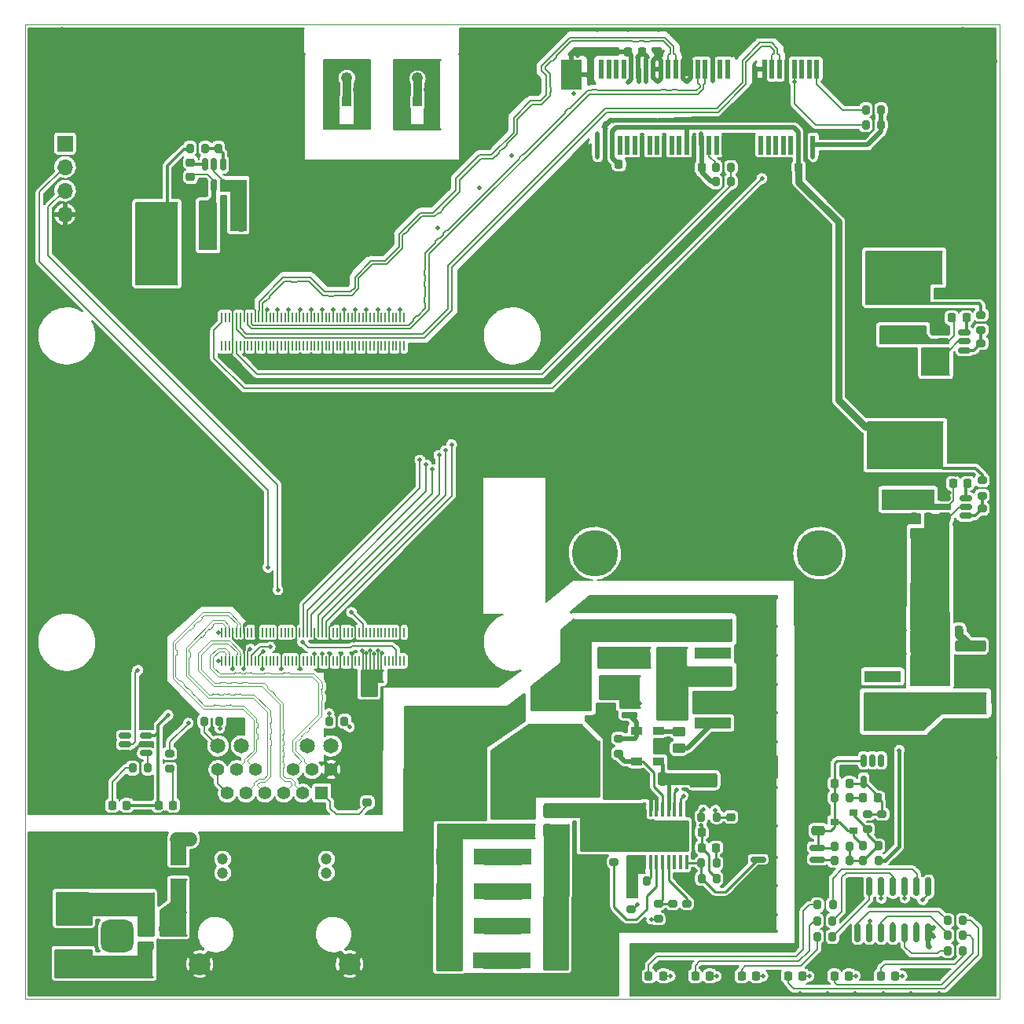
<source format=gbr>
%TF.GenerationSoftware,KiCad,Pcbnew,5.99.0-unknown-d8b1e827c7~129~ubuntu20.04.1*%
%TF.CreationDate,2021-06-15T13:21:35-05:00*%
%TF.ProjectId,AP3500,41503335-3030-42e6-9b69-6361645f7063,rev?*%
%TF.SameCoordinates,Original*%
%TF.FileFunction,Copper,L1,Top*%
%TF.FilePolarity,Positive*%
%FSLAX46Y46*%
G04 Gerber Fmt 4.6, Leading zero omitted, Abs format (unit mm)*
G04 Created by KiCad (PCBNEW 5.99.0-unknown-d8b1e827c7~129~ubuntu20.04.1) date 2021-06-15 13:21:35*
%MOMM*%
%LPD*%
G01*
G04 APERTURE LIST*
G04 Aperture macros list*
%AMRoundRect*
0 Rectangle with rounded corners*
0 $1 Rounding radius*
0 $2 $3 $4 $5 $6 $7 $8 $9 X,Y pos of 4 corners*
0 Add a 4 corners polygon primitive as box body*
4,1,4,$2,$3,$4,$5,$6,$7,$8,$9,$2,$3,0*
0 Add four circle primitives for the rounded corners*
1,1,$1+$1,$2,$3*
1,1,$1+$1,$4,$5*
1,1,$1+$1,$6,$7*
1,1,$1+$1,$8,$9*
0 Add four rect primitives between the rounded corners*
20,1,$1+$1,$2,$3,$4,$5,0*
20,1,$1+$1,$4,$5,$6,$7,0*
20,1,$1+$1,$6,$7,$8,$9,0*
20,1,$1+$1,$8,$9,$2,$3,0*%
G04 Aperture macros list end*
%TA.AperFunction,Profile*%
%ADD10C,0.100000*%
%TD*%
%TA.AperFunction,ComponentPad*%
%ADD11R,1.398000X1.398000*%
%TD*%
%TA.AperFunction,ComponentPad*%
%ADD12C,1.398000*%
%TD*%
%TA.AperFunction,ComponentPad*%
%ADD13C,1.200000*%
%TD*%
%TA.AperFunction,ComponentPad*%
%ADD14C,1.650000*%
%TD*%
%TA.AperFunction,ComponentPad*%
%ADD15C,2.362500*%
%TD*%
%TA.AperFunction,SMDPad,CuDef*%
%ADD16RoundRect,0.250000X-1.250000X-0.550000X1.250000X-0.550000X1.250000X0.550000X-1.250000X0.550000X0*%
%TD*%
%TA.AperFunction,ComponentPad*%
%ADD17R,3.500000X3.500000*%
%TD*%
%TA.AperFunction,ComponentPad*%
%ADD18RoundRect,0.750000X1.000000X-0.750000X1.000000X0.750000X-1.000000X0.750000X-1.000000X-0.750000X0*%
%TD*%
%TA.AperFunction,ComponentPad*%
%ADD19RoundRect,0.875000X0.875000X-0.875000X0.875000X0.875000X-0.875000X0.875000X-0.875000X-0.875000X0*%
%TD*%
%TA.AperFunction,WasherPad*%
%ADD20C,5.000000*%
%TD*%
%TA.AperFunction,SMDPad,CuDef*%
%ADD21R,0.600000X2.000000*%
%TD*%
%TA.AperFunction,SMDPad,CuDef*%
%ADD22R,2.300000X3.200000*%
%TD*%
%TA.AperFunction,SMDPad,CuDef*%
%ADD23RoundRect,0.200000X-0.275000X0.200000X-0.275000X-0.200000X0.275000X-0.200000X0.275000X0.200000X0*%
%TD*%
%TA.AperFunction,SMDPad,CuDef*%
%ADD24RoundRect,0.200000X-0.200000X-0.275000X0.200000X-0.275000X0.200000X0.275000X-0.200000X0.275000X0*%
%TD*%
%TA.AperFunction,SMDPad,CuDef*%
%ADD25RoundRect,0.218750X-0.218750X-0.256250X0.218750X-0.256250X0.218750X0.256250X-0.218750X0.256250X0*%
%TD*%
%TA.AperFunction,SMDPad,CuDef*%
%ADD26RoundRect,0.225000X-0.225000X-0.250000X0.225000X-0.250000X0.225000X0.250000X-0.225000X0.250000X0*%
%TD*%
%TA.AperFunction,SMDPad,CuDef*%
%ADD27R,1.800000X2.500000*%
%TD*%
%TA.AperFunction,SMDPad,CuDef*%
%ADD28RoundRect,0.250000X-0.250000X-0.475000X0.250000X-0.475000X0.250000X0.475000X-0.250000X0.475000X0*%
%TD*%
%TA.AperFunction,SMDPad,CuDef*%
%ADD29RoundRect,0.250000X-0.325000X-0.650000X0.325000X-0.650000X0.325000X0.650000X-0.325000X0.650000X0*%
%TD*%
%TA.AperFunction,SMDPad,CuDef*%
%ADD30RoundRect,0.150000X-0.150000X0.825000X-0.150000X-0.825000X0.150000X-0.825000X0.150000X0.825000X0*%
%TD*%
%TA.AperFunction,SMDPad,CuDef*%
%ADD31RoundRect,0.200000X0.275000X-0.200000X0.275000X0.200000X-0.275000X0.200000X-0.275000X-0.200000X0*%
%TD*%
%TA.AperFunction,SMDPad,CuDef*%
%ADD32RoundRect,0.150000X0.662500X0.150000X-0.662500X0.150000X-0.662500X-0.150000X0.662500X-0.150000X0*%
%TD*%
%TA.AperFunction,SMDPad,CuDef*%
%ADD33RoundRect,0.200000X0.200000X0.275000X-0.200000X0.275000X-0.200000X-0.275000X0.200000X-0.275000X0*%
%TD*%
%TA.AperFunction,ConnectorPad*%
%ADD34C,7.400000*%
%TD*%
%TA.AperFunction,ComponentPad*%
%ADD35C,4.100000*%
%TD*%
%TA.AperFunction,SMDPad,CuDef*%
%ADD36R,2.500000X1.800000*%
%TD*%
%TA.AperFunction,SMDPad,CuDef*%
%ADD37R,1.200000X0.900000*%
%TD*%
%TA.AperFunction,SMDPad,CuDef*%
%ADD38R,5.100000X1.900000*%
%TD*%
%TA.AperFunction,SMDPad,CuDef*%
%ADD39RoundRect,0.225000X0.250000X-0.225000X0.250000X0.225000X-0.250000X0.225000X-0.250000X-0.225000X0*%
%TD*%
%TA.AperFunction,SMDPad,CuDef*%
%ADD40RoundRect,0.250000X-0.450000X0.262500X-0.450000X-0.262500X0.450000X-0.262500X0.450000X0.262500X0*%
%TD*%
%TA.AperFunction,SMDPad,CuDef*%
%ADD41R,0.900000X0.800000*%
%TD*%
%TA.AperFunction,SMDPad,CuDef*%
%ADD42RoundRect,0.250000X-0.475000X0.250000X-0.475000X-0.250000X0.475000X-0.250000X0.475000X0.250000X0*%
%TD*%
%TA.AperFunction,SMDPad,CuDef*%
%ADD43RoundRect,0.150000X-0.512500X-0.150000X0.512500X-0.150000X0.512500X0.150000X-0.512500X0.150000X0*%
%TD*%
%TA.AperFunction,SMDPad,CuDef*%
%ADD44RoundRect,0.225000X0.225000X0.250000X-0.225000X0.250000X-0.225000X-0.250000X0.225000X-0.250000X0*%
%TD*%
%TA.AperFunction,SMDPad,CuDef*%
%ADD45RoundRect,0.150000X-0.725000X-0.150000X0.725000X-0.150000X0.725000X0.150000X-0.725000X0.150000X0*%
%TD*%
%TA.AperFunction,SMDPad,CuDef*%
%ADD46RoundRect,0.250000X0.325000X0.650000X-0.325000X0.650000X-0.325000X-0.650000X0.325000X-0.650000X0*%
%TD*%
%TA.AperFunction,SMDPad,CuDef*%
%ADD47RoundRect,0.218750X0.381250X-0.218750X0.381250X0.218750X-0.381250X0.218750X-0.381250X-0.218750X0*%
%TD*%
%TA.AperFunction,SMDPad,CuDef*%
%ADD48R,1.000000X1.050000*%
%TD*%
%TA.AperFunction,SMDPad,CuDef*%
%ADD49R,1.050000X2.200000*%
%TD*%
%TA.AperFunction,SMDPad,CuDef*%
%ADD50RoundRect,0.225000X-0.250000X0.225000X-0.250000X-0.225000X0.250000X-0.225000X0.250000X0.225000X0*%
%TD*%
%TA.AperFunction,SMDPad,CuDef*%
%ADD51RoundRect,0.250000X0.650000X-0.325000X0.650000X0.325000X-0.650000X0.325000X-0.650000X-0.325000X0*%
%TD*%
%TA.AperFunction,SMDPad,CuDef*%
%ADD52R,2.400000X1.500000*%
%TD*%
%TA.AperFunction,SMDPad,CuDef*%
%ADD53R,1.050000X1.500000*%
%TD*%
%TA.AperFunction,SMDPad,CuDef*%
%ADD54R,1.900000X5.100000*%
%TD*%
%TA.AperFunction,SMDPad,CuDef*%
%ADD55RoundRect,0.150000X-0.150000X0.512500X-0.150000X-0.512500X0.150000X-0.512500X0.150000X0.512500X0*%
%TD*%
%TA.AperFunction,SMDPad,CuDef*%
%ADD56RoundRect,0.250000X1.950000X1.000000X-1.950000X1.000000X-1.950000X-1.000000X1.950000X-1.000000X0*%
%TD*%
%TA.AperFunction,SMDPad,CuDef*%
%ADD57RoundRect,0.250000X-0.325000X-1.100000X0.325000X-1.100000X0.325000X1.100000X-0.325000X1.100000X0*%
%TD*%
%TA.AperFunction,SMDPad,CuDef*%
%ADD58RoundRect,0.250000X-1.425000X0.362500X-1.425000X-0.362500X1.425000X-0.362500X1.425000X0.362500X0*%
%TD*%
%TA.AperFunction,ComponentPad*%
%ADD59C,1.240000*%
%TD*%
%TA.AperFunction,SMDPad,CuDef*%
%ADD60R,5.300000X2.000000*%
%TD*%
%TA.AperFunction,SMDPad,CuDef*%
%ADD61RoundRect,0.250000X-0.262500X-0.450000X0.262500X-0.450000X0.262500X0.450000X-0.262500X0.450000X0*%
%TD*%
%TA.AperFunction,ComponentPad*%
%ADD62R,1.700000X1.700000*%
%TD*%
%TA.AperFunction,ComponentPad*%
%ADD63O,1.700000X1.700000*%
%TD*%
%TA.AperFunction,SMDPad,CuDef*%
%ADD64R,0.220000X1.000000*%
%TD*%
%TA.AperFunction,SMDPad,CuDef*%
%ADD65RoundRect,0.250000X1.100000X-0.325000X1.100000X0.325000X-1.100000X0.325000X-1.100000X-0.325000X0*%
%TD*%
%TA.AperFunction,SMDPad,CuDef*%
%ADD66RoundRect,0.150000X0.150000X-0.512500X0.150000X0.512500X-0.150000X0.512500X-0.150000X-0.512500X0*%
%TD*%
%TA.AperFunction,SMDPad,CuDef*%
%ADD67RoundRect,0.250000X0.475000X-0.250000X0.475000X0.250000X-0.475000X0.250000X-0.475000X-0.250000X0*%
%TD*%
%TA.AperFunction,SMDPad,CuDef*%
%ADD68R,3.360000X4.860000*%
%TD*%
%TA.AperFunction,SMDPad,CuDef*%
%ADD69R,1.390000X1.400000*%
%TD*%
%TA.AperFunction,SMDPad,CuDef*%
%ADD70RoundRect,0.250000X0.250000X0.475000X-0.250000X0.475000X-0.250000X-0.475000X0.250000X-0.475000X0*%
%TD*%
%TA.AperFunction,SMDPad,CuDef*%
%ADD71RoundRect,0.218750X-0.218750X-0.381250X0.218750X-0.381250X0.218750X0.381250X-0.218750X0.381250X0*%
%TD*%
%TA.AperFunction,SMDPad,CuDef*%
%ADD72R,4.000000X1.300000*%
%TD*%
%TA.AperFunction,SMDPad,CuDef*%
%ADD73RoundRect,0.250000X0.625000X-0.312500X0.625000X0.312500X-0.625000X0.312500X-0.625000X-0.312500X0*%
%TD*%
%TA.AperFunction,SMDPad,CuDef*%
%ADD74RoundRect,0.100000X0.100000X-0.687500X0.100000X0.687500X-0.100000X0.687500X-0.100000X-0.687500X0*%
%TD*%
%TA.AperFunction,ComponentPad*%
%ADD75C,0.500000*%
%TD*%
%TA.AperFunction,SMDPad,CuDef*%
%ADD76R,5.000000X3.400000*%
%TD*%
%TA.AperFunction,SMDPad,CuDef*%
%ADD77RoundRect,0.218750X0.218750X0.256250X-0.218750X0.256250X-0.218750X-0.256250X0.218750X-0.256250X0*%
%TD*%
%TA.AperFunction,ViaPad*%
%ADD78C,0.500000*%
%TD*%
%TA.AperFunction,Conductor*%
%ADD79C,0.406400*%
%TD*%
%TA.AperFunction,Conductor*%
%ADD80C,1.270000*%
%TD*%
%TA.AperFunction,Conductor*%
%ADD81C,0.254000*%
%TD*%
%TA.AperFunction,Conductor*%
%ADD82C,0.203200*%
%TD*%
%TA.AperFunction,Conductor*%
%ADD83C,0.508000*%
%TD*%
%TA.AperFunction,Conductor*%
%ADD84C,1.016000*%
%TD*%
%TA.AperFunction,Conductor*%
%ADD85C,1.778000*%
%TD*%
%TA.AperFunction,Conductor*%
%ADD86C,0.304800*%
%TD*%
%TA.AperFunction,Conductor*%
%ADD87C,1.524000*%
%TD*%
%TA.AperFunction,Conductor*%
%ADD88C,0.177800*%
%TD*%
%TA.AperFunction,Conductor*%
%ADD89C,0.171704*%
%TD*%
%TA.AperFunction,Conductor*%
%ADD90C,0.889000*%
%TD*%
%TA.AperFunction,Conductor*%
%ADD91C,0.152400*%
%TD*%
%TA.AperFunction,Conductor*%
%ADD92C,0.762000*%
%TD*%
%TA.AperFunction,Conductor*%
%ADD93C,0.122174*%
%TD*%
%TA.AperFunction,Conductor*%
%ADD94C,0.923911*%
%TD*%
%TA.AperFunction,Conductor*%
%ADD95C,0.200000*%
%TD*%
%TA.AperFunction,Conductor*%
%ADD96C,0.101600*%
%TD*%
G04 APERTURE END LIST*
D10*
X105000000Y0D02*
X105000000Y-105000000D01*
X0Y0D02*
X105000000Y0D01*
X0Y-105000000D02*
X105000000Y-105000000D01*
X0Y-105000000D02*
X0Y0D01*
D11*
X31980000Y-82800000D03*
D12*
X29948000Y-82800000D03*
X27916000Y-82800000D03*
X25884000Y-82800000D03*
X23852000Y-82800000D03*
X21820000Y-82800000D03*
X32996000Y-80260000D03*
X30964000Y-80260000D03*
X28932000Y-80260000D03*
X24868000Y-80260000D03*
X22836000Y-80260000D03*
X20804000Y-80260000D03*
D13*
X32488000Y-89910000D03*
X21312000Y-89910000D03*
X32488000Y-91400000D03*
X21312000Y-91400000D03*
D14*
X32996000Y-77720000D03*
X30456000Y-77720000D03*
X23344000Y-77720000D03*
X20804000Y-77720000D03*
D15*
X34965000Y-101215000D03*
X18835000Y-101215000D03*
D16*
X73134000Y-81410000D03*
X77534000Y-81410000D03*
D17*
X5230671Y-95176004D03*
D18*
X5230671Y-101176004D03*
D19*
X9930671Y-98176004D03*
D20*
X85606800Y-56947800D03*
X61406800Y-56947800D03*
D21*
X85306800Y-4797800D03*
X84906800Y-12997800D03*
X84506800Y-4797800D03*
X84106800Y-12997800D03*
X83706800Y-4797800D03*
X83306800Y-12997800D03*
X82906800Y-4797800D03*
X82506800Y-12997800D03*
X82106800Y-4797800D03*
X81706800Y-12997800D03*
X81306800Y-4797800D03*
X80906800Y-12997800D03*
X80506800Y-4797800D03*
X80106800Y-12997800D03*
X79706800Y-4797800D03*
X79306800Y-12997800D03*
X75706800Y-4797800D03*
X75306800Y-12997800D03*
X74906800Y-4797800D03*
X74506800Y-12997800D03*
X74106800Y-4797800D03*
X73706800Y-12997800D03*
X73306800Y-4797800D03*
X72906800Y-12997800D03*
X72506800Y-4797800D03*
X72106800Y-12997800D03*
X71706800Y-4797800D03*
X71306800Y-12997800D03*
X70906800Y-4797800D03*
X70506800Y-12997800D03*
X70106800Y-4797800D03*
X69706800Y-12997800D03*
X69306800Y-4797800D03*
X68906800Y-12997800D03*
X68506800Y-4797800D03*
X68106800Y-12997800D03*
X67706800Y-4797800D03*
X67306800Y-12997800D03*
X66906800Y-4797800D03*
X66506800Y-12997800D03*
X66106800Y-4797800D03*
X65706800Y-12997800D03*
X65306800Y-4797800D03*
X64906800Y-12997800D03*
X64506800Y-4797800D03*
X64106800Y-12997800D03*
X63706800Y-4797800D03*
X63306800Y-12997800D03*
X62906800Y-4797800D03*
X62506800Y-12997800D03*
X62106800Y-4797800D03*
X61706800Y-12997800D03*
D22*
X88156800Y-5397800D03*
X58856800Y-5397800D03*
D23*
X69777600Y-94707800D03*
X69777600Y-96357800D03*
D24*
X17790001Y-13328400D03*
X19440001Y-13328400D03*
D25*
X82212500Y-102500000D03*
X83787500Y-102500000D03*
D26*
X72932400Y-87023800D03*
X74482400Y-87023800D03*
D24*
X20838001Y-13328400D03*
X22488001Y-13328400D03*
D25*
X77212500Y-102500000D03*
X78787500Y-102500000D03*
D23*
X65332600Y-93691800D03*
X65332600Y-95341800D03*
D27*
X16558613Y-89295200D03*
X16558613Y-93295200D03*
D28*
X98766500Y-37071032D03*
X100666500Y-37071032D03*
D24*
X87216400Y-83301699D03*
X88866400Y-83301699D03*
D29*
X98407500Y-62764400D03*
X101357500Y-62764400D03*
D30*
X97341600Y-92877600D03*
X96071600Y-92877600D03*
X94801600Y-92877600D03*
X93531600Y-92877600D03*
X92261600Y-92877600D03*
X90991600Y-92877600D03*
X89721600Y-92877600D03*
X89721600Y-97827600D03*
X90991600Y-97827600D03*
X92261600Y-97827600D03*
X93531600Y-97827600D03*
X94801600Y-97827600D03*
X96071600Y-97827600D03*
X97341600Y-97827600D03*
D28*
X23309000Y-19406600D03*
X25209000Y-19406600D03*
D31*
X92334000Y-86692099D03*
X92334000Y-85042099D03*
D32*
X85366000Y-89942400D03*
X85366000Y-88672400D03*
X78991000Y-88672400D03*
X78991000Y-89942400D03*
D33*
X74532400Y-85372800D03*
X72882400Y-85372800D03*
D23*
X90784600Y-85042099D03*
X90784600Y-86692099D03*
D25*
X67212500Y-102500000D03*
X68787500Y-102500000D03*
D34*
X101000000Y-4000000D03*
D35*
X101000000Y-4000000D03*
D36*
X53256800Y-93369202D03*
X57256800Y-93369202D03*
D37*
X68294200Y-79378400D03*
X68294200Y-76078400D03*
D38*
X94895799Y-51124399D03*
X94895799Y-46924399D03*
D26*
X99881300Y-31592100D03*
X101431300Y-31592100D03*
D24*
X99412200Y-96521000D03*
X101062200Y-96521000D03*
D37*
X65890200Y-79377400D03*
X65890200Y-76077400D03*
D36*
X53244000Y-97079800D03*
X57244000Y-97079800D03*
D33*
X87028200Y-94844600D03*
X85378200Y-94844600D03*
D39*
X65332600Y-90173400D03*
X65332600Y-88623400D03*
D40*
X70463400Y-76165100D03*
X70463400Y-77990100D03*
D29*
X98165300Y-26451300D03*
X101115300Y-26451300D03*
D41*
X89244600Y-86842499D03*
X89244600Y-84942499D03*
X87244600Y-85892499D03*
D36*
X53224800Y-100788200D03*
X57224800Y-100788200D03*
D31*
X63935600Y-78552400D03*
X63935600Y-76902400D03*
D24*
X90586200Y-10821400D03*
X92236200Y-10821400D03*
X99412200Y-99772200D03*
X101062200Y-99772200D03*
D38*
X94611100Y-33428100D03*
X94611100Y-29228100D03*
D31*
X15604400Y-80175600D03*
X15604400Y-78525600D03*
D42*
X15223300Y-97421000D03*
X15223300Y-99321000D03*
D43*
X99066899Y-51018802D03*
X99066899Y-51968802D03*
X99066899Y-52918802D03*
X101341899Y-52918802D03*
X101341899Y-51968802D03*
X101341899Y-51018802D03*
D26*
X100000600Y-49428802D03*
X101550600Y-49428802D03*
D44*
X97321800Y-53087000D03*
X95771800Y-53087000D03*
X72934396Y-15406795D03*
X71384396Y-15406795D03*
D45*
X65119800Y-70564600D03*
X65119800Y-71834600D03*
X65119800Y-73104600D03*
X65119800Y-74374600D03*
X70269800Y-74374600D03*
X70269800Y-73104600D03*
X70269800Y-71834600D03*
X70269800Y-70564600D03*
D46*
X37121000Y-71426000D03*
X34171000Y-71426000D03*
D47*
X52790000Y-86922500D03*
X52790000Y-84797500D03*
D27*
X60736600Y-81668600D03*
X60736600Y-85668600D03*
D24*
X72882400Y-90358801D03*
X74532400Y-90358801D03*
X74420796Y-15397795D03*
X76070796Y-15397795D03*
D48*
X42249917Y-8269178D03*
D49*
X40774917Y-9794178D03*
X43724917Y-9794178D03*
D50*
X63813600Y-65926400D03*
X63813600Y-67476400D03*
D36*
X45604800Y-97079800D03*
X49604800Y-97079800D03*
D44*
X100656600Y-65228200D03*
X99106600Y-65228200D03*
D33*
X76070796Y-16930795D03*
X74420796Y-16930795D03*
D51*
X92127199Y-44098599D03*
X92127199Y-41148599D03*
D23*
X103125399Y-52159802D03*
X103125399Y-53809802D03*
X71322600Y-94716800D03*
X71322600Y-96366800D03*
D43*
X98960000Y-33182100D03*
X98960000Y-34132100D03*
X98960000Y-35082100D03*
X101235000Y-35082100D03*
X101235000Y-34132100D03*
X101235000Y-33182100D03*
D52*
X66265600Y-68352400D03*
D53*
X68640600Y-68352400D03*
D54*
X19732601Y-21735800D03*
X15532601Y-21735800D03*
D55*
X92268000Y-79293999D03*
X91318000Y-79293999D03*
X90368000Y-79293999D03*
X90368000Y-81568999D03*
X92268000Y-81568999D03*
D56*
X52397000Y-79528400D03*
X44997000Y-79528400D03*
D31*
X68253600Y-96357800D03*
X68253600Y-94707800D03*
D33*
X34438000Y-75058000D03*
X32788000Y-75058000D03*
D28*
X54466400Y-86869000D03*
X56366400Y-86869000D03*
D47*
X58040000Y-86922500D03*
X58040000Y-84797500D03*
D25*
X87212500Y-102500000D03*
X88787500Y-102500000D03*
D50*
X76056400Y-85372800D03*
X76056400Y-86922800D03*
D57*
X80525000Y-79960200D03*
X83475000Y-79960200D03*
D58*
X101862800Y-66939300D03*
X101862800Y-72864300D03*
D23*
X103125399Y-49111802D03*
X103125399Y-50761802D03*
D28*
X54466400Y-84710000D03*
X56366400Y-84710000D03*
D59*
X42255917Y-5780177D03*
X40985917Y-7050177D03*
X40985917Y-4510177D03*
X43525917Y-7050177D03*
X43525917Y-4510177D03*
D24*
X90305200Y-90056899D03*
X91955200Y-90056899D03*
D26*
X90327400Y-83301699D03*
X91877400Y-83301699D03*
D42*
X13115100Y-97421000D03*
X13115100Y-99321000D03*
D46*
X96632200Y-59459700D03*
X93682200Y-59459700D03*
D33*
X87016000Y-96546400D03*
X85366000Y-96546400D03*
D24*
X90586200Y-9195800D03*
X92236200Y-9195800D03*
D36*
X45614943Y-89682403D03*
X49614943Y-89682403D03*
D23*
X103018500Y-31275100D03*
X103018500Y-32925100D03*
D60*
X57057200Y-76401600D03*
X57057200Y-72901600D03*
D61*
X60411900Y-68174600D03*
X62236900Y-68174600D03*
D62*
X4326800Y-12828000D03*
D63*
X4326800Y-15368000D03*
X4326800Y-17908000D03*
X4326800Y-20448000D03*
D25*
X92212500Y-102500000D03*
X93787500Y-102500000D03*
D29*
X15903602Y-26671000D03*
X18853602Y-26671000D03*
D44*
X66516000Y-2908000D03*
X64966000Y-2908000D03*
D64*
X21217997Y-68560008D03*
X21217997Y-65480008D03*
X21617997Y-68560008D03*
X21617997Y-65480008D03*
X22017997Y-68560008D03*
X22017997Y-65480008D03*
X22417997Y-68560008D03*
X22417997Y-65480008D03*
X22817997Y-68560008D03*
X22817997Y-65480008D03*
X23217997Y-68560008D03*
X23217997Y-65480008D03*
X23617997Y-68560008D03*
X23617997Y-65480008D03*
X24017997Y-68560008D03*
X24017997Y-65480008D03*
X24417997Y-68560008D03*
X24417997Y-65480008D03*
X24817997Y-68560008D03*
X24817997Y-65480008D03*
X25217997Y-68560008D03*
X25217997Y-65480008D03*
X25617997Y-68560008D03*
X25617997Y-65480008D03*
X26017997Y-68560008D03*
X26017997Y-65480008D03*
X26417997Y-68560008D03*
X26417997Y-65480008D03*
X26817997Y-68560008D03*
X26817997Y-65480008D03*
X27217997Y-68560008D03*
X27217997Y-65480008D03*
X27617997Y-68560008D03*
X27617997Y-65480008D03*
X28017997Y-68560008D03*
X28017997Y-65480008D03*
X28417997Y-68560008D03*
X28417997Y-65480008D03*
X28817997Y-68560008D03*
X28817997Y-65480008D03*
X29217997Y-68560008D03*
X29217997Y-65480008D03*
X29617997Y-68560008D03*
X29617997Y-65480008D03*
X30017997Y-68560008D03*
X30017997Y-65480008D03*
X30417997Y-68560008D03*
X30417997Y-65480008D03*
X30817997Y-68560008D03*
X30817997Y-65480008D03*
X31217997Y-68560008D03*
X31217997Y-65480008D03*
X31617997Y-68560008D03*
X31617997Y-65480008D03*
X32017997Y-68560008D03*
X32017997Y-65480008D03*
X32417997Y-68560008D03*
X32417997Y-65480008D03*
X32817997Y-68560008D03*
X32817997Y-65480008D03*
X33217997Y-68560008D03*
X33217997Y-65480008D03*
X33617997Y-68560008D03*
X33617997Y-65480008D03*
X34017997Y-68560008D03*
X34017997Y-65480008D03*
X34417997Y-68560008D03*
X34417997Y-65480008D03*
X34817997Y-68560008D03*
X34817997Y-65480008D03*
X35217997Y-68560008D03*
X35217997Y-65480008D03*
X35617997Y-68560008D03*
X35617997Y-65480008D03*
X36017997Y-68560008D03*
X36017997Y-65480008D03*
X36417997Y-68560008D03*
X36417997Y-65480008D03*
X36817997Y-68560008D03*
X36817997Y-65480008D03*
X37217997Y-68560008D03*
X37217997Y-65480008D03*
X37617997Y-68560008D03*
X37617997Y-65480008D03*
X38017997Y-68560008D03*
X38017997Y-65480008D03*
X38417997Y-68560008D03*
X38417997Y-65480008D03*
X38817997Y-68560008D03*
X38817997Y-65480008D03*
X39217997Y-68560008D03*
X39217997Y-65480008D03*
X39617997Y-68560008D03*
X39617997Y-65480008D03*
X40017997Y-68560008D03*
X40017997Y-65480008D03*
X40417997Y-68560008D03*
X40417997Y-65480008D03*
X40817997Y-68560008D03*
X40817997Y-65480008D03*
X21217997Y-34640008D03*
X21217997Y-31560008D03*
X21617997Y-34640008D03*
X21617997Y-31560008D03*
X22017997Y-34640008D03*
X22017997Y-31560008D03*
X22417997Y-34640008D03*
X22417997Y-31560008D03*
X22817997Y-34640008D03*
X22817997Y-31560008D03*
X23217997Y-34640008D03*
X23217997Y-31560008D03*
X23617997Y-34640008D03*
X23617997Y-31560008D03*
X24017997Y-34640008D03*
X24017997Y-31560008D03*
X24417997Y-34640008D03*
X24417997Y-31560008D03*
X24817997Y-34640008D03*
X24817997Y-31560008D03*
X25217997Y-34640008D03*
X25217997Y-31560008D03*
X25617997Y-34640008D03*
X25617997Y-31560008D03*
X26017997Y-34640008D03*
X26017997Y-31560008D03*
X26417997Y-34640008D03*
X26417997Y-31560008D03*
X26817997Y-34640008D03*
X26817997Y-31560008D03*
X27217997Y-34640008D03*
X27217997Y-31560008D03*
X27617997Y-34640008D03*
X27617997Y-31560008D03*
X28017997Y-34640008D03*
X28017997Y-31560008D03*
X28417997Y-34640008D03*
X28417997Y-31560008D03*
X28817997Y-34640008D03*
X28817997Y-31560008D03*
X29217997Y-34640008D03*
X29217997Y-31560008D03*
X29617997Y-34640008D03*
X29617997Y-31560008D03*
X30017997Y-34640008D03*
X30017997Y-31560008D03*
X30417997Y-34640008D03*
X30417997Y-31560008D03*
X30817997Y-34640008D03*
X30817997Y-31560008D03*
X31217997Y-34640008D03*
X31217997Y-31560008D03*
X31617997Y-34640008D03*
X31617997Y-31560008D03*
X32017997Y-34640008D03*
X32017997Y-31560008D03*
X32417997Y-34640008D03*
X32417997Y-31560008D03*
X32817997Y-34640008D03*
X32817997Y-31560008D03*
X33217997Y-34640008D03*
X33217997Y-31560008D03*
X33617997Y-34640008D03*
X33617997Y-31560008D03*
X34017997Y-34640008D03*
X34017997Y-31560008D03*
X34417997Y-34640008D03*
X34417997Y-31560008D03*
X34817997Y-34640008D03*
X34817997Y-31560008D03*
X35217997Y-34640008D03*
X35217997Y-31560008D03*
X35617997Y-34640008D03*
X35617997Y-31560008D03*
X36017997Y-34640008D03*
X36017997Y-31560008D03*
X36417997Y-34640008D03*
X36417997Y-31560008D03*
X36817997Y-34640008D03*
X36817997Y-31560008D03*
X37217997Y-34640008D03*
X37217997Y-31560008D03*
X37617997Y-34640008D03*
X37617997Y-31560008D03*
X38017997Y-34640008D03*
X38017997Y-31560008D03*
X38417997Y-34640008D03*
X38417997Y-31560008D03*
X38817997Y-34640008D03*
X38817997Y-31560008D03*
X39217997Y-34640008D03*
X39217997Y-31560008D03*
X39617997Y-34640008D03*
X39617997Y-31560008D03*
X40017997Y-34640008D03*
X40017997Y-31560008D03*
X40417997Y-34640008D03*
X40417997Y-31560008D03*
X40817997Y-34640008D03*
X40817997Y-31560008D03*
D48*
X34675000Y-8266000D03*
D49*
X36150000Y-9791000D03*
X33200000Y-9791000D03*
D35*
X101000000Y-79000000D03*
D34*
X101000000Y-79000000D03*
D28*
X23312001Y-21532600D03*
X25212001Y-21532600D03*
D44*
X97113300Y-35267632D03*
X95563300Y-35267632D03*
D65*
X66475600Y-65130800D03*
X66475600Y-62180800D03*
D31*
X63479800Y-90234000D03*
X63479800Y-88584000D03*
D66*
X19441001Y-17336100D03*
X20391001Y-17336100D03*
X21341001Y-17336100D03*
X21341001Y-15061100D03*
X20391001Y-15061100D03*
X19441001Y-15061100D03*
D29*
X98117999Y-44096799D03*
X101067999Y-44096799D03*
D24*
X99412200Y-98146600D03*
X101062200Y-98146600D03*
D28*
X98870600Y-54738000D03*
X100770600Y-54738000D03*
D26*
X83366795Y-15373794D03*
X84916795Y-15373794D03*
X23286001Y-17468600D03*
X24836001Y-17468600D03*
D67*
X85450900Y-86852498D03*
X85450900Y-84952498D03*
D24*
X87196200Y-90071299D03*
X88846200Y-90071299D03*
D39*
X17853001Y-16398800D03*
X17853001Y-14848800D03*
D24*
X87196200Y-88520000D03*
X88846200Y-88520000D03*
D35*
X4000000Y-4000000D03*
D34*
X4000000Y-4000000D03*
D25*
X72212500Y-102500000D03*
X73787500Y-102500000D03*
D29*
X98406600Y-59462400D03*
X101356600Y-59462400D03*
D26*
X72932400Y-88674800D03*
X74482400Y-88674800D03*
D51*
X91944100Y-25691100D03*
X91944100Y-22741100D03*
D68*
X97519400Y-68781800D03*
D69*
X98439400Y-72763800D03*
X96599400Y-72763800D03*
D70*
X97069900Y-37071032D03*
X95169900Y-37071032D03*
D65*
X69777600Y-65130800D03*
X69777600Y-62180800D03*
D71*
X13094100Y-101034400D03*
X15219100Y-101034400D03*
D24*
X65332600Y-92230800D03*
X66982600Y-92230800D03*
D33*
X86990600Y-98273600D03*
X85340600Y-98273600D03*
D36*
X53254143Y-89682403D03*
X57254143Y-89682403D03*
D23*
X103018500Y-34323100D03*
X103018500Y-35973100D03*
D72*
X74111987Y-65247993D03*
X74111987Y-67747993D03*
X74111987Y-70247993D03*
X74111987Y-72747993D03*
X74111987Y-75247993D03*
X92411987Y-75247993D03*
X92411987Y-72747993D03*
X92411987Y-70247993D03*
X92411987Y-67747993D03*
X92411987Y-65247993D03*
D73*
X62792600Y-74374600D03*
X62792600Y-71449600D03*
D26*
X63988196Y-15025795D03*
X65538196Y-15025795D03*
D36*
X45617600Y-93369202D03*
X49617600Y-93369202D03*
D59*
X34681000Y-5777000D03*
X33411000Y-7047000D03*
X35951000Y-7047000D03*
X35951000Y-4507000D03*
X33411000Y-4507000D03*
D46*
X96606800Y-56135000D03*
X93656800Y-56135000D03*
D39*
X36889600Y-83783200D03*
X36889600Y-82233200D03*
D70*
X68690000Y-81260000D03*
X66790000Y-81260000D03*
D43*
X10802500Y-76610000D03*
X10802500Y-77560000D03*
X10802500Y-78510000D03*
X13077500Y-78510000D03*
X13077500Y-76610000D03*
D71*
X13094100Y-95710000D03*
X15219100Y-95710000D03*
D51*
X95246100Y-25691100D03*
X95246100Y-22741100D03*
X95556199Y-44098599D03*
X95556199Y-41148599D03*
D74*
X66740609Y-90267288D03*
X67390609Y-90267288D03*
X68040609Y-90267288D03*
X68690609Y-90267288D03*
X69340609Y-90267288D03*
X69990609Y-90267288D03*
X70640609Y-90267288D03*
X71290609Y-90267288D03*
X71290609Y-84542288D03*
X70640609Y-84542288D03*
X69990609Y-84542288D03*
X69340609Y-84542288D03*
X68690609Y-84542288D03*
X68040609Y-84542288D03*
X67390609Y-84542288D03*
X66740609Y-84542288D03*
D75*
X70965609Y-88754788D03*
X68365609Y-86054788D03*
D76*
X69015609Y-87404788D03*
D75*
X69665609Y-87404788D03*
X68365609Y-88754788D03*
X70965609Y-87404788D03*
X67065609Y-87404788D03*
X67065609Y-88754788D03*
X69665609Y-86054788D03*
X69665609Y-88754788D03*
X68365609Y-87404788D03*
X70965609Y-86054788D03*
X67065609Y-86054788D03*
D24*
X11604400Y-80100400D03*
X13254400Y-80100400D03*
D26*
X87266400Y-81752299D03*
X88816400Y-81752299D03*
D77*
X15961100Y-84135800D03*
X14386100Y-84135800D03*
D24*
X19326000Y-75083400D03*
X20976000Y-75083400D03*
X72894600Y-92002200D03*
X74544600Y-92002200D03*
D36*
X45585600Y-100788200D03*
X49585600Y-100788200D03*
D28*
X98873398Y-56795400D03*
X100773398Y-56795400D03*
D35*
X4000000Y-79000000D03*
D34*
X4000000Y-79000000D03*
D25*
X9406700Y-84125800D03*
X10981700Y-84125800D03*
D24*
X90303000Y-88483299D03*
X91953000Y-88483299D03*
D78*
X33206600Y-35535600D03*
X80206052Y-99213400D03*
X93658600Y-90272600D03*
X13891000Y-74115000D03*
X29625200Y-35535600D03*
X104377400Y-53985424D03*
X87842000Y-62231000D03*
X24845000Y-60369000D03*
X96808200Y-91593400D03*
X18830200Y-16790400D03*
X68919000Y-15393400D03*
X58124000Y-33300400D03*
X71540534Y-585200D03*
X85175000Y-48819800D03*
X19439800Y-18289000D03*
X86546600Y-73991200D03*
X44181940Y-71171800D03*
X83168400Y-59640200D03*
X104377400Y-36193816D03*
X92637600Y-66475200D03*
X104377400Y-62881228D03*
X34425800Y-35535600D03*
X94526336Y-585200D03*
X104377400Y-45089620D03*
X38032600Y-30735000D03*
X29625200Y-69393800D03*
X27230000Y-66330000D03*
X26043800Y-35535600D03*
X83143000Y-99213400D03*
X100523000Y-27590000D03*
X58886000Y-59640200D03*
X65521312Y-99213400D03*
X92571000Y-64106000D03*
X68106796Y-3437795D03*
X104377400Y-71777032D03*
X22923000Y-66496000D03*
X36813400Y-30735000D03*
X30806000Y-57732000D03*
X101888200Y-64415400D03*
X68458260Y-99213400D03*
X10346600Y-25020000D03*
X50077280Y-71171800D03*
X94623800Y-61850000D03*
X28685400Y-53137800D03*
X25612000Y-69393800D03*
X34040000Y-67760000D03*
X62188000Y-29211000D03*
X25213599Y-64644000D03*
X96224000Y-102490000D03*
X88756400Y-52401200D03*
X101278600Y-46076600D03*
X83168400Y-83499504D03*
X23732400Y-64644000D03*
X29625200Y-30735000D03*
X68155796Y-6186595D03*
X67991900Y-59640200D03*
X32840000Y-66360000D03*
X28431400Y-35535600D03*
X104377400Y-95499176D03*
X101888200Y-61113400D03*
X38286600Y-74006440D03*
X39481000Y-69666000D03*
X52474000Y-14108000D03*
X11387000Y-68984000D03*
X48088000Y-13586000D03*
X71307000Y-6171000D03*
X22411600Y-30735000D03*
X23625000Y-30569000D03*
X7654200Y-35535600D03*
X32012800Y-35535600D03*
X34020000Y-66360000D03*
X99576800Y-50445400D03*
X74824220Y-585200D03*
X19312800Y-84913200D03*
X68516103Y-104395000D03*
X104377400Y-24332744D03*
X92363200Y-86030800D03*
X104377400Y-12471672D03*
X39226400Y-30735000D03*
X104377400Y-18402208D03*
X81391592Y-585200D03*
X66531400Y-15393400D03*
X29620000Y-67710000D03*
X55122104Y-585200D03*
X24824600Y-35535600D03*
X7722000Y-54495000D03*
X38286600Y-79421720D03*
X94739000Y-65266000D03*
X25104000Y-50623200D03*
X101093708Y-585200D03*
X89479640Y-104395000D03*
X27212200Y-35535600D03*
X74099396Y-6084995D03*
X33058000Y-71515000D03*
X10372000Y-35967400D03*
X7882800Y-24994600D03*
X101458804Y-104395000D03*
X89137400Y-93244400D03*
X38286600Y-76714080D03*
X24824600Y-56414400D03*
X104377400Y-9506404D03*
X10319000Y-54482000D03*
X104377400Y-65846496D03*
X104377400Y-56950692D03*
X59089200Y-7417800D03*
X21675000Y-39574200D03*
X47129610Y-71171800D03*
X12073800Y-17323800D03*
X98611600Y-31370000D03*
X56346000Y-61723000D03*
X104377400Y-101429712D03*
X104377400Y-21367476D03*
X98464013Y-104395000D03*
X39226400Y-35535600D03*
X40369400Y-17577800D03*
X104377400Y-33228548D03*
X86521200Y-78639400D03*
X83168400Y-77292160D03*
X71332000Y-44374800D03*
X10575200Y-27661600D03*
X83168400Y-74188488D03*
X104377400Y-6541136D03*
X38032600Y-35535600D03*
X94090400Y-100051600D03*
X74062500Y-59640200D03*
X34425800Y-30735000D03*
X91677400Y-80798400D03*
X16468000Y-28804600D03*
X94877800Y-39625000D03*
X104377400Y-48054888D03*
X20836800Y-68581000D03*
X24497000Y-30485000D03*
X67090200Y-31395400D03*
X28880000Y-66450000D03*
X104377400Y-27298012D03*
X35822800Y-21946600D03*
X15223400Y-40412400D03*
X33987597Y-64560000D03*
X16518800Y-34519600D03*
X643800Y-84913200D03*
X90153400Y-40260000D03*
X33282800Y-57709800D03*
X10336000Y-56312000D03*
X27212200Y-30735000D03*
X35215000Y-69525000D03*
X97290800Y-31776400D03*
X49437200Y-24004000D03*
X38286600Y-84837000D03*
X36813400Y-35535600D03*
X59983000Y-34663000D03*
X59523196Y-3341795D03*
X27205797Y-64644000D03*
X104377400Y-585200D03*
X90407000Y-23123000D03*
X93049000Y-77471000D03*
X30819000Y-35535600D03*
X93811000Y-54230000D03*
X88781800Y-58675000D03*
X89696200Y-94184200D03*
X30819000Y-30735000D03*
X104377400Y-83638104D03*
X36584800Y-17603200D03*
X15038000Y-68301000D03*
X33206600Y-30735000D03*
X101481800Y-55830200D03*
X34011000Y-69514000D03*
X95469222Y-104395000D03*
X83168400Y-92810520D03*
X57438200Y-44374800D03*
X22437000Y-14961600D03*
X83490058Y-104395000D03*
X71128800Y-48972200D03*
X85581400Y-84151200D03*
X20835510Y-65493000D03*
X85962400Y-44324000D03*
X23630800Y-35535600D03*
X58405790Y-585200D03*
X77097800Y-59640200D03*
X95106400Y-48946800D03*
X86521200Y-68479400D03*
X62518200Y-15368000D03*
X63352000Y-31323000D03*
X32012800Y-30735000D03*
X40394800Y-66360000D03*
X71510894Y-104395000D03*
X92913800Y-82133699D03*
X31340000Y-66360000D03*
X83168400Y-86603176D03*
X7832000Y-28855400D03*
X104377400Y-89568640D03*
X18398400Y-17425400D03*
X78107906Y-585200D03*
X27618600Y-69393800D03*
X99373600Y-32589200D03*
X104377400Y-92533908D03*
X28431400Y-30735000D03*
X14232800Y-62764400D03*
X29850000Y-14712000D03*
X55827000Y-2915000D03*
X104377400Y-30263280D03*
X48554732Y-585200D03*
X91242650Y-585200D03*
X26501000Y-22454600D03*
X21471800Y-22657800D03*
X104377400Y-68811764D03*
X52129600Y-69978000D03*
X52637600Y-20956000D03*
X35380000Y-66360000D03*
X31624000Y-69548000D03*
X32819000Y-69527000D03*
X41234270Y-71171800D03*
X78139200Y-15418800D03*
X62518188Y-10643601D03*
X29193400Y-64637597D03*
X17447000Y-77683000D03*
X77269104Y-99213400D03*
X92474431Y-104395000D03*
X93480000Y-23015000D03*
X92663000Y-68964400D03*
X84675278Y-585200D03*
X54413000Y-7475000D03*
X28785000Y-17051000D03*
X82101600Y-6249400D03*
X10090000Y-79060000D03*
X44458800Y-21921200D03*
X83168400Y-95914200D03*
X35619600Y-35535600D03*
X74106796Y-3519595D03*
X40394800Y-64644000D03*
X104377400Y-15436940D03*
X65006196Y-6237395D03*
X65521312Y-101499400D03*
X94760000Y-67760000D03*
X18398400Y-18009600D03*
X91093200Y-35840400D03*
X35289400Y-64560000D03*
X69122200Y-10288000D03*
X27610000Y-67710000D03*
X83168400Y-64877472D03*
X104377400Y-86603372D03*
X84971800Y-101321600D03*
X93023600Y-61469000D03*
X71395208Y-99213400D03*
X104377400Y-104395000D03*
X74505685Y-104395000D03*
X26141000Y-30731000D03*
X23605400Y-69393800D03*
X62315000Y-35942000D03*
X99180000Y-28602000D03*
X11972200Y-33046400D03*
X62873800Y-59665600D03*
X57235000Y-48921400D03*
X104377400Y-42124352D03*
X33140000Y-64560000D03*
X39912200Y-58319400D03*
X20100200Y-25375600D03*
X11057800Y-19711400D03*
X68256848Y-585200D03*
X36432400Y-54585600D03*
X22614800Y-84913200D03*
X34015000Y-72852000D03*
X64956600Y-59640200D03*
X51838418Y-585200D03*
X104377400Y-74742300D03*
X35619600Y-30735000D03*
X92388600Y-87427800D03*
X22132000Y-35696000D03*
X87958964Y-585200D03*
X97810022Y-585200D03*
X71027200Y-59640200D03*
X83168400Y-89706848D03*
X104377400Y-51020156D03*
X90813800Y-77445600D03*
X32840000Y-67760000D03*
X38286600Y-82129360D03*
X40420200Y-30735000D03*
X83168400Y-67981144D03*
X65521312Y-104395000D03*
X83168400Y-71084816D03*
X99018000Y-94539800D03*
X77500476Y-104395000D03*
X14969400Y-84913200D03*
X5419000Y-84913200D03*
X80133100Y-59640200D03*
X22411600Y-69393800D03*
X86484849Y-104395000D03*
X30793600Y-84938600D03*
X101329400Y-42190400D03*
X104377400Y-39159084D03*
X10194200Y-84913200D03*
X85761396Y-15508395D03*
X51510000Y-11608000D03*
X14563000Y-15850600D03*
X83168400Y-61773800D03*
X104377400Y-98464444D03*
X40420200Y-35535600D03*
X29142600Y-46991000D03*
X80495267Y-104395000D03*
X29764000Y-58983000D03*
X25641000Y-14696000D03*
X79688600Y-6173200D03*
X86191000Y-93777800D03*
X74332156Y-99213400D03*
X48954600Y-17628600D03*
X32038200Y-21895800D03*
X100288000Y-48464200D03*
X71305396Y-3443395D03*
X104377400Y-59915960D03*
X35240000Y-67760000D03*
X61689476Y-585200D03*
X64973162Y-585200D03*
X51618000Y-89688400D03*
X51160800Y-89358200D03*
X51160800Y-90018600D03*
X23224561Y-104395000D03*
X72089000Y-96193200D03*
X76395000Y-73701000D03*
X27723164Y-104395000D03*
X65967600Y-80419800D03*
X62790000Y-83210000D03*
X49094300Y-73711800D03*
X643800Y-100113697D03*
X64753400Y-61773800D03*
X80882400Y-95911400D03*
X59213385Y-104395000D03*
X76603000Y-72059000D03*
X9728752Y-104395000D03*
X80882400Y-82160000D03*
X643800Y-95832396D03*
X80882400Y-64877218D03*
X643800Y-91551095D03*
X74667866Y-61773800D03*
X10194200Y-87269794D03*
X643800Y-104395000D03*
X68101200Y-62639800D03*
X5419000Y-87269794D03*
X24596000Y-92812600D03*
X46440000Y-73711800D03*
X63712000Y-99839933D03*
X76330800Y-82578800D03*
X79190000Y-82610000D03*
X14227355Y-104395000D03*
X53526600Y-72568800D03*
X71398040Y-97562400D03*
X80882400Y-89704562D03*
X32221767Y-104395000D03*
X41131400Y-73711800D03*
X45717576Y-104395000D03*
X43785700Y-73711800D03*
X72190609Y-89563800D03*
X41131400Y-76185760D03*
X36720370Y-104395000D03*
X68456720Y-97562400D03*
X41131400Y-81133680D03*
X80882400Y-74187472D03*
X71560600Y-61773800D03*
X80882400Y-67980636D03*
X76330800Y-80115000D03*
X61123510Y-61773800D03*
X80882400Y-71084054D03*
X41131400Y-78659720D03*
X80882400Y-77290890D03*
X77775132Y-61773800D03*
X71809600Y-83848800D03*
X41131400Y-86081600D03*
X47452400Y-77521800D03*
X63712000Y-102117466D03*
X51748600Y-73711800D03*
X62938455Y-61773800D03*
X80882400Y-61773800D03*
X69650600Y-95685200D03*
X77280680Y-97562400D03*
X67395000Y-83465400D03*
X28939400Y-90704400D03*
X5230149Y-104395000D03*
X50216179Y-104395000D03*
X63808600Y-75339800D03*
X80906000Y-86300000D03*
X80882400Y-92807980D03*
X643800Y-87269794D03*
X71809600Y-85118800D03*
X54714782Y-104395000D03*
X78465200Y-88089800D03*
X43407000Y-77548400D03*
X63712000Y-97562400D03*
X41131400Y-83607640D03*
X41218973Y-104395000D03*
X43507000Y-81418400D03*
X72471000Y-73721000D03*
X62284600Y-75339800D03*
X65515400Y-97562400D03*
X16490000Y-99560000D03*
X63712000Y-104395000D03*
X75269000Y-87354000D03*
X47427000Y-81357200D03*
X80222000Y-97562400D03*
X74339360Y-97562400D03*
X14969400Y-87269794D03*
X68055400Y-83465400D03*
X79048600Y-80115000D03*
X59241600Y-63145400D03*
X17230000Y-95657400D03*
X67491600Y-96421800D03*
X51567200Y-97102298D03*
X51160800Y-96749600D03*
X51160800Y-97460800D03*
X51620657Y-93396800D03*
X51163457Y-93727000D03*
X51163457Y-93066600D03*
X52688400Y-83541600D03*
X17738000Y-88215200D03*
X17204600Y-87783400D03*
X59111000Y-81662000D03*
X65435600Y-91339400D03*
X59111000Y-82982800D03*
X53091200Y-83922600D03*
X66121400Y-89815400D03*
X66070600Y-90729800D03*
X17738000Y-87300800D03*
X59111000Y-82322400D03*
X53523000Y-83541600D03*
X18296800Y-87783400D03*
X53091200Y-83135200D03*
X51131457Y-100433198D03*
X51563257Y-100788798D03*
X51131457Y-101144398D03*
X82906800Y-6180800D03*
X79409200Y-16587200D03*
X97900400Y-36069000D03*
X97925800Y-36907200D03*
X96583200Y-57786000D03*
X95741400Y-61138800D03*
X99297400Y-59360800D03*
X99276500Y-61138800D03*
X98535400Y-66803000D03*
X95716000Y-59360800D03*
X98637000Y-36069000D03*
X96503400Y-66803000D03*
X94217400Y-78182200D03*
X22433201Y-21659600D03*
X97519400Y-69901800D03*
X97113000Y-36069000D03*
X23576201Y-20491200D03*
X22433201Y-18408400D03*
X22433201Y-19373600D03*
X96503400Y-68835000D03*
X96503400Y-70867000D03*
X97849600Y-57760600D03*
X22433201Y-20516600D03*
X97925800Y-35180000D03*
X97519400Y-67692000D03*
X99276500Y-62916800D03*
X98535400Y-70867000D03*
X98535400Y-68835000D03*
X70940000Y-83110000D03*
X72881400Y-86261800D03*
X66272400Y-73104600D03*
X73084600Y-84557600D03*
X70240000Y-82460000D03*
X65967600Y-94770800D03*
X74405400Y-84610800D03*
X45982800Y-45238400D03*
X96732000Y-94311200D03*
X45297000Y-45898800D03*
X94801600Y-94108000D03*
X44611200Y-46406800D03*
X92261600Y-94133400D03*
X43900000Y-47930800D03*
X91017000Y-96597200D03*
X93531600Y-96927400D03*
X43239600Y-47422800D03*
X42553800Y-46914800D03*
X96046200Y-96902000D03*
X34959200Y-75667600D03*
X20989200Y-75820000D03*
X24275000Y-67277000D03*
X26440000Y-67060000D03*
X32774800Y-74245200D03*
X29925000Y-66539000D03*
X12150000Y-69571600D03*
X79510800Y-102515400D03*
X66131796Y-6147795D03*
X96363700Y-27899100D03*
X84489200Y-102540800D03*
X97443200Y-99416600D03*
X97925800Y-98248200D03*
X93010900Y-27060900D03*
X89493000Y-102515400D03*
X69528600Y-102515400D03*
X94585700Y-27060900D03*
X66931796Y-6147795D03*
X93010900Y-27899100D03*
X74507000Y-102540800D03*
X72881796Y-11723795D03*
X94496800Y-102490000D03*
X67088996Y-3544995D03*
X97875000Y-97257600D03*
X61704196Y-14263795D03*
X15426600Y-74397600D03*
X97113000Y-26137600D03*
X96363700Y-27060900D03*
X97113000Y-25299400D03*
X61710796Y-11718395D03*
X35187800Y-63323200D03*
X85478596Y-12968395D03*
X94585700Y-27899100D03*
X65971396Y-3544995D03*
X84868996Y-14263795D03*
X72930996Y-14263795D03*
X17611000Y-75261200D03*
X25686000Y-67556000D03*
X14737002Y-25832800D03*
X38436000Y-67751000D03*
X38033000Y-70042000D03*
X14711602Y-27534600D03*
X13619402Y-25832800D03*
X36926000Y-70085000D03*
X36437000Y-69680000D03*
X36817000Y-67748000D03*
X13594002Y-27534600D03*
X38424000Y-69677000D03*
X14152802Y-26671000D03*
X38011000Y-67451000D03*
X37612000Y-67778000D03*
X37479000Y-70206000D03*
X37226000Y-67431000D03*
X36387000Y-67437000D03*
X37309000Y-69712000D03*
X31225400Y-67760000D03*
X27263000Y-60910200D03*
X32012800Y-67760000D03*
X26196200Y-58497200D03*
D79*
X69340600Y-84466800D02*
X69340600Y-81635399D01*
X68965201Y-81260000D02*
X68690000Y-81260000D01*
X69340600Y-81635399D02*
X68965201Y-81260000D01*
X68690000Y-81260000D02*
X68799200Y-81260000D01*
X68799200Y-81260000D02*
X68882201Y-81343001D01*
X68690000Y-81260000D02*
X68690000Y-79774200D01*
X68690000Y-79774200D02*
X68294200Y-79378400D01*
D80*
X68965201Y-81260000D02*
X73377618Y-81260000D01*
X73377618Y-81260000D02*
X73460610Y-81342992D01*
D81*
X70940000Y-83110000D02*
X70640609Y-83409391D01*
X70640609Y-83409391D02*
X70640609Y-84542288D01*
X70240000Y-82460000D02*
X69990600Y-82709400D01*
X69990600Y-82709400D02*
X69990600Y-84542300D01*
D82*
X40420200Y-35535600D02*
X40420200Y-35408600D01*
X24824600Y-35535600D02*
X24824600Y-35408600D01*
X40416002Y-65530610D02*
X40416002Y-64665202D01*
X35619600Y-30735000D02*
X35619600Y-30836600D01*
D83*
X66506800Y-12997800D02*
X66506800Y-15368800D01*
D82*
X34011000Y-69514000D02*
X34017398Y-69507602D01*
X24926200Y-64644000D02*
X25213599Y-64644000D01*
X22411600Y-30735000D02*
X22411600Y-30836600D01*
X35617398Y-35533398D02*
X35619600Y-35535600D01*
X22417398Y-30740798D02*
X22411600Y-30735000D01*
X32017398Y-31561790D02*
X32017398Y-30739598D01*
X34417398Y-31561790D02*
X34417398Y-30743402D01*
X25217398Y-65481790D02*
X25217398Y-64647799D01*
X23605400Y-69393800D02*
X23630800Y-69368400D01*
D83*
X65306800Y-4797800D02*
X65306800Y-3299799D01*
D82*
X33217398Y-31561790D02*
X33217398Y-30745798D01*
X31617798Y-69541798D02*
X31617798Y-68499990D01*
X39217398Y-34641790D02*
X39226400Y-34650792D01*
X30817398Y-30736602D02*
X30819000Y-30735000D01*
X38017398Y-34641790D02*
X38017398Y-35520398D01*
X30817398Y-31561790D02*
X30817398Y-30736602D01*
X31624000Y-69548000D02*
X31617798Y-69541798D01*
X35240000Y-67760000D02*
X35217398Y-67782602D01*
X38017398Y-30750202D02*
X38032600Y-30735000D01*
D83*
X65306800Y-3299799D02*
X64967796Y-2960795D01*
D82*
X38032600Y-30735000D02*
X38032600Y-30836600D01*
X23617398Y-35522198D02*
X23630800Y-35535600D01*
D83*
X67706800Y-5737599D02*
X68155796Y-6186595D01*
D82*
X29214602Y-65524207D02*
X29214602Y-64658799D01*
X27217398Y-65481790D02*
X27217398Y-66317398D01*
X25617398Y-68561790D02*
X25617198Y-68561590D01*
X26141000Y-30731000D02*
X26141000Y-30739400D01*
D83*
X68506800Y-4797800D02*
X68506800Y-5835591D01*
D82*
X23617398Y-68561790D02*
X23617398Y-65481790D01*
D83*
X62506800Y-10654989D02*
X62518188Y-10643601D01*
D82*
X21206188Y-65493000D02*
X21217398Y-65481790D01*
X29625200Y-69393800D02*
X29625200Y-69266800D01*
X27212200Y-34646988D02*
X27212200Y-35535600D01*
X35380000Y-66360000D02*
X35617398Y-66122602D01*
X29217398Y-66112602D02*
X28880000Y-66450000D01*
X33987597Y-64560000D02*
X34008799Y-64581202D01*
X25612000Y-68567188D02*
X25617398Y-68561790D01*
X35617398Y-30737202D02*
X35619600Y-30735000D01*
D83*
X71311651Y-6171349D02*
X71706800Y-5776200D01*
D82*
X22411600Y-69393800D02*
X22437000Y-69368400D01*
X39217398Y-31561790D02*
X39217398Y-30744002D01*
X31631800Y-69540200D02*
X31631800Y-69266800D01*
X34417398Y-30743402D02*
X34425800Y-30735000D01*
D83*
X65306800Y-4797800D02*
X65306800Y-5936791D01*
D82*
X34017398Y-69507602D02*
X34017398Y-67782602D01*
X26017398Y-34641790D02*
X26017398Y-35509198D01*
X22923000Y-66496000D02*
X22765000Y-66496000D01*
X34020000Y-66360000D02*
X34017398Y-66357398D01*
X34417398Y-34641790D02*
X34417398Y-35527198D01*
D83*
X67706800Y-4797800D02*
X67706800Y-5737599D01*
D82*
X26043800Y-35535600D02*
X26043800Y-35408600D01*
X25617198Y-68561590D02*
X25617198Y-68525390D01*
D83*
X84106800Y-14563799D02*
X84916795Y-15373794D01*
D82*
X34019400Y-69505600D02*
X34019400Y-69266800D01*
X35215000Y-69525000D02*
X35217398Y-69522602D01*
X36817398Y-34641790D02*
X36813400Y-34645788D01*
X34011000Y-69514000D02*
X34019400Y-69505600D01*
X24817398Y-30805398D02*
X24817398Y-31561790D01*
X34425800Y-30735000D02*
X34425800Y-30836600D01*
X27217398Y-31561790D02*
X27217398Y-30740198D01*
X21198188Y-68581000D02*
X21217398Y-68561790D01*
X24817398Y-35528398D02*
X24824600Y-35535600D01*
X23617398Y-30576602D02*
X23617398Y-31561790D01*
D83*
X70906800Y-5784800D02*
X71289498Y-6167498D01*
D82*
X34017398Y-66357398D02*
X34017398Y-65481790D01*
X22411600Y-69393800D02*
X22417398Y-69388002D01*
X38032600Y-35535600D02*
X38032600Y-35408600D01*
X31624000Y-69548000D02*
X31631800Y-69540200D01*
X34008799Y-64581202D02*
X34008799Y-65524207D01*
X26141000Y-30731000D02*
X26017398Y-30854602D01*
X32017398Y-35531002D02*
X32012800Y-35535600D01*
X22765000Y-66496000D02*
X22417398Y-66148398D01*
X35217398Y-69522602D02*
X35217398Y-68507190D01*
D83*
X62506800Y-12997800D02*
X62506800Y-10654989D01*
D82*
X33206600Y-34652588D02*
X33206600Y-35535600D01*
X28431400Y-30735000D02*
X28431400Y-30836600D01*
D83*
X68506800Y-4797800D02*
X68506800Y-3837799D01*
D82*
X35619600Y-35535600D02*
X35619600Y-35408600D01*
X38017398Y-31561790D02*
X38017398Y-30750202D01*
X32017398Y-30739598D02*
X32012800Y-30735000D01*
X40417398Y-34641790D02*
X40417398Y-35532798D01*
D83*
X68906800Y-12997800D02*
X68906800Y-15381200D01*
D82*
X27217398Y-34641790D02*
X27212200Y-34646988D01*
D83*
X74106796Y-6077595D02*
X74099396Y-6084995D01*
D82*
X23617398Y-68211998D02*
X23617398Y-68561790D01*
D83*
X72106800Y-12997800D02*
X72106800Y-14684391D01*
D82*
X27212200Y-30735000D02*
X27212200Y-30836600D01*
X23625000Y-30569000D02*
X23630800Y-30574800D01*
D83*
X68906800Y-15381200D02*
X68919000Y-15393400D01*
D82*
X33140000Y-64560000D02*
X32814999Y-64885001D01*
X23617398Y-34641790D02*
X23617398Y-35522198D01*
X30819000Y-30735000D02*
X30819000Y-30836600D01*
X36817398Y-30738998D02*
X36813400Y-30735000D01*
X29611198Y-69379798D02*
X29625200Y-69393800D01*
X35617398Y-66122602D02*
X35617398Y-65481790D01*
X36813400Y-34645788D02*
X36813400Y-35535600D01*
X32012800Y-30735000D02*
X32012800Y-30836600D01*
X23630800Y-69368400D02*
X23630800Y-69190600D01*
X32819000Y-69527000D02*
X32825600Y-69520400D01*
X26017398Y-35509198D02*
X26043800Y-35535600D01*
X34417398Y-35527198D02*
X34425800Y-35535600D01*
X20835510Y-65493000D02*
X21206188Y-65493000D01*
X29214602Y-64658799D02*
X29193400Y-64637597D01*
D83*
X82106800Y-6244200D02*
X82101600Y-6249400D01*
X68506800Y-3837799D02*
X68106796Y-3437795D01*
D82*
X32819000Y-69527000D02*
X32811598Y-69519598D01*
D83*
X71706800Y-3844799D02*
X71305396Y-3443395D01*
D82*
X31340000Y-66360000D02*
X31221202Y-66241202D01*
X22417398Y-69388002D02*
X22417398Y-68561790D01*
D83*
X71706800Y-4797800D02*
X71706800Y-3844799D01*
X74106796Y-3519595D02*
X74106796Y-6077595D01*
D82*
X29617398Y-67712602D02*
X29620000Y-67710000D01*
D83*
X67706800Y-4797800D02*
X67706800Y-3837791D01*
X68506800Y-5835591D02*
X68155796Y-6186595D01*
X66506800Y-15368800D02*
X66531400Y-15393400D01*
D82*
X27217398Y-30740198D02*
X27212200Y-30735000D01*
X27617398Y-68561790D02*
X27618600Y-68562992D01*
X33217398Y-30745798D02*
X33206600Y-30735000D01*
X35617398Y-34641790D02*
X35617398Y-35533398D01*
X33206600Y-30735000D02*
X33206600Y-30836600D01*
X32012800Y-35535600D02*
X32012800Y-35408600D01*
X27217398Y-66317398D02*
X27230000Y-66330000D01*
X29217398Y-65481790D02*
X29217398Y-66112602D01*
X39226400Y-30735000D02*
X39226400Y-30836600D01*
X28417398Y-34641790D02*
X28417398Y-35521598D01*
X28417398Y-31561790D02*
X28417398Y-30749002D01*
X27617398Y-68561790D02*
X27610000Y-68554392D01*
X23732400Y-64644000D02*
X23609199Y-64767201D01*
X32840000Y-67760000D02*
X32817398Y-67782602D01*
D83*
X65306800Y-5936791D02*
X65006196Y-6237395D01*
D82*
X29625200Y-30735000D02*
X29625200Y-30836600D01*
X20836800Y-68581000D02*
X21198188Y-68581000D01*
X28417398Y-30749002D02*
X28431400Y-30735000D01*
X27618600Y-68562992D02*
X27618600Y-69393800D01*
X24497000Y-30485000D02*
X24817398Y-30805398D01*
X23609199Y-64767201D02*
X23609199Y-65481790D01*
D83*
X72106800Y-14684391D02*
X71384396Y-15406795D01*
D82*
X40417398Y-65481790D02*
X40417398Y-66337402D01*
X34425800Y-35535600D02*
X34425800Y-35408600D01*
X26017398Y-30854602D02*
X26017398Y-31561790D01*
X32817398Y-67782602D02*
X32817398Y-68561790D01*
D83*
X82106800Y-4797800D02*
X82106800Y-6244200D01*
D82*
X32811598Y-69519598D02*
X32811598Y-68499990D01*
X28431400Y-35535600D02*
X28431400Y-35408600D01*
D83*
X79706800Y-6155000D02*
X79688600Y-6173200D01*
X67706800Y-3837791D02*
X68106796Y-3437795D01*
D82*
X27217398Y-65481790D02*
X27217398Y-64655601D01*
X29611198Y-68499990D02*
X29611198Y-69379798D01*
D83*
X70906800Y-4797800D02*
X70906800Y-5784800D01*
X62506800Y-15356600D02*
X62518200Y-15368000D01*
D82*
X32840000Y-66360000D02*
X32817398Y-66337398D01*
X34017398Y-67782602D02*
X34040000Y-67760000D01*
D83*
X84106800Y-11356200D02*
X84108200Y-11354800D01*
D82*
X35217398Y-67782602D02*
X35217398Y-68561790D01*
D83*
X79706800Y-4797800D02*
X79706800Y-6155000D01*
D82*
X40420200Y-30735000D02*
X40420200Y-30836600D01*
X40417398Y-66337402D02*
X40394800Y-66360000D01*
X32814999Y-64885001D02*
X32814999Y-65524207D01*
X36813400Y-30735000D02*
X36813400Y-30836600D01*
D83*
X84106800Y-12997800D02*
X84106800Y-14563799D01*
D82*
X23605400Y-69393800D02*
X23617398Y-69381802D01*
X24817398Y-64752802D02*
X24926200Y-64644000D01*
X32017398Y-34641790D02*
X32017398Y-35531002D01*
X29617398Y-31561790D02*
X29617398Y-30742802D01*
X26141000Y-30739400D02*
X26043800Y-30836600D01*
X23630800Y-35535600D02*
X23630800Y-35408600D01*
X22417398Y-35410602D02*
X22417398Y-30740798D01*
X27610000Y-68554392D02*
X27610000Y-67710000D01*
D83*
X70906800Y-4797800D02*
X70906800Y-3841991D01*
D82*
X27217398Y-64655601D02*
X27205797Y-64644000D01*
X40416002Y-64665202D02*
X40394800Y-64644000D01*
X22417398Y-66148398D02*
X22417398Y-65481790D01*
X23617398Y-68561790D02*
X23617398Y-67555857D01*
X40417398Y-30737802D02*
X40420200Y-30735000D01*
X32825600Y-69520400D02*
X32825600Y-69266800D01*
X23630800Y-30574800D02*
X23630800Y-30836600D01*
X39217398Y-30744002D02*
X39226400Y-30735000D01*
X35215000Y-69525000D02*
X35238600Y-69501400D01*
X40417398Y-35532798D02*
X40420200Y-35535600D01*
X35617398Y-31561790D02*
X35617398Y-30737202D01*
D83*
X71706800Y-5776200D02*
X71706800Y-4797800D01*
D82*
X22437000Y-69368400D02*
X22437000Y-69190600D01*
X25612000Y-69393800D02*
X25612000Y-68567188D01*
X40417398Y-31561790D02*
X40417398Y-30737802D01*
X23625000Y-30569000D02*
X23617398Y-30576602D01*
X36817398Y-31561790D02*
X36817398Y-30738998D01*
X35289400Y-64560000D02*
X35619600Y-64890200D01*
X29617398Y-30742802D02*
X29625200Y-30735000D01*
X38017398Y-35520398D02*
X38032600Y-35535600D01*
X29617398Y-68561790D02*
X29617398Y-67712602D01*
D83*
X70906800Y-3841991D02*
X71305396Y-3443395D01*
D82*
X24817398Y-34641790D02*
X24817398Y-35528398D01*
X23617398Y-69381802D02*
X23617398Y-68561790D01*
X22132000Y-35696000D02*
X22417398Y-35410602D01*
X35619600Y-64890200D02*
X35619600Y-65530610D01*
X32817398Y-66337398D02*
X32817398Y-65481790D01*
X31221202Y-66241202D02*
X31221202Y-65524207D01*
X35238600Y-69501400D02*
X35238600Y-69266800D01*
X24817398Y-65481790D02*
X24817398Y-64752802D01*
X28417398Y-35521598D02*
X28431400Y-35535600D01*
X33217398Y-34641790D02*
X33206600Y-34652588D01*
X39226400Y-34650792D02*
X39226400Y-35535600D01*
X25217398Y-64647799D02*
X25213599Y-64644000D01*
D83*
X84106800Y-12997800D02*
X84106800Y-11356200D01*
X62506800Y-12997800D02*
X62506800Y-15356600D01*
D84*
X53234143Y-89682402D02*
X53254143Y-89702402D01*
D85*
X49614940Y-89682394D02*
X53254150Y-89682394D01*
D82*
X21820000Y-82800000D02*
X20804000Y-81784000D01*
X20804000Y-81784000D02*
X20804000Y-80260000D01*
X31980000Y-82800000D02*
X32905150Y-83725150D01*
X36889600Y-84176600D02*
X36889600Y-83783200D01*
X36000600Y-85065600D02*
X36889600Y-84176600D01*
X32905150Y-84450850D02*
X33519900Y-85065600D01*
X32905150Y-83725150D02*
X32905150Y-84450850D01*
X33519900Y-85065600D02*
X36000600Y-85065600D01*
D86*
X68040609Y-83552209D02*
X68030000Y-83541600D01*
D79*
X68040609Y-84542288D02*
X68040609Y-83552209D01*
D86*
X67390609Y-83520591D02*
X67395000Y-83516200D01*
D79*
X67390609Y-84542288D02*
X67390609Y-83520591D01*
D82*
X67491600Y-96421800D02*
X68189600Y-96421800D01*
X68189600Y-96421800D02*
X68253600Y-96357800D01*
D85*
X51424800Y-97079800D02*
X49604800Y-97079800D01*
X51424800Y-97079800D02*
X53244000Y-97079800D01*
X49617600Y-93369202D02*
X51437600Y-93369202D01*
X51437600Y-93369202D02*
X53256800Y-93369202D01*
D80*
X16391800Y-87758000D02*
X16391800Y-89128387D01*
D87*
X17788800Y-87758000D02*
X16391800Y-87758000D01*
X17814200Y-87783400D02*
X17788800Y-87758000D01*
D80*
X16391800Y-89128387D02*
X16558613Y-89295200D01*
D85*
X49585600Y-100788200D02*
X51405600Y-100778200D01*
X51405600Y-100778200D02*
X53224800Y-100788200D01*
D88*
X79409200Y-16612600D02*
X56822800Y-39199000D01*
X79409200Y-16587200D02*
X79409200Y-16612600D01*
X82906800Y-8553200D02*
X82906800Y-6053800D01*
X20379600Y-32894000D02*
X21217398Y-32056202D01*
X21217398Y-32056202D02*
X21217398Y-31561790D01*
X82906800Y-6053800D02*
X82906800Y-4797800D01*
X90586200Y-10821400D02*
X85175000Y-10821400D01*
X82906800Y-6053800D02*
X82906800Y-6180800D01*
X23611200Y-39199000D02*
X20379600Y-35967400D01*
X85175000Y-10821400D02*
X82906800Y-8553200D01*
X56822800Y-39199000D02*
X23611200Y-39199000D01*
X20379600Y-35967400D02*
X20379600Y-32894000D01*
D89*
X81306800Y-3297799D02*
X81094252Y-3085251D01*
X45592548Y-30603354D02*
X42847354Y-33348548D01*
X62527354Y-9066548D02*
X45592548Y-26001354D01*
X77321548Y-3867354D02*
X77321548Y-6264354D01*
X81094252Y-2586154D02*
X80468646Y-1960548D01*
X79228354Y-1960548D02*
X77321548Y-3867354D01*
X42847354Y-33348548D02*
X23859646Y-33348548D01*
X74519354Y-9066548D02*
X62527354Y-9066548D01*
X77321548Y-6264354D02*
X74519354Y-9066548D01*
X23859646Y-33348548D02*
X23205449Y-32694351D01*
X23205449Y-32322557D02*
X23217997Y-32310009D01*
X23205449Y-32694351D02*
X23205449Y-32322557D01*
X45592548Y-26001354D02*
X45592548Y-30603354D01*
X23217997Y-32310009D02*
X23217997Y-31560008D01*
X80468646Y-1960548D02*
X79228354Y-1960548D01*
X81306800Y-4797800D02*
X81306800Y-3297799D01*
X81094252Y-3085251D02*
X81094252Y-2586154D01*
D82*
X100535900Y-34132100D02*
X101235000Y-34132100D01*
D79*
X92680501Y-90056899D02*
X91955200Y-90056899D01*
X94217400Y-78182200D02*
X94192000Y-78207600D01*
X94192000Y-88545400D02*
X92680501Y-90056899D01*
D82*
X98960000Y-35082100D02*
X99585900Y-35082100D01*
X21341001Y-16790001D02*
X20391001Y-15840001D01*
X99585900Y-35082100D02*
X100535900Y-34132100D01*
X21341001Y-17336100D02*
X21341001Y-16790001D01*
X99066899Y-52918802D02*
X99756198Y-52918802D01*
X100706198Y-51968802D02*
X101341899Y-51968802D01*
X99756198Y-52918802D02*
X100706198Y-51968802D01*
D79*
X94192000Y-78207600D02*
X94192000Y-88545400D01*
D83*
X98260500Y-62791600D02*
X98258700Y-62789800D01*
D82*
X20391001Y-15840001D02*
X20391001Y-15061100D01*
D90*
X100656600Y-65228200D02*
X100656600Y-65733100D01*
X100656600Y-65733100D02*
X101862800Y-66939300D01*
D81*
X72932400Y-87023800D02*
X72932400Y-86312800D01*
X73694200Y-89436600D02*
X73694200Y-91151800D01*
X72932400Y-86312800D02*
X72881400Y-86261800D01*
X73694200Y-91151800D02*
X74544600Y-92002200D01*
X72932400Y-87023800D02*
X72932400Y-88674800D01*
X72932400Y-88674800D02*
X73694200Y-89436600D01*
D89*
X22830545Y-32849643D02*
X22830545Y-32322557D01*
X77696452Y-4022646D02*
X77696452Y-6419646D01*
X77696452Y-6419646D02*
X74674646Y-9441452D01*
X80506800Y-4797800D02*
X80506800Y-3297799D01*
X80506800Y-3297799D02*
X80719348Y-3085251D01*
X80719348Y-3085251D02*
X80719348Y-2741446D01*
X43002646Y-33723452D02*
X23704354Y-33723452D01*
X45967452Y-30758646D02*
X43002646Y-33723452D01*
X80313354Y-2335452D02*
X79383646Y-2335452D01*
X45967452Y-26156646D02*
X45967452Y-30758646D01*
X74674646Y-9441452D02*
X62682646Y-9441452D01*
X22830545Y-32322557D02*
X22817997Y-32310009D01*
X80719348Y-2741446D02*
X80313354Y-2335452D01*
X79383646Y-2335452D02*
X77696452Y-4022646D01*
X62682646Y-9441452D02*
X45967452Y-26156646D01*
X23704354Y-33723452D02*
X22830545Y-32849643D01*
X22817997Y-32310009D02*
X22817997Y-31560008D01*
D81*
X68690600Y-90267300D02*
X68690600Y-94270800D01*
X69777600Y-94707800D02*
X68253600Y-94707800D01*
X68690600Y-94270800D02*
X68253600Y-94707800D01*
X87244600Y-83329899D02*
X87244600Y-85892499D01*
X87266400Y-83251699D02*
X87216400Y-83301699D01*
X87216400Y-83301699D02*
X87244600Y-83329899D01*
X85450900Y-86852498D02*
X86827401Y-86852498D01*
X85366000Y-88672400D02*
X87043800Y-88672400D01*
X87244600Y-86435299D02*
X87244600Y-85892499D01*
X87244600Y-85892499D02*
X87711200Y-85892499D01*
X89244600Y-86842499D02*
X89244600Y-87424899D01*
X85366000Y-88672400D02*
X85450900Y-88587500D01*
X88661200Y-86842499D02*
X89244600Y-86842499D01*
X87711200Y-85892499D02*
X88661200Y-86842499D01*
X87527900Y-79293999D02*
X90368000Y-79293999D01*
X87266400Y-81752299D02*
X87266400Y-83251699D01*
X86827401Y-86852498D02*
X87244600Y-86435299D01*
X87266400Y-79555499D02*
X87527900Y-79293999D01*
X85450900Y-88587500D02*
X85450900Y-86852498D01*
X87266400Y-81752299D02*
X87266400Y-79555499D01*
X89244600Y-87424899D02*
X90303000Y-88483299D01*
X87043800Y-88672400D02*
X87196200Y-88520000D01*
X91877400Y-83301699D02*
X92334000Y-83758299D01*
X88816400Y-81752299D02*
X90184700Y-81752299D01*
X91877400Y-83078399D02*
X91877400Y-83301699D01*
X90784600Y-85042099D02*
X92334000Y-85042099D01*
X90368000Y-81568999D02*
X91877400Y-83078399D01*
X90184700Y-81752299D02*
X90368000Y-81568999D01*
X92334000Y-83758299D02*
X92334000Y-85042099D01*
D86*
X18065301Y-15061100D02*
X17853001Y-14848800D01*
X19441001Y-15061100D02*
X18065301Y-15061100D01*
D91*
X18129401Y-16122400D02*
X19664601Y-16122400D01*
X17853001Y-16398800D02*
X18129401Y-16122400D01*
X19664601Y-16122400D02*
X20391001Y-16848800D01*
X20391001Y-16848800D02*
X20391001Y-17336100D01*
D86*
X72882400Y-84759800D02*
X72882400Y-85372800D01*
X73084600Y-84557600D02*
X72882400Y-84759800D01*
X66272400Y-73104600D02*
X65119800Y-73104600D01*
D81*
X65396600Y-95341800D02*
X65967600Y-94770800D01*
X74405400Y-84610800D02*
X74405400Y-85245800D01*
X76056388Y-85372804D02*
X74532388Y-85372804D01*
X74405400Y-85245800D02*
X74532400Y-85372800D01*
X65332600Y-95341800D02*
X65396600Y-95341800D01*
D86*
X101431300Y-31592100D02*
X101431300Y-32985800D01*
X101431300Y-32985800D02*
X101235000Y-33182100D01*
D81*
X90327400Y-83301699D02*
X88866400Y-83301699D01*
X71382101Y-90358801D02*
X71290600Y-90267300D01*
X72882400Y-91990000D02*
X72894600Y-92002200D01*
X72894600Y-92002200D02*
X72894600Y-92091600D01*
X72894600Y-92002200D02*
X74342400Y-93450000D01*
X75483400Y-93450000D02*
X78980899Y-89952501D01*
X72882400Y-90358801D02*
X71382101Y-90358801D01*
X74342400Y-93450000D02*
X75483400Y-93450000D01*
X72882400Y-90358801D02*
X72882400Y-91990000D01*
D89*
X73306800Y-4797800D02*
X73306800Y-6297801D01*
X73094252Y-6882846D02*
X72486646Y-7490452D01*
X60780646Y-7490452D02*
X43536452Y-24734646D01*
X73306800Y-6297801D02*
X73094252Y-6510349D01*
X72486646Y-7490452D02*
X60780646Y-7490452D01*
X43536452Y-24734646D02*
X43536452Y-30737646D01*
X24017997Y-32342095D02*
X24017997Y-31560008D01*
X43536452Y-30737646D02*
X41520646Y-32753452D01*
X73094252Y-6510349D02*
X73094252Y-6882846D01*
X24429354Y-32753452D02*
X24017997Y-32342095D01*
X41520646Y-32753452D02*
X24429354Y-32753452D01*
X58221951Y-9375267D02*
X58574375Y-9022844D01*
X70358148Y-7115548D02*
X70856548Y-7115548D01*
X53819059Y-13921845D02*
X55123923Y-12616979D01*
X41365354Y-32378548D02*
X41837451Y-31906451D01*
X41837451Y-31762767D02*
X42189875Y-31410344D01*
X45593090Y-22147815D02*
X45593089Y-22147815D01*
X60625354Y-7115548D02*
X61026548Y-7115548D01*
X43161548Y-27579948D02*
X43161548Y-27081548D01*
X58646218Y-9022845D02*
X58646217Y-9022844D01*
X24405449Y-32199351D02*
X24584646Y-32378548D01*
X44672718Y-22996345D02*
X44672717Y-22996344D01*
X43161548Y-26379948D02*
X43161548Y-25881548D01*
X43161548Y-24579354D02*
X44248451Y-23492451D01*
X44248451Y-23348767D02*
X44600875Y-22996344D01*
X44744559Y-22996345D02*
X45096981Y-22643921D01*
X45521248Y-22147815D02*
X45521247Y-22147814D01*
X61711392Y-7115548D02*
X62226548Y-7115548D01*
X72331354Y-7115548D02*
X72719348Y-6727554D01*
X46713915Y-21026987D02*
X53322951Y-14417951D01*
X58718059Y-9022845D02*
X60625354Y-7115548D01*
X58221952Y-9375266D02*
X58221951Y-9375267D01*
X45096982Y-22500236D02*
X45096981Y-22500237D01*
X72719348Y-6727554D02*
X72719348Y-6510349D01*
X24417997Y-31560008D02*
X24417997Y-31950008D01*
X44744560Y-22996345D02*
X44744559Y-22996345D01*
X45096981Y-22500237D02*
X45449405Y-22147814D01*
X43161548Y-25881548D02*
X43161548Y-24579354D01*
X43059948Y-26979948D02*
X43059948Y-26481548D01*
X55123923Y-12616979D02*
X58221951Y-9518951D01*
X44248452Y-23348766D02*
X44248451Y-23348767D01*
X43059948Y-29916948D02*
X43059948Y-29418548D01*
X69158148Y-7115548D02*
X69656548Y-7115548D01*
X53819060Y-13921845D02*
X53819059Y-13921845D01*
X43059948Y-28179948D02*
X43059948Y-27681548D01*
X61111392Y-7030704D02*
X61626548Y-7030704D01*
X42333560Y-31410345D02*
X42333559Y-31410345D01*
X41837452Y-31762766D02*
X41837451Y-31762767D01*
X42333559Y-31410345D02*
X43161548Y-30582354D01*
X62226548Y-7115548D02*
X68456548Y-7115548D01*
X24405449Y-31962556D02*
X24405449Y-32199351D01*
X53322951Y-14274267D02*
X53675375Y-13921844D01*
X58718060Y-9022845D02*
X58718059Y-9022845D01*
X72506800Y-6297801D02*
X72506800Y-4797800D01*
X43161548Y-30582354D02*
X43161548Y-30018548D01*
X24584646Y-32378548D02*
X41365354Y-32378548D01*
X43161548Y-28818548D02*
X43161548Y-28281548D01*
X24417997Y-31950008D02*
X24405449Y-31962556D01*
X70856548Y-7115548D02*
X72331354Y-7115548D01*
X72719348Y-6510349D02*
X72506800Y-6297801D01*
X53322952Y-14274266D02*
X53322951Y-14274267D01*
X45593089Y-22147815D02*
X46713915Y-21026987D01*
X43161548Y-29316948D02*
X43161548Y-28818548D01*
X69758148Y-7013948D02*
X70256548Y-7013948D01*
X42261718Y-31410345D02*
X42261717Y-31410344D01*
X68558148Y-7013948D02*
X69056548Y-7013948D01*
X53747218Y-13921845D02*
X53747217Y-13921844D01*
X41837452Y-31762766D02*
G75*
G03*
X41837451Y-31834609I35923J-35922D01*
G01*
X42333560Y-31410345D02*
G75*
G02*
X42261717Y-31410344I-35921J35917D01*
G01*
X61711392Y-7115548D02*
G75*
G02*
X61668970Y-7073126I0J42422D01*
G01*
X58221950Y-9447110D02*
G75*
G02*
X58221950Y-9518950I-35920J-35920D01*
G01*
X70307348Y-7064748D02*
G75*
G03*
X70256548Y-7013948I-50800J0D01*
G01*
X61668970Y-7073126D02*
G75*
G03*
X61626548Y-7030704I-42422J0D01*
G01*
X43161548Y-27579948D02*
G75*
G02*
X43110748Y-27630748I-50800J0D01*
G01*
X69158148Y-7115548D02*
G75*
G02*
X69107348Y-7064748I0J50800D01*
G01*
X53322950Y-14346110D02*
G75*
G02*
X53322950Y-14417950I-35920J-35920D01*
G01*
X69107348Y-7064748D02*
G75*
G03*
X69056548Y-7013948I-50800J0D01*
G01*
X69707348Y-7064748D02*
G75*
G02*
X69656548Y-7115548I-50800J0D01*
G01*
X43059948Y-29916948D02*
G75*
G03*
X43110748Y-29967748I50800J0D01*
G01*
X43161548Y-29316948D02*
G75*
G02*
X43110748Y-29367748I-50800J0D01*
G01*
X43110748Y-27030748D02*
G75*
G02*
X43161548Y-27081548I0J-50800D01*
G01*
X43161548Y-26379948D02*
G75*
G02*
X43110748Y-26430748I-50800J0D01*
G01*
X53819060Y-13921845D02*
G75*
G02*
X53747217Y-13921844I-35921J35917D01*
G01*
X58718060Y-9022845D02*
G75*
G02*
X58646217Y-9022844I-35921J35917D01*
G01*
X44672718Y-22996345D02*
G75*
G03*
X44600875Y-22996344I-35922J-35923D01*
G01*
X70358148Y-7115548D02*
G75*
G02*
X70307348Y-7064748I0J50800D01*
G01*
X45096982Y-22500236D02*
G75*
G03*
X45096981Y-22572079I35923J-35922D01*
G01*
X45521248Y-22147815D02*
G75*
G03*
X45449405Y-22147814I-35922J-35923D01*
G01*
X68558148Y-7013948D02*
G75*
G03*
X68507348Y-7064748I0J-50800D01*
G01*
X53747218Y-13921845D02*
G75*
G03*
X53675375Y-13921844I-35922J-35923D01*
G01*
X58646218Y-9022845D02*
G75*
G03*
X58574375Y-9022844I-35922J-35923D01*
G01*
X44744560Y-22996345D02*
G75*
G02*
X44672717Y-22996344I-35921J35917D01*
G01*
X43110748Y-27630748D02*
G75*
G03*
X43059948Y-27681548I0J-50800D01*
G01*
X44248450Y-23420610D02*
G75*
G02*
X44248450Y-23492450I-35920J-35920D01*
G01*
X45593090Y-22147815D02*
G75*
G02*
X45521247Y-22147814I-35921J35917D01*
G01*
X43110748Y-29967748D02*
G75*
G02*
X43161548Y-30018548I0J-50800D01*
G01*
X61068970Y-7073126D02*
G75*
G02*
X61026548Y-7115548I-42422J0D01*
G01*
X43059948Y-28179948D02*
G75*
G03*
X43110748Y-28230748I50800J0D01*
G01*
X43110748Y-28230748D02*
G75*
G02*
X43161548Y-28281548I0J-50800D01*
G01*
X69758148Y-7013948D02*
G75*
G03*
X69707348Y-7064748I0J-50800D01*
G01*
X45096980Y-22572080D02*
G75*
G02*
X45096980Y-22643920I-35920J-35920D01*
G01*
X53322952Y-14274266D02*
G75*
G03*
X53322951Y-14346109I35923J-35922D01*
G01*
X61111392Y-7030704D02*
G75*
G03*
X61068970Y-7073126I0J-42422D01*
G01*
X41837450Y-31834610D02*
G75*
G02*
X41837450Y-31906450I-35920J-35920D01*
G01*
X43110748Y-26430748D02*
G75*
G03*
X43059948Y-26481548I0J-50800D01*
G01*
X43110748Y-29367748D02*
G75*
G03*
X43059948Y-29418548I0J-50800D01*
G01*
X43059948Y-26979948D02*
G75*
G03*
X43110748Y-27030748I50800J0D01*
G01*
X58221952Y-9375266D02*
G75*
G03*
X58221951Y-9447109I35923J-35922D01*
G01*
X44248452Y-23348766D02*
G75*
G03*
X44248451Y-23420609I35923J-35922D01*
G01*
X42261718Y-31410345D02*
G75*
G03*
X42189875Y-31410344I-35922J-35923D01*
G01*
X68507348Y-7064748D02*
G75*
G02*
X68456548Y-7115548I-50800J0D01*
G01*
D81*
X74482400Y-88674800D02*
X74482400Y-90308801D01*
X74482400Y-90308801D02*
X74532400Y-90358801D01*
D89*
X46438548Y-17867354D02*
X44015354Y-20290548D01*
X54484354Y-8233548D02*
X52669548Y-10048354D01*
X38808354Y-25467548D02*
X37313354Y-25467548D01*
X56197548Y-5498646D02*
X56197548Y-7566354D01*
X48958354Y-14049548D02*
X46438548Y-16569354D01*
X44015354Y-20290548D02*
X42597354Y-20290548D01*
X40333548Y-22554354D02*
X40333548Y-23942354D01*
X50248354Y-14049548D02*
X48958354Y-14049548D01*
X46438548Y-16569354D02*
X46438548Y-17867354D01*
X70106800Y-3297799D02*
X69894252Y-3085251D01*
X35072354Y-28802548D02*
X32308646Y-28802548D01*
X35570548Y-28304354D02*
X35072354Y-28802548D01*
X69894252Y-3085251D02*
X69894252Y-2350154D01*
X40333548Y-23942354D02*
X38808354Y-25467548D01*
X56197548Y-7566354D02*
X55530354Y-8233548D01*
X52669548Y-11628354D02*
X50248354Y-14049548D01*
X30780646Y-27274548D02*
X27810354Y-27274548D01*
X25230545Y-29854357D02*
X25230545Y-30797459D01*
X42597354Y-20290548D02*
X40333548Y-22554354D01*
X55697548Y-4434354D02*
X55697548Y-4998646D01*
X35570548Y-27210354D02*
X35570548Y-28304354D01*
X69894252Y-2350154D02*
X68929646Y-1385548D01*
X58746354Y-1385548D02*
X55697548Y-4434354D01*
X55530354Y-8233548D02*
X54484354Y-8233548D01*
X25217997Y-30810007D02*
X25217997Y-31560008D01*
X52669548Y-10048354D02*
X52669548Y-11628354D01*
X37313354Y-25467548D02*
X35570548Y-27210354D01*
X27810354Y-27274548D02*
X25230545Y-29854357D01*
X68929646Y-1385548D02*
X58746354Y-1385548D01*
X55697548Y-4998646D02*
X56197548Y-5498646D01*
X70106800Y-4797800D02*
X70106800Y-3297799D01*
X32308646Y-28802548D02*
X30780646Y-27274548D01*
X25230545Y-30797459D02*
X25217997Y-30810007D01*
D86*
X103125399Y-49111802D02*
X103125399Y-48482803D01*
D83*
X63988196Y-15025795D02*
X63306796Y-14344395D01*
X82863600Y-11100800D02*
X83306796Y-11543996D01*
X71306796Y-11202204D02*
X71408200Y-11100800D01*
X71433600Y-11126200D02*
X71433600Y-11151600D01*
D92*
X87664200Y-40437800D02*
X90559800Y-43333400D01*
D83*
X63703791Y-11100800D02*
X82863600Y-11100800D01*
X71408200Y-11100800D02*
X71433600Y-11126200D01*
X63306796Y-11497795D02*
X63703791Y-11100800D01*
X71306796Y-12997795D02*
X71306796Y-11202204D01*
D86*
X102422395Y-47779799D02*
X98959799Y-47779799D01*
D83*
X63306796Y-14344395D02*
X63306796Y-11497795D01*
D92*
X90559800Y-43333400D02*
X90839200Y-43333400D01*
X83366795Y-15373794D02*
X83366795Y-16963395D01*
X83366795Y-16963395D02*
X87664200Y-21260800D01*
D83*
X83306796Y-15313795D02*
X83366795Y-15373794D01*
D92*
X87664200Y-21260800D02*
X87664200Y-40437800D01*
D86*
X103125399Y-48482803D02*
X102422395Y-47779799D01*
D83*
X83306796Y-11543996D02*
X83306796Y-15313795D01*
D91*
X99477900Y-34132100D02*
X98960000Y-34132100D01*
X99881300Y-31592100D02*
X100097500Y-31808300D01*
X100097500Y-31808300D02*
X100097500Y-33512500D01*
X100097500Y-33512500D02*
X99477900Y-34132100D01*
D86*
X101341899Y-51018802D02*
X101341899Y-49637503D01*
X101341899Y-49637503D02*
X101550600Y-49428802D01*
D91*
X99385398Y-51968802D02*
X99066899Y-51968802D01*
X100051998Y-49480200D02*
X100051998Y-51302202D01*
X100051998Y-51302202D02*
X99385398Y-51968802D01*
X100000600Y-49428802D02*
X100051998Y-49480200D01*
D82*
X32417398Y-64341002D02*
X32417398Y-65481790D01*
X45982800Y-50775600D02*
X32417398Y-64341002D01*
X97341600Y-93701600D02*
X97341600Y-92877600D01*
X45982800Y-45238400D02*
X45982800Y-50775600D01*
X96732000Y-94311200D02*
X97341600Y-93701600D01*
X45297000Y-45898800D02*
X45297000Y-50699400D01*
X32017398Y-63979002D02*
X32017398Y-65481790D01*
X94801600Y-94108000D02*
X94801600Y-92877600D01*
X45297000Y-50699400D02*
X32017398Y-63979002D01*
X31617398Y-65481790D02*
X31617398Y-63617002D01*
X92261600Y-94133400D02*
X92261600Y-92877600D01*
X31835000Y-63399400D02*
X44611200Y-50623200D01*
X44611200Y-49962800D02*
X44611200Y-46406800D01*
X44611200Y-50623200D02*
X44611200Y-49962800D01*
X31617398Y-63617002D02*
X31835000Y-63399400D01*
X90991600Y-96622600D02*
X90991600Y-97827600D01*
X43900000Y-50496200D02*
X30817398Y-63578802D01*
X43900000Y-47930800D02*
X43900000Y-50496200D01*
X91017000Y-96597200D02*
X90991600Y-96622600D01*
X30817398Y-63578802D02*
X30817398Y-65481790D01*
X30417398Y-65481790D02*
X30417398Y-63115202D01*
X43239600Y-50293000D02*
X43239600Y-47422800D01*
X30417398Y-63115202D02*
X43239600Y-50293000D01*
X93531600Y-97827600D02*
X93531600Y-96927400D01*
X42553800Y-49962800D02*
X42553800Y-46914800D01*
X30017398Y-62499202D02*
X42553800Y-49962800D01*
X96071600Y-96927400D02*
X96046200Y-96902000D01*
X96071600Y-97827600D02*
X96071600Y-96927400D01*
X30017398Y-65481790D02*
X30017398Y-62499202D01*
D83*
X70496000Y-76165100D02*
X68380900Y-76165100D01*
X68380900Y-76165100D02*
X68294200Y-76078400D01*
D89*
X27965646Y-27649452D02*
X28661452Y-27649452D01*
X42752646Y-20665452D02*
X44170646Y-20665452D01*
X65574052Y-1862052D02*
X66072452Y-1862052D01*
X66174052Y-1760452D02*
X66672452Y-1760452D01*
X41027234Y-22534548D02*
X41027233Y-22534549D01*
X54639646Y-8608452D02*
X55685646Y-8608452D01*
X41379654Y-22110283D02*
X41379655Y-22110284D01*
X53044452Y-11783646D02*
X53044452Y-10203646D01*
X51605419Y-13354521D02*
X51605419Y-13354520D01*
X51115231Y-13712862D02*
X51115232Y-13712862D01*
X45062155Y-19773941D02*
X46813452Y-18022646D01*
X51963760Y-12864333D02*
X51963761Y-12864333D01*
X26331654Y-29283441D02*
X26331655Y-29283441D01*
X25605449Y-30797459D02*
X25605449Y-30009649D01*
X51963762Y-12930255D02*
X51963761Y-12930254D01*
X41379654Y-22038441D02*
X41379655Y-22038441D01*
X33855548Y-29177452D02*
X35227646Y-29177452D01*
X49113646Y-14424452D02*
X50403646Y-14424452D01*
X32757148Y-29279052D02*
X33255548Y-29279052D01*
X50403646Y-14424452D02*
X50625049Y-14203049D01*
X30625354Y-27649452D02*
X32153354Y-29177452D01*
X45062154Y-19773941D02*
X45062155Y-19773941D01*
X69519348Y-3085251D02*
X69306800Y-3297799D01*
X51605419Y-13354520D02*
X51963762Y-12996176D01*
X57255155Y-3406941D02*
X58901646Y-1760452D01*
X33357148Y-29177452D02*
X33855548Y-29177452D01*
X38963646Y-25842452D02*
X40708452Y-24097646D01*
X53044452Y-10203646D02*
X54639646Y-8608452D01*
X35945452Y-28459646D02*
X35945452Y-27365646D01*
X51115233Y-13778784D02*
X51115232Y-13778783D01*
X51115232Y-13778784D02*
X51115233Y-13778784D01*
X28763052Y-27751052D02*
X29261452Y-27751052D01*
X56572452Y-5343354D02*
X56072452Y-4843354D01*
X56072452Y-4843354D02*
X56072452Y-4589646D01*
X25617997Y-30810007D02*
X25605449Y-30797459D01*
X51963761Y-12930255D02*
X51963762Y-12930255D01*
X56902734Y-3903048D02*
X56902733Y-3903049D01*
X25979234Y-29779548D02*
X25979233Y-29779549D01*
X58901646Y-1760452D02*
X65472452Y-1760452D01*
X56572452Y-7721646D02*
X56572452Y-7362548D01*
X25617997Y-31560008D02*
X25617997Y-30810007D01*
X26331654Y-29355283D02*
X26331655Y-29355284D01*
X50756890Y-14203050D02*
X50756890Y-14203049D01*
X69306800Y-3297799D02*
X69306800Y-4797800D01*
X35227646Y-29177452D02*
X35945452Y-28459646D01*
X41027233Y-22534549D02*
X41379655Y-22182126D01*
X56674052Y-7260948D02*
X56674052Y-6762548D01*
X57255154Y-3478783D02*
X57255155Y-3478784D01*
X25605449Y-30009649D02*
X25835549Y-29779549D01*
X25979233Y-29779549D02*
X26331655Y-29427126D01*
X55685646Y-8608452D02*
X56572452Y-7721646D01*
X66774052Y-1862052D02*
X67272452Y-1862052D01*
X40708452Y-22709646D02*
X40883549Y-22534549D01*
X56572452Y-6162548D02*
X56572452Y-5343354D01*
X29363052Y-27649452D02*
X29861452Y-27649452D01*
X26331655Y-29283441D02*
X27965646Y-27649452D01*
X29861452Y-27649452D02*
X30625354Y-27649452D01*
X45062154Y-19845783D02*
X45062155Y-19845784D01*
X51115232Y-13712862D02*
X51473578Y-13354520D01*
X35945452Y-27365646D02*
X37468646Y-25842452D01*
X44709734Y-20270048D02*
X44709733Y-20270049D01*
X41379655Y-22038441D02*
X42752646Y-20665452D01*
X56902733Y-3903049D02*
X57255155Y-3550626D01*
X44709733Y-20270049D02*
X45062155Y-19917626D01*
X68774354Y-1760452D02*
X69519348Y-2505446D01*
X50756890Y-14203049D02*
X51115233Y-13844705D01*
X69519348Y-2505446D02*
X69519348Y-3085251D01*
X32153354Y-29177452D02*
X32655548Y-29177452D01*
X46813452Y-16724646D02*
X49113646Y-14424452D01*
X37468646Y-25842452D02*
X38963646Y-25842452D01*
X40708452Y-24097646D02*
X40708452Y-22709646D01*
X51963761Y-12864333D02*
X53044452Y-11783646D01*
X67374052Y-1760452D02*
X68774354Y-1760452D01*
X56572452Y-6660948D02*
X56572452Y-6162548D01*
X57255154Y-3406941D02*
X57255155Y-3406941D01*
X46813452Y-18022646D02*
X46813452Y-16724646D01*
X44170646Y-20665452D02*
X44566049Y-20270049D01*
X56072452Y-4589646D02*
X56759049Y-3903049D01*
X32706348Y-29228252D02*
G75*
G03*
X32655548Y-29177452I-50800J0D01*
G01*
X67323252Y-1811252D02*
G75*
G02*
X67272452Y-1862052I-50800J0D01*
G01*
X56572452Y-6660948D02*
G75*
G03*
X56623252Y-6711748I50800J0D01*
G01*
X28763052Y-27751052D02*
G75*
G02*
X28712252Y-27700252I0J50800D01*
G01*
X26331653Y-29355284D02*
G75*
G02*
X26331654Y-29427125I-35919J-35921D01*
G01*
X29363052Y-27649452D02*
G75*
G03*
X29312252Y-27700252I0J-50800D01*
G01*
X57255155Y-3406942D02*
G75*
G03*
X57255156Y-3478783I35920J-35920D01*
G01*
X66174052Y-1760452D02*
G75*
G03*
X66123252Y-1811252I0J-50800D01*
G01*
X66774052Y-1862052D02*
G75*
G02*
X66723252Y-1811252I0J50800D01*
G01*
X44709733Y-20270047D02*
G75*
G02*
X44637892Y-20270048I-35921J35919D01*
G01*
X56623252Y-7311748D02*
G75*
G03*
X56572452Y-7362548I0J-50800D01*
G01*
X56902733Y-3903047D02*
G75*
G02*
X56830892Y-3903048I-35921J35919D01*
G01*
X33306348Y-29228252D02*
G75*
G02*
X33255548Y-29279052I-50800J0D01*
G01*
X51963760Y-12930256D02*
G75*
G02*
X51963761Y-12996175I-32960J-32960D01*
G01*
X51115231Y-13778785D02*
G75*
G02*
X51115232Y-13844704I-32960J-32960D01*
G01*
X45062153Y-19845784D02*
G75*
G02*
X45062154Y-19917625I-35919J-35921D01*
G01*
X33357148Y-29177452D02*
G75*
G03*
X33306348Y-29228252I0J-50800D01*
G01*
X50756889Y-14203049D02*
G75*
G02*
X50690970Y-14203048I-32959J32961D01*
G01*
X45062155Y-19773942D02*
G75*
G03*
X45062156Y-19845783I35920J-35920D01*
G01*
X41027233Y-22534547D02*
G75*
G02*
X40955392Y-22534548I-35921J35919D01*
G01*
X44637890Y-20270050D02*
G75*
G03*
X44566050Y-20270050I-35920J-35920D01*
G01*
X51539497Y-13354521D02*
G75*
G03*
X51473579Y-13354521I-32959J-32961D01*
G01*
X51115232Y-13712863D02*
G75*
G03*
X51115233Y-13778782I32961J-32959D01*
G01*
X25907390Y-29779550D02*
G75*
G03*
X25835550Y-29779550I-35920J-35920D01*
G01*
X26331655Y-29283442D02*
G75*
G03*
X26331656Y-29355283I35920J-35920D01*
G01*
X40955390Y-22534550D02*
G75*
G03*
X40883550Y-22534550I-35920J-35920D01*
G01*
X51605418Y-13354520D02*
G75*
G02*
X51539499Y-13354519I-32959J32961D01*
G01*
X41379653Y-22110284D02*
G75*
G02*
X41379654Y-22182125I-35919J-35921D01*
G01*
X56830890Y-3903050D02*
G75*
G03*
X56759050Y-3903050I-35920J-35920D01*
G01*
X29312252Y-27700252D02*
G75*
G02*
X29261452Y-27751052I-50800J0D01*
G01*
X32757148Y-29279052D02*
G75*
G02*
X32706348Y-29228252I0J50800D01*
G01*
X66723252Y-1811252D02*
G75*
G03*
X66672452Y-1760452I-50800J0D01*
G01*
X65574052Y-1862052D02*
G75*
G02*
X65523252Y-1811252I0J50800D01*
G01*
X56623252Y-6711748D02*
G75*
G02*
X56674052Y-6762548I0J-50800D01*
G01*
X57255153Y-3478784D02*
G75*
G02*
X57255154Y-3550625I-35919J-35921D01*
G01*
X28712252Y-27700252D02*
G75*
G03*
X28661452Y-27649452I-50800J0D01*
G01*
X67374052Y-1760452D02*
G75*
G03*
X67323252Y-1811252I0J-50800D01*
G01*
X25979233Y-29779547D02*
G75*
G02*
X25907392Y-29779548I-35921J35919D01*
G01*
X66123252Y-1811252D02*
G75*
G02*
X66072452Y-1862052I-50800J0D01*
G01*
X41379655Y-22038442D02*
G75*
G03*
X41379656Y-22110283I35920J-35920D01*
G01*
X65523252Y-1811252D02*
G75*
G03*
X65472452Y-1760452I-50800J0D01*
G01*
X50690968Y-14203050D02*
G75*
G03*
X50625050Y-14203050I-32959J-32961D01*
G01*
X56674052Y-7260948D02*
G75*
G02*
X56623252Y-7311748I-50800J0D01*
G01*
X51963761Y-12864334D02*
G75*
G03*
X51963762Y-12930253I32961J-32959D01*
G01*
D81*
X90305200Y-90056899D02*
X91878800Y-88483299D01*
X89244600Y-85152099D02*
X90784600Y-86692099D01*
X90784600Y-87289499D02*
X90784600Y-86692099D01*
X91953000Y-88483299D02*
X91953000Y-88457899D01*
X90290800Y-90071299D02*
X90305200Y-90056899D01*
X88846200Y-88520000D02*
X88846200Y-90071299D01*
X91953000Y-88457899D02*
X90784600Y-87289499D01*
X91878800Y-88483299D02*
X91953000Y-88483299D01*
X89244600Y-84942499D02*
X89244600Y-85152099D01*
X88846200Y-90071299D02*
X90290800Y-90071299D01*
X71322600Y-94156800D02*
X71322600Y-94716800D01*
X69340600Y-92174800D02*
X71322600Y-94156800D01*
X69340600Y-90267300D02*
X69340600Y-92174800D01*
X65840600Y-96421800D02*
X64824600Y-96421800D01*
X63479800Y-95077000D02*
X63479800Y-90234000D01*
X66983600Y-93881800D02*
X66983600Y-95278800D01*
X66983600Y-95278800D02*
X65840600Y-96421800D01*
X68040600Y-90267300D02*
X68040600Y-92824800D01*
X68040600Y-92824800D02*
X66983600Y-93881800D01*
X64824600Y-96421800D02*
X63479800Y-95077000D01*
X67390600Y-90267300D02*
X67390600Y-91822800D01*
X67390600Y-91822800D02*
X66982600Y-92230800D01*
D88*
X19326000Y-76242000D02*
X20804000Y-77720000D01*
X19326000Y-75083400D02*
X19326000Y-76242000D01*
X34438000Y-75146400D02*
X34438000Y-75058000D01*
X34959200Y-75667600D02*
X34438000Y-75146400D01*
D93*
X23180687Y-64692686D02*
X23218000Y-64729999D01*
X23180687Y-64470611D02*
X23180687Y-64692686D01*
X24627313Y-74887389D02*
X23462611Y-73722687D01*
X19162611Y-63297313D02*
X22007389Y-63297313D01*
X23689312Y-79120612D02*
X24627313Y-78182611D01*
X15907313Y-66552611D02*
X19162611Y-63297313D01*
X22836000Y-80260000D02*
X23689312Y-79406688D01*
X19242611Y-73722687D02*
X15907313Y-70387389D01*
X22007389Y-63297313D02*
X23180687Y-64470611D01*
X23218000Y-64729999D02*
X23218000Y-65480000D01*
X23689312Y-79406688D02*
X23689312Y-79120612D01*
X24627313Y-78182611D02*
X24627313Y-74887389D01*
X15907313Y-70387389D02*
X15907313Y-66552611D01*
X23462611Y-73722687D02*
X19242611Y-73722687D01*
X16811722Y-70687962D02*
X17164144Y-71040384D01*
X22274287Y-73397313D02*
X22772687Y-73397313D01*
X19074538Y-63989224D02*
X18722115Y-64341648D01*
X18226008Y-64837754D02*
X17873585Y-65190178D01*
X17588409Y-71536489D02*
X17588408Y-71536490D01*
X24014688Y-79255388D02*
X24014688Y-79406688D01*
X18650272Y-64341647D02*
X18650273Y-64341648D01*
X22818000Y-64729999D02*
X22855313Y-64692686D01*
X22772687Y-73397313D02*
X23597389Y-73397313D01*
X24952687Y-77047287D02*
X24952687Y-77545687D01*
X17660250Y-71536490D02*
X18012672Y-71888912D01*
X19297389Y-63622687D02*
X19074538Y-63845538D01*
X23597389Y-73397313D02*
X24952687Y-74752611D01*
X16739881Y-70687961D02*
X16739880Y-70687962D01*
X16232687Y-66687389D02*
X16232687Y-67298687D01*
X17164144Y-71184068D02*
X17516566Y-71536490D01*
X17164143Y-71112227D02*
X17164144Y-71112226D01*
X18578431Y-64341648D02*
X18226008Y-64694068D01*
X22818000Y-65480000D02*
X22818000Y-64729999D01*
X19074538Y-63989225D02*
X19074538Y-63989224D01*
X21674287Y-73295713D02*
X22172687Y-73295713D01*
X17729900Y-65190179D02*
X17729901Y-65190178D01*
X18226008Y-64837755D02*
X18226008Y-64837754D01*
X17801742Y-65190177D02*
X17801743Y-65190178D01*
X16232687Y-70252611D02*
X16668038Y-70687962D01*
X21872611Y-63622687D02*
X19297389Y-63622687D01*
X17729901Y-65190178D02*
X16232687Y-66687389D01*
X24014688Y-79406688D02*
X24868000Y-80260000D01*
X16334287Y-67400287D02*
X16334287Y-67898687D01*
X18012672Y-72032596D02*
X18365094Y-72385018D01*
X25054287Y-76447287D02*
X25054287Y-76945687D01*
X24952687Y-74752611D02*
X24952687Y-75145687D01*
X21074287Y-73397313D02*
X21572687Y-73397313D01*
X24952687Y-75847287D02*
X24952687Y-76345687D01*
X18012671Y-71960755D02*
X18012672Y-71960754D01*
X19074538Y-63917382D02*
X19074537Y-63917382D01*
X22855313Y-64605389D02*
X21872611Y-63622687D01*
X16232687Y-68498687D02*
X16232687Y-70252611D01*
X24952687Y-77545687D02*
X24952687Y-78317389D01*
X18226008Y-64765912D02*
X18226007Y-64765912D01*
X22855313Y-64692686D02*
X22855313Y-64605389D01*
X18365094Y-72385018D02*
X19377389Y-73397313D01*
X16232687Y-68000287D02*
X16232687Y-68498687D01*
X18578430Y-64341649D02*
X18578431Y-64341648D01*
X20474287Y-73295713D02*
X20972687Y-73295713D01*
X24952687Y-78317389D02*
X24014688Y-79255388D01*
X19377389Y-73397313D02*
X20372687Y-73397313D01*
X25054287Y-75247287D02*
X25054287Y-75745687D01*
X25054287Y-75247287D02*
G75*
G03*
X25003487Y-75196487I-50800J0D01*
G01*
X17660249Y-71536491D02*
G75*
G03*
X17588409Y-71536491I-35920J-35920D01*
G01*
X25003487Y-76996487D02*
G75*
G03*
X25054287Y-76945687I0J50800D01*
G01*
X17164143Y-71112227D02*
G75*
G03*
X17164144Y-71040384I-35916J35922D01*
G01*
X16334287Y-67400287D02*
G75*
G03*
X16283487Y-67349487I-50800J0D01*
G01*
X25003487Y-76396487D02*
G75*
G02*
X24952687Y-76345687I0J50800D01*
G01*
X19074538Y-63989225D02*
G75*
G03*
X19074537Y-63917382I-35917J35921D01*
G01*
X25003487Y-75796487D02*
G75*
G03*
X25054287Y-75745687I0J50800D01*
G01*
X21674287Y-73295713D02*
G75*
G03*
X21623487Y-73346513I0J-50800D01*
G01*
X18012671Y-71960755D02*
G75*
G03*
X18012672Y-71888912I-35916J35922D01*
G01*
X25054287Y-76447287D02*
G75*
G03*
X25003487Y-76396487I-50800J0D01*
G01*
X21023487Y-73346513D02*
G75*
G03*
X20972687Y-73295713I-50800J0D01*
G01*
X24952687Y-75847287D02*
G75*
G02*
X25003487Y-75796487I50800J0D01*
G01*
X20423487Y-73346513D02*
G75*
G02*
X20372687Y-73397313I-50800J0D01*
G01*
X17801742Y-65190177D02*
G75*
G03*
X17873585Y-65190178I35922J35923D01*
G01*
X17729900Y-65190179D02*
G75*
G02*
X17801743Y-65190178I35922J-35916D01*
G01*
X18650272Y-64341647D02*
G75*
G03*
X18722115Y-64341648I35922J35923D01*
G01*
X18012673Y-72032595D02*
G75*
G02*
X18012673Y-71960755I35920J35920D01*
G01*
X25003487Y-75196487D02*
G75*
G02*
X24952687Y-75145687I0J50800D01*
G01*
X17164145Y-71184067D02*
G75*
G02*
X17164145Y-71112227I35920J35920D01*
G01*
X24952687Y-77047287D02*
G75*
G02*
X25003487Y-76996487I50800J0D01*
G01*
X16739881Y-70687961D02*
G75*
G02*
X16668038Y-70687962I-35922J35916D01*
G01*
X22274287Y-73397313D02*
G75*
G02*
X22223487Y-73346513I0J50800D01*
G01*
X17588409Y-71536489D02*
G75*
G02*
X17516566Y-71536490I-35922J35916D01*
G01*
X22223487Y-73346513D02*
G75*
G03*
X22172687Y-73295713I-50800J0D01*
G01*
X19074539Y-63917381D02*
G75*
G02*
X19074539Y-63845539I35919J35921D01*
G01*
X21623487Y-73346513D02*
G75*
G02*
X21572687Y-73397313I-50800J0D01*
G01*
X16232687Y-68000287D02*
G75*
G02*
X16283487Y-67949487I50800J0D01*
G01*
X20474287Y-73295713D02*
G75*
G03*
X20423487Y-73346513I0J-50800D01*
G01*
X16283487Y-67949487D02*
G75*
G03*
X16334287Y-67898687I0J50800D01*
G01*
X16811721Y-70687963D02*
G75*
G03*
X16739881Y-70687963I-35920J-35920D01*
G01*
X18226009Y-64765911D02*
G75*
G02*
X18226009Y-64694069I35919J35921D01*
G01*
X18226008Y-64837755D02*
G75*
G03*
X18226007Y-64765912I-35917J35921D01*
G01*
X16283487Y-67349487D02*
G75*
G02*
X16232687Y-67298687I0J50800D01*
G01*
X18578430Y-64341649D02*
G75*
G02*
X18650273Y-64341648I35922J-35916D01*
G01*
X21074287Y-73397313D02*
G75*
G02*
X21023487Y-73346513I0J50800D01*
G01*
X28819313Y-77139611D02*
X28819313Y-78311389D01*
X30950611Y-70244687D02*
X31623313Y-70917389D01*
X29785312Y-79406688D02*
X28932000Y-80260000D01*
X31623313Y-74335611D02*
X28819313Y-77139611D01*
X21609389Y-67192313D02*
X20788611Y-67192313D01*
X22017997Y-68560008D02*
X22017997Y-67810007D01*
X21980684Y-67772694D02*
X21980684Y-67563608D01*
X19969313Y-69346389D02*
X20867611Y-70244687D01*
X28819313Y-78311389D02*
X29785312Y-79277388D01*
X20788611Y-67192313D02*
X19969313Y-68011611D01*
X19969313Y-68011611D02*
X19969313Y-69346389D01*
X20867611Y-70244687D02*
X30950611Y-70244687D01*
X22017997Y-67810007D02*
X21980684Y-67772694D01*
X29785312Y-79277388D02*
X29785312Y-79406688D01*
X31623313Y-70917389D02*
X31623313Y-74335611D01*
X21980684Y-67563608D02*
X21609389Y-67192313D01*
X23774313Y-69919313D02*
X23275913Y-69919313D01*
X30110688Y-79406688D02*
X30110688Y-79142612D01*
X30667673Y-75751401D02*
X31948687Y-74470389D01*
X21655310Y-67698386D02*
X21655310Y-67772694D01*
X24374313Y-69817713D02*
X23875913Y-69817713D01*
X22574313Y-69919313D02*
X21002389Y-69919313D01*
X29466722Y-77096038D02*
X29819144Y-76743615D01*
X31948687Y-70950313D02*
X31948687Y-70782611D01*
X20923389Y-67517687D02*
X21474611Y-67517687D01*
X21002389Y-69919313D02*
X20294687Y-69211611D01*
X31948687Y-74470389D02*
X31948687Y-72851913D01*
X29144687Y-78176611D02*
X29144687Y-77274389D01*
X20294687Y-69211611D02*
X20294687Y-68146389D01*
X24974313Y-69919313D02*
X24475913Y-69919313D01*
X30110688Y-79142612D02*
X29144687Y-78176611D01*
X28424313Y-69817713D02*
X27925913Y-69817713D01*
X29819144Y-76599930D02*
X30171567Y-76247509D01*
X30964000Y-80260000D02*
X30110688Y-79406688D01*
X29466723Y-77096037D02*
X29466722Y-77096038D01*
X29819143Y-76599930D02*
X29819144Y-76599930D01*
X30667672Y-75823243D02*
X30667673Y-75823244D01*
X29144687Y-77274389D02*
X29323038Y-77096038D01*
X31948687Y-70782611D02*
X31085389Y-69919313D01*
X26974313Y-69919313D02*
X26475913Y-69919313D01*
X30315252Y-76247508D02*
X30315251Y-76247509D01*
X32050287Y-72750313D02*
X32050287Y-72251913D01*
X26374313Y-69817713D02*
X25875913Y-69817713D01*
X30667672Y-75751401D02*
X30667673Y-75751401D01*
X27824313Y-69919313D02*
X26974313Y-69919313D01*
X31085389Y-69919313D02*
X28525913Y-69919313D01*
X21617997Y-67810007D02*
X21617997Y-68560008D01*
X21474611Y-67517687D02*
X21655310Y-67698386D01*
X32050287Y-71550313D02*
X32050287Y-71051913D01*
X20294687Y-68146389D02*
X20923389Y-67517687D01*
X23174313Y-69817713D02*
X22675913Y-69817713D01*
X29819143Y-76671772D02*
X29819144Y-76671773D01*
X31948687Y-72150313D02*
X31948687Y-71651913D01*
X30315251Y-76247509D02*
X30667673Y-75895086D01*
X25774313Y-69919313D02*
X24974313Y-69919313D01*
X21655310Y-67772694D02*
X21617997Y-67810007D01*
X29819142Y-76671773D02*
G75*
G02*
X29819143Y-76743614I-35919J-35921D01*
G01*
X25825113Y-69868513D02*
G75*
G02*
X25875913Y-69817713I50800J0D01*
G01*
X23825113Y-69868513D02*
G75*
G02*
X23875913Y-69817713I50800J0D01*
G01*
X30667671Y-75823244D02*
G75*
G02*
X30667672Y-75895085I-35919J-35921D01*
G01*
X29819144Y-76599931D02*
G75*
G03*
X29819145Y-76671772I35920J-35920D01*
G01*
X22625113Y-69868513D02*
G75*
G02*
X22675913Y-69817713I50800J0D01*
G01*
X26374313Y-69817713D02*
G75*
G02*
X26425113Y-69868513I0J-50800D01*
G01*
X29466722Y-77096036D02*
G75*
G02*
X29394881Y-77096037I-35921J35919D01*
G01*
X29394879Y-77096039D02*
G75*
G03*
X29323039Y-77096039I-35920J-35920D01*
G01*
X32050287Y-71550313D02*
G75*
G02*
X31999487Y-71601113I-50800J0D01*
G01*
X25774313Y-69919313D02*
G75*
G03*
X25825113Y-69868513I0J50800D01*
G01*
X31999487Y-72201113D02*
G75*
G02*
X32050287Y-72251913I0J-50800D01*
G01*
X27824313Y-69919313D02*
G75*
G03*
X27875113Y-69868513I0J50800D01*
G01*
X31999487Y-71001113D02*
G75*
G02*
X32050287Y-71051913I0J-50800D01*
G01*
X26425113Y-69868513D02*
G75*
G03*
X26475913Y-69919313I50800J0D01*
G01*
X24425113Y-69868513D02*
G75*
G03*
X24475913Y-69919313I50800J0D01*
G01*
X27875113Y-69868513D02*
G75*
G02*
X27925913Y-69817713I50800J0D01*
G01*
X28475113Y-69868513D02*
G75*
G03*
X28525913Y-69919313I50800J0D01*
G01*
X31999487Y-71601113D02*
G75*
G03*
X31948687Y-71651913I0J-50800D01*
G01*
X23225113Y-69868513D02*
G75*
G03*
X23275913Y-69919313I50800J0D01*
G01*
X31999487Y-72801113D02*
G75*
G03*
X31948687Y-72851913I0J-50800D01*
G01*
X23174313Y-69817713D02*
G75*
G02*
X23225113Y-69868513I0J-50800D01*
G01*
X31948687Y-70950313D02*
G75*
G03*
X31999487Y-71001113I50800J0D01*
G01*
X30667673Y-75751402D02*
G75*
G03*
X30667674Y-75823243I35920J-35920D01*
G01*
X32050287Y-72750313D02*
G75*
G02*
X31999487Y-72801113I-50800J0D01*
G01*
X24374313Y-69817713D02*
G75*
G02*
X24425113Y-69868513I0J-50800D01*
G01*
X28424313Y-69817713D02*
G75*
G02*
X28475113Y-69868513I0J-50800D01*
G01*
X30243408Y-76247510D02*
G75*
G03*
X30171568Y-76247510I-35920J-35920D01*
G01*
X22574313Y-69919313D02*
G75*
G03*
X22625113Y-69868513I0J50800D01*
G01*
X31948687Y-72150313D02*
G75*
G03*
X31999487Y-72201113I50800J0D01*
G01*
X23774313Y-69919313D02*
G75*
G03*
X23825113Y-69868513I0J50800D01*
G01*
X30315251Y-76247507D02*
G75*
G02*
X30243410Y-76247508I-35921J35919D01*
G01*
X21980684Y-64724608D02*
X21980684Y-65052695D01*
X24705312Y-81946688D02*
X24705312Y-81706612D01*
X26111313Y-80870611D02*
X26111313Y-74070389D01*
X24555611Y-72514687D02*
X19731611Y-72514687D01*
X21427389Y-64171313D02*
X21980684Y-64724608D01*
X19731611Y-72514687D02*
X17355313Y-70138389D01*
X21980684Y-65052695D02*
X22017997Y-65090008D01*
X23852000Y-82800000D02*
X24705312Y-81946688D01*
X26111313Y-74070389D02*
X24555611Y-72514687D01*
X17355313Y-67123611D02*
X20307611Y-64171313D01*
X20307611Y-64171313D02*
X21427389Y-64171313D01*
X22017997Y-65090008D02*
X22017997Y-65480008D01*
X25740611Y-81241313D02*
X26111313Y-80870611D01*
X24705312Y-81706612D02*
X25170611Y-81241313D01*
X17355313Y-70138389D02*
X17355313Y-67123611D01*
X25170611Y-81241313D02*
X25740611Y-81241313D01*
X18945901Y-65993178D02*
X17680687Y-67258389D01*
X18945900Y-65993179D02*
X18945901Y-65993178D01*
X21499287Y-72087713D02*
X21997687Y-72087713D01*
X20299287Y-72087713D02*
X20797687Y-72087713D01*
X19442008Y-65568912D02*
X19442007Y-65568912D01*
X20290538Y-64792225D02*
X20290538Y-64792224D01*
X19442008Y-65640754D02*
X19089585Y-65993178D01*
X19866272Y-65144647D02*
X19866273Y-65144648D01*
X20290538Y-64792224D02*
X19938115Y-65144648D01*
X21617997Y-65480008D02*
X21617997Y-65090008D01*
X19794430Y-65144649D02*
X19794431Y-65144648D01*
X20442389Y-64496687D02*
X20290538Y-64648538D01*
X25030688Y-81841388D02*
X25030688Y-81946688D01*
X19442008Y-65640755D02*
X19442008Y-65640754D01*
X26538287Y-77088287D02*
X26538287Y-77586687D01*
X26538287Y-74688287D02*
X26538287Y-75186687D01*
X20899287Y-72189313D02*
X21397687Y-72189313D01*
X26436687Y-78186687D02*
X26436687Y-81005389D01*
X23299287Y-72189313D02*
X23797687Y-72189313D01*
X17680687Y-70003611D02*
X19866389Y-72189313D01*
X26436687Y-75288287D02*
X26436687Y-75786687D01*
X26436687Y-81005389D02*
X25875389Y-81566687D01*
X21655310Y-64859386D02*
X21292611Y-64496687D01*
X17680687Y-68232287D02*
X17680687Y-68730687D01*
X25875389Y-81566687D02*
X25305389Y-81566687D01*
X17680687Y-68730687D02*
X17680687Y-70003611D01*
X19017742Y-65993177D02*
X19017743Y-65993178D01*
X26436687Y-76488287D02*
X26436687Y-76986687D01*
X23797687Y-72189313D02*
X24690389Y-72189313D01*
X21617997Y-65090008D02*
X21655310Y-65052695D01*
X20290538Y-64720382D02*
X20290537Y-64720382D01*
X24690389Y-72189313D02*
X26436687Y-73935611D01*
X21292611Y-64496687D02*
X20442389Y-64496687D01*
X17680687Y-67258389D02*
X17680687Y-67530687D01*
X26538287Y-75888287D02*
X26538287Y-76386687D01*
X25305389Y-81566687D02*
X25030688Y-81841388D01*
X22699287Y-72087713D02*
X23197687Y-72087713D01*
X26436687Y-77688287D02*
X26436687Y-78186687D01*
X21655310Y-65052695D02*
X21655310Y-64859386D01*
X17782287Y-67632287D02*
X17782287Y-68130687D01*
X19794431Y-65144648D02*
X19442008Y-65497068D01*
X22099287Y-72189313D02*
X22597687Y-72189313D01*
X25030688Y-81946688D02*
X25884000Y-82800000D01*
X26436687Y-73935611D02*
X26436687Y-74586687D01*
X19866389Y-72189313D02*
X20197687Y-72189313D01*
X21448487Y-72138513D02*
G75*
G02*
X21397687Y-72189313I-50800J0D01*
G01*
X22099287Y-72189313D02*
G75*
G02*
X22048487Y-72138513I0J50800D01*
G01*
X20299287Y-72087713D02*
G75*
G03*
X20248487Y-72138513I0J-50800D01*
G01*
X26538287Y-74688287D02*
G75*
G03*
X26487487Y-74637487I-50800J0D01*
G01*
X26487487Y-74637487D02*
G75*
G02*
X26436687Y-74586687I0J50800D01*
G01*
X26487487Y-76437487D02*
G75*
G03*
X26538287Y-76386687I0J50800D01*
G01*
X19017742Y-65993177D02*
G75*
G03*
X19089585Y-65993178I35922J35923D01*
G01*
X26538287Y-77088287D02*
G75*
G03*
X26487487Y-77037487I-50800J0D01*
G01*
X22699287Y-72087713D02*
G75*
G03*
X22648487Y-72138513I0J-50800D01*
G01*
X17680687Y-68232287D02*
G75*
G02*
X17731487Y-68181487I50800J0D01*
G01*
X26436687Y-77688287D02*
G75*
G02*
X26487487Y-77637487I50800J0D01*
G01*
X19442009Y-65568911D02*
G75*
G02*
X19442009Y-65497069I35919J35921D01*
G01*
X26487487Y-77037487D02*
G75*
G02*
X26436687Y-76986687I0J50800D01*
G01*
X20848487Y-72138513D02*
G75*
G03*
X20797687Y-72087713I-50800J0D01*
G01*
X22648487Y-72138513D02*
G75*
G02*
X22597687Y-72189313I-50800J0D01*
G01*
X20899287Y-72189313D02*
G75*
G02*
X20848487Y-72138513I0J50800D01*
G01*
X26436687Y-76488287D02*
G75*
G02*
X26487487Y-76437487I50800J0D01*
G01*
X21499287Y-72087713D02*
G75*
G03*
X21448487Y-72138513I0J-50800D01*
G01*
X17731487Y-67581487D02*
G75*
G02*
X17680687Y-67530687I0J50800D01*
G01*
X20248487Y-72138513D02*
G75*
G02*
X20197687Y-72189313I-50800J0D01*
G01*
X19866272Y-65144647D02*
G75*
G03*
X19938115Y-65144648I35922J35923D01*
G01*
X26487487Y-75837487D02*
G75*
G02*
X26436687Y-75786687I0J50800D01*
G01*
X19794430Y-65144649D02*
G75*
G02*
X19866273Y-65144648I35922J-35916D01*
G01*
X19442008Y-65640755D02*
G75*
G03*
X19442007Y-65568912I-35917J35921D01*
G01*
X26487487Y-75237487D02*
G75*
G03*
X26538287Y-75186687I0J50800D01*
G01*
X17731487Y-68181487D02*
G75*
G03*
X17782287Y-68130687I0J50800D01*
G01*
X17782287Y-67632287D02*
G75*
G03*
X17731487Y-67581487I-50800J0D01*
G01*
X26538287Y-75888287D02*
G75*
G03*
X26487487Y-75837487I-50800J0D01*
G01*
X22048487Y-72138513D02*
G75*
G03*
X21997687Y-72087713I-50800J0D01*
G01*
X26487487Y-77637487D02*
G75*
G03*
X26538287Y-77586687I0J50800D01*
G01*
X23248487Y-72138513D02*
G75*
G03*
X23197687Y-72087713I-50800J0D01*
G01*
X26436687Y-75288287D02*
G75*
G02*
X26487487Y-75237487I50800J0D01*
G01*
X18945900Y-65993179D02*
G75*
G02*
X19017743Y-65993178I35922J-35916D01*
G01*
X23299287Y-72189313D02*
G75*
G02*
X23248487Y-72138513I0J50800D01*
G01*
X20290538Y-64792225D02*
G75*
G03*
X20290537Y-64720382I-35917J35921D01*
G01*
X20290539Y-64720381D02*
G75*
G02*
X20290539Y-64648539I35919J35921D01*
G01*
X25497611Y-71285687D02*
X20324611Y-71285687D01*
X28539611Y-81542687D02*
X27968611Y-81542687D01*
X27449313Y-73237389D02*
X25497611Y-71285687D01*
X20032611Y-66351313D02*
X22019389Y-66351313D01*
X27968611Y-81542687D02*
X27449313Y-81023389D01*
X18632313Y-67751611D02*
X20032611Y-66351313D01*
X27916000Y-82800000D02*
X28769312Y-81946688D01*
X18632313Y-69593389D02*
X18632313Y-67751611D01*
X23217997Y-67810007D02*
X23217997Y-68560008D01*
X23180684Y-67772694D02*
X23217997Y-67810007D01*
X20324611Y-71285687D02*
X18632313Y-69593389D01*
X28769312Y-81772388D02*
X28539611Y-81542687D01*
X23180684Y-67512608D02*
X23180684Y-67772694D01*
X28769312Y-81946688D02*
X28769312Y-81772388D01*
X22019389Y-66351313D02*
X23180684Y-67512608D01*
X27449313Y-81023389D02*
X27449313Y-73237389D01*
X28103389Y-81217313D02*
X28674389Y-81217313D01*
X22292913Y-70858713D02*
X22791313Y-70858713D01*
X27876287Y-75957687D02*
X27876287Y-76456087D01*
X27774687Y-76557687D02*
X27774687Y-77056087D01*
X27876287Y-78357687D02*
X27876287Y-78856087D01*
X27774687Y-77757687D02*
X27774687Y-78256087D01*
X21092913Y-70858713D02*
X21591313Y-70858713D01*
X22855310Y-67772694D02*
X22855310Y-67647386D01*
X29094688Y-81637612D02*
X29094688Y-81946688D01*
X24591313Y-70960313D02*
X25632389Y-70960313D01*
X22817997Y-67810007D02*
X22855310Y-67772694D01*
X21884611Y-66676687D02*
X20167389Y-66676687D01*
X27876287Y-79557687D02*
X27876287Y-80056087D01*
X26552760Y-71808840D02*
X26552759Y-71808841D01*
X25776073Y-70960313D02*
X26128495Y-71312735D01*
X24092913Y-70960313D02*
X24591313Y-70960313D01*
X26624601Y-71808841D02*
X26977023Y-72161263D01*
X21692913Y-70960313D02*
X22191313Y-70960313D01*
X27329445Y-72657369D02*
X27774687Y-73102611D01*
X23492913Y-70858713D02*
X23991313Y-70858713D01*
X26977022Y-72233106D02*
X26977023Y-72233105D01*
X25704232Y-70960312D02*
X25704231Y-70960313D01*
X22892913Y-70960313D02*
X23391313Y-70960313D01*
X18957687Y-69458611D02*
X20459389Y-70960313D01*
X29094688Y-81946688D02*
X29948000Y-82800000D01*
X27876287Y-77157687D02*
X27876287Y-77656087D01*
X20167389Y-66676687D02*
X18957687Y-67886389D01*
X20459389Y-70960313D02*
X20991313Y-70960313D01*
X27774687Y-80157687D02*
X27774687Y-80888611D01*
X26128494Y-71384578D02*
X26128495Y-71384577D01*
X26977023Y-72304947D02*
X27329445Y-72657369D01*
X18957687Y-67886389D02*
X18957687Y-69458611D01*
X28674389Y-81217313D02*
X29094688Y-81637612D01*
X27774687Y-78957687D02*
X27774687Y-79456087D01*
X26128495Y-71456419D02*
X26480917Y-71808841D01*
X27774687Y-73102611D02*
X27774687Y-75856087D01*
X22855310Y-67647386D02*
X21884611Y-66676687D01*
X22817997Y-68560008D02*
X22817997Y-67810007D01*
X27774687Y-80888611D02*
X28103389Y-81217313D01*
X27774687Y-77757687D02*
G75*
G02*
X27825487Y-77706887I50800J0D01*
G01*
X27825487Y-77106887D02*
G75*
G02*
X27774687Y-77056087I0J50800D01*
G01*
X27774687Y-78957687D02*
G75*
G02*
X27825487Y-78906887I50800J0D01*
G01*
X27825487Y-78306887D02*
G75*
G02*
X27774687Y-78256087I0J50800D01*
G01*
X27825487Y-75906887D02*
G75*
G02*
X27774687Y-75856087I0J50800D01*
G01*
X27825487Y-76506887D02*
G75*
G03*
X27876287Y-76456087I0J50800D01*
G01*
X21042113Y-70909513D02*
G75*
G02*
X20991313Y-70960313I-50800J0D01*
G01*
X27876287Y-79557687D02*
G75*
G03*
X27825487Y-79506887I-50800J0D01*
G01*
X27774687Y-76557687D02*
G75*
G02*
X27825487Y-76506887I50800J0D01*
G01*
X27774687Y-80157687D02*
G75*
G02*
X27825487Y-80106887I50800J0D01*
G01*
X26624600Y-71808842D02*
G75*
G03*
X26552760Y-71808842I-35920J-35920D01*
G01*
X26128494Y-71384578D02*
G75*
G03*
X26128495Y-71312735I-35916J35922D01*
G01*
X27825487Y-77706887D02*
G75*
G03*
X27876287Y-77656087I0J50800D01*
G01*
X27825487Y-78906887D02*
G75*
G03*
X27876287Y-78856087I0J50800D01*
G01*
X25776072Y-70960314D02*
G75*
G03*
X25704232Y-70960314I-35920J-35920D01*
G01*
X23492913Y-70858713D02*
G75*
G03*
X23442113Y-70909513I0J-50800D01*
G01*
X23442113Y-70909513D02*
G75*
G02*
X23391313Y-70960313I-50800J0D01*
G01*
X24042113Y-70909513D02*
G75*
G03*
X23991313Y-70858713I-50800J0D01*
G01*
X26977022Y-72233106D02*
G75*
G03*
X26977023Y-72161263I-35916J35922D01*
G01*
X21642113Y-70909513D02*
G75*
G03*
X21591313Y-70858713I-50800J0D01*
G01*
X22292913Y-70858713D02*
G75*
G03*
X22242113Y-70909513I0J-50800D01*
G01*
X27876287Y-77157687D02*
G75*
G03*
X27825487Y-77106887I-50800J0D01*
G01*
X26977024Y-72304946D02*
G75*
G02*
X26977024Y-72233106I35920J35920D01*
G01*
X26128496Y-71456418D02*
G75*
G02*
X26128496Y-71384578I35920J35920D01*
G01*
X22242113Y-70909513D02*
G75*
G02*
X22191313Y-70960313I-50800J0D01*
G01*
X27876287Y-75957687D02*
G75*
G03*
X27825487Y-75906887I-50800J0D01*
G01*
X27825487Y-79506887D02*
G75*
G02*
X27774687Y-79456087I0J50800D01*
G01*
X21092913Y-70858713D02*
G75*
G03*
X21042113Y-70909513I0J-50800D01*
G01*
X21692913Y-70960313D02*
G75*
G02*
X21642113Y-70909513I0J50800D01*
G01*
X25704232Y-70960312D02*
G75*
G02*
X25632389Y-70960313I-35922J35916D01*
G01*
X24092913Y-70960313D02*
G75*
G02*
X24042113Y-70909513I0J50800D01*
G01*
X27876287Y-78357687D02*
G75*
G03*
X27825487Y-78306887I-50800J0D01*
G01*
X27825487Y-80106887D02*
G75*
G03*
X27876287Y-80056087I0J50800D01*
G01*
X22842113Y-70909513D02*
G75*
G03*
X22791313Y-70858713I-50800J0D01*
G01*
X22892913Y-70960313D02*
G75*
G02*
X22842113Y-70909513I0J50800D01*
G01*
X26552760Y-71808840D02*
G75*
G02*
X26480917Y-71808841I-35922J35916D01*
G01*
D82*
X74420796Y-14886595D02*
X74420796Y-15397795D01*
X73706800Y-14172599D02*
X74420796Y-14886595D01*
X73706800Y-12997800D02*
X73706800Y-14172599D01*
D88*
X85306800Y-6406600D02*
X85306800Y-4797800D01*
X88096000Y-9195800D02*
X85306800Y-6406600D01*
X90586200Y-9195800D02*
X88096000Y-9195800D01*
D83*
X64595000Y-79377400D02*
X65890200Y-79377400D01*
D81*
X66576200Y-79377400D02*
X67745600Y-80546800D01*
X67745600Y-82070800D02*
X68690600Y-83015800D01*
X67745600Y-80546800D02*
X67745600Y-82070800D01*
X68690600Y-83015800D02*
X68690600Y-84542300D01*
X65890200Y-79377400D02*
X66576200Y-79377400D01*
D83*
X63935600Y-78718000D02*
X64595000Y-79377400D01*
X63935600Y-78552400D02*
X63935600Y-78718000D01*
D88*
X24275000Y-67277000D02*
X24017398Y-67534602D01*
X20989200Y-75820000D02*
X20989200Y-75096600D01*
X24017398Y-67534602D02*
X24017398Y-68561790D01*
X20989200Y-75096600D02*
X20976000Y-75083400D01*
X25311000Y-67060000D02*
X24417398Y-67953602D01*
X32788000Y-74258400D02*
X32788000Y-75058000D01*
X24417398Y-67953602D02*
X24417398Y-68561790D01*
X26440000Y-67060000D02*
X25311000Y-67060000D01*
X32774800Y-74245200D02*
X32788000Y-74258400D01*
D82*
X11890000Y-77260000D02*
X11590000Y-77560000D01*
X12150000Y-69571600D02*
X11890000Y-69831600D01*
X35289400Y-66955400D02*
X39556600Y-66955400D01*
X40017398Y-67416198D02*
X40017398Y-68561790D01*
X30546000Y-67160000D02*
X35084800Y-67160000D01*
X29925000Y-66539000D02*
X30546000Y-67160000D01*
X35084800Y-67160000D02*
X35289400Y-66955400D01*
X39556600Y-66955400D02*
X40017398Y-67416198D01*
X11590000Y-77560000D02*
X10802500Y-77560000D01*
X11890000Y-69831600D02*
X11890000Y-77260000D01*
X15604400Y-80175600D02*
X15961100Y-80532300D01*
X15961100Y-80532300D02*
X15961100Y-84135800D01*
X9406700Y-84125800D02*
X9406700Y-81585900D01*
X9406700Y-81585900D02*
X10905400Y-80087200D01*
X10905400Y-80087200D02*
X11591200Y-80087200D01*
X11591200Y-80087200D02*
X11604400Y-80100400D01*
X13254400Y-80100400D02*
X13254400Y-78529400D01*
X13254400Y-78529400D02*
X13252400Y-78527400D01*
X66517796Y-2960795D02*
X66517796Y-2973795D01*
X66517796Y-2960795D02*
X66517796Y-2998595D01*
D86*
X84936196Y-12968395D02*
X84868996Y-13035595D01*
D83*
X85478596Y-12968395D02*
X84936196Y-12968395D01*
D86*
X14376100Y-84125800D02*
X10981700Y-84125800D01*
D83*
X84868996Y-13035595D02*
X84868996Y-14263795D01*
D82*
X69513200Y-102500000D02*
X69528600Y-102515400D01*
D83*
X66517796Y-2973795D02*
X67088996Y-3544995D01*
X66106796Y-4797795D02*
X66106796Y-3680395D01*
D82*
X88787500Y-102500000D02*
X89477600Y-102500000D01*
D86*
X72960396Y-15406795D02*
X72934396Y-15380795D01*
X102811500Y-30058100D02*
X97510500Y-30058100D01*
D83*
X97341600Y-97791000D02*
X97341600Y-97827600D01*
D82*
X94486800Y-102500000D02*
X94496800Y-102490000D01*
D86*
X66131796Y-4822795D02*
X66106796Y-4797795D01*
D83*
X74420796Y-16930795D02*
X73924396Y-16930795D01*
X97875000Y-97257600D02*
X97341600Y-97791000D01*
D86*
X13990000Y-76610000D02*
X13077500Y-76610000D01*
X66931796Y-4822795D02*
X66906796Y-4797795D01*
D82*
X66906796Y-3727195D02*
X67088996Y-3544995D01*
X89477600Y-102500000D02*
X89493000Y-102515400D01*
D83*
X73924396Y-16930795D02*
X72934396Y-15940795D01*
X97925800Y-98248200D02*
X97505200Y-97827600D01*
D82*
X93787500Y-102500000D02*
X94486800Y-102500000D01*
D83*
X72934396Y-15940795D02*
X72934396Y-15406795D01*
D82*
X79495400Y-102500000D02*
X79510800Y-102515400D01*
D83*
X66931796Y-6147795D02*
X66931796Y-4822795D01*
D86*
X14386100Y-84135800D02*
X14376100Y-84125800D01*
X14359800Y-76240200D02*
X13990000Y-76610000D01*
D83*
X66131796Y-6147795D02*
X66131796Y-4822795D01*
X97341600Y-97827600D02*
X97341600Y-99315000D01*
D86*
X72881796Y-12972795D02*
X72930996Y-13021995D01*
X15426600Y-74397600D02*
X14359800Y-75464400D01*
D83*
X72934408Y-15380795D02*
X72934408Y-14267183D01*
X92236200Y-11532600D02*
X92236200Y-9195800D01*
D88*
X35187800Y-63323200D02*
X36417398Y-64552798D01*
D86*
X97510500Y-30058100D02*
X97506700Y-30061900D01*
D82*
X84448400Y-102500000D02*
X84489200Y-102540800D01*
X74466200Y-102500000D02*
X74507000Y-102540800D01*
D83*
X97341600Y-99315000D02*
X97443200Y-99416600D01*
X72930996Y-13021995D02*
X72930996Y-14263795D01*
X97505200Y-97827600D02*
X97341600Y-97827600D01*
D86*
X72934396Y-14267195D02*
X72930996Y-14263795D01*
D83*
X66517796Y-2998595D02*
X65971396Y-3544995D01*
D86*
X14359800Y-84109500D02*
X14359800Y-77039200D01*
D82*
X78787500Y-102500000D02*
X79495400Y-102500000D01*
X83787500Y-102500000D02*
X84448400Y-102500000D01*
D83*
X66906796Y-4797795D02*
X66906796Y-3727195D01*
D88*
X36417398Y-64552798D02*
X36417398Y-65481790D01*
D83*
X85478596Y-12968395D02*
X90800405Y-12968395D01*
D82*
X66106796Y-3680395D02*
X65971396Y-3544995D01*
D86*
X103018500Y-31275100D02*
X103018500Y-30265100D01*
X14359800Y-75464400D02*
X14359800Y-77039200D01*
D82*
X68787500Y-102500000D02*
X69513200Y-102500000D01*
X73787500Y-102500000D02*
X74466200Y-102500000D01*
D83*
X90800405Y-12968395D02*
X92236200Y-11532600D01*
D86*
X14386100Y-84135800D02*
X14359800Y-84109500D01*
D83*
X72881796Y-11723795D02*
X72881796Y-12972795D01*
X61706796Y-11723795D02*
X61706796Y-14261195D01*
D86*
X103018500Y-30265100D02*
X102811500Y-30058100D01*
D82*
X15604400Y-77318600D02*
X15604400Y-78525600D01*
X17611000Y-75312000D02*
X15604400Y-77318600D01*
D88*
X25686000Y-67556000D02*
X25217398Y-68024602D01*
X25217398Y-68024602D02*
X25217398Y-68561790D01*
D82*
X17611000Y-75261200D02*
X17611000Y-75312000D01*
X38017398Y-70026398D02*
X38033000Y-70042000D01*
X36817398Y-69976398D02*
X36926000Y-70085000D01*
X37612000Y-67778000D02*
X37617398Y-67783398D01*
D86*
X17116401Y-13430000D02*
X17688401Y-13430000D01*
D82*
X36417398Y-69660398D02*
X36437000Y-69680000D01*
D86*
X17688401Y-13430000D02*
X17790001Y-13328400D01*
D82*
X37217398Y-67439602D02*
X37217398Y-69620398D01*
X37617398Y-70067602D02*
X37479000Y-70206000D01*
X36817000Y-67748000D02*
X36817398Y-67748398D01*
X37226000Y-67431000D02*
X37217398Y-67439602D01*
X38417398Y-67769602D02*
X38417398Y-69670398D01*
X36417398Y-67467398D02*
X36417398Y-69660398D01*
X38417398Y-69670398D02*
X38424000Y-69677000D01*
D86*
X15321201Y-15225200D02*
X17116401Y-13430000D01*
D82*
X36387000Y-67437000D02*
X36417398Y-67467398D01*
D86*
X15321201Y-21524400D02*
X15321201Y-15225200D01*
D82*
X36817398Y-67748398D02*
X36817398Y-69976398D01*
X38011000Y-67451000D02*
X38017398Y-67457398D01*
X38017398Y-67457398D02*
X38017398Y-70026398D01*
X37617398Y-67783398D02*
X37617398Y-70067602D01*
D86*
X15532601Y-21735800D02*
X15321201Y-21524400D01*
D82*
X37217398Y-69620398D02*
X37309000Y-69712000D01*
X38436000Y-67751000D02*
X38417398Y-67769602D01*
D83*
X74112000Y-75248000D02*
X71369900Y-77990100D01*
X71369900Y-77990100D02*
X70496000Y-77990100D01*
D81*
X85366000Y-89942400D02*
X87067301Y-89942400D01*
X87067301Y-89942400D02*
X87196200Y-90071299D01*
D83*
X65891400Y-76076200D02*
X65890200Y-76077400D01*
X65891400Y-75146200D02*
X65891400Y-76076200D01*
X65890200Y-76077400D02*
X65890200Y-76712600D01*
X65700400Y-76902400D02*
X63935600Y-76902400D01*
X65119800Y-74374600D02*
X65891400Y-75146200D01*
X65890200Y-76712600D02*
X65700400Y-76902400D01*
D86*
X21341001Y-13831400D02*
X20838001Y-13328400D01*
X21344001Y-15063600D02*
X21341001Y-15066600D01*
X21341001Y-15061100D02*
X21341001Y-13831400D01*
X19440001Y-13328400D02*
X20838001Y-13328400D01*
X103018500Y-32925100D02*
X103018500Y-34323100D01*
X101235000Y-35082100D02*
X102259500Y-35082100D01*
X102259500Y-35082100D02*
X103018500Y-34323100D01*
X102366399Y-52918802D02*
X103125399Y-52159802D01*
X101341899Y-52918802D02*
X102366399Y-52918802D01*
X103125399Y-52159802D02*
X103125399Y-50761802D01*
D88*
X55723200Y-37657000D02*
X24990200Y-37657000D01*
X22817398Y-35484198D02*
X22817398Y-34641790D01*
X76070796Y-17309404D02*
X55723200Y-37657000D01*
X76070796Y-16930795D02*
X76070796Y-17309404D01*
D82*
X76070796Y-16930795D02*
X76070796Y-15397795D01*
D88*
X24990200Y-37657000D02*
X22817398Y-35484198D01*
X84489200Y-94844600D02*
X83879600Y-95454200D01*
X83092200Y-100381800D02*
X68131600Y-100381800D01*
X67212500Y-101300900D02*
X67212500Y-102500000D01*
X68131600Y-100381800D02*
X67212500Y-101300900D01*
X83879600Y-95454200D02*
X83879600Y-99594400D01*
X85378200Y-94844600D02*
X84489200Y-94844600D01*
X83879600Y-99594400D02*
X83092200Y-100381800D01*
X72212500Y-101406300D02*
X72212500Y-102500000D01*
X85366000Y-96546400D02*
X85073400Y-96546400D01*
X85073400Y-96546400D02*
X84514600Y-97105200D01*
X84514600Y-97105200D02*
X84514600Y-99772200D01*
X84514600Y-99772200D02*
X83346200Y-100940600D01*
X83346200Y-100940600D02*
X72678200Y-100940600D01*
X72678200Y-100940600D02*
X72212500Y-101406300D01*
X85352800Y-99670600D02*
X83574800Y-101448600D01*
X83574800Y-101448600D02*
X77605800Y-101448600D01*
X77212500Y-101841900D02*
X77212500Y-102500000D01*
X85340600Y-98273600D02*
X85352800Y-98285800D01*
X77605800Y-101448600D02*
X77212500Y-101841900D01*
X85352800Y-98285800D02*
X85352800Y-99670600D01*
X102751800Y-97359200D02*
X102751800Y-100221770D01*
X82212500Y-103235900D02*
X82212500Y-102500000D01*
X82838200Y-103861600D02*
X82212500Y-103235900D01*
X101062200Y-96521000D02*
X101913600Y-96521000D01*
X101913600Y-96521000D02*
X102751800Y-97359200D01*
X102751800Y-100221770D02*
X99111970Y-103861600D01*
X99111970Y-103861600D02*
X82838200Y-103861600D01*
X102142200Y-98502200D02*
X102142200Y-100077000D01*
X102142200Y-100077000D02*
X98764000Y-103455200D01*
X101786600Y-98146600D02*
X102142200Y-98502200D01*
X87212500Y-103181300D02*
X87212500Y-102500000D01*
X87486400Y-103455200D02*
X87212500Y-103181300D01*
X98764000Y-103455200D02*
X87486400Y-103455200D01*
X101062200Y-98146600D02*
X101786600Y-98146600D01*
D82*
X92642600Y-101245400D02*
X92210800Y-101677200D01*
X92210800Y-102498300D02*
X92212500Y-102500000D01*
D88*
X100219430Y-101245400D02*
X93992200Y-101245400D01*
D82*
X93992200Y-101245400D02*
X92642600Y-101245400D01*
D88*
X101062200Y-100402630D02*
X100219430Y-101245400D01*
D82*
X92210800Y-101677200D02*
X92210800Y-102498300D01*
D88*
X101062200Y-99772200D02*
X101062200Y-100402630D01*
X4225200Y-17908000D02*
X4326800Y-17908000D01*
X27263000Y-60910200D02*
X27237600Y-60910200D01*
X31225400Y-67760000D02*
X31225400Y-68553788D01*
X2523400Y-19609800D02*
X4225200Y-17908000D01*
X27237600Y-49556400D02*
X2523400Y-24842200D01*
X2523400Y-24842200D02*
X2523400Y-19609800D01*
X31225400Y-68553788D02*
X31217398Y-68561790D01*
X27237600Y-60910200D02*
X27237600Y-49556400D01*
X32017398Y-67764598D02*
X32017398Y-68561790D01*
X32012800Y-67760000D02*
X32017398Y-67764598D01*
X26196200Y-50191400D02*
X1583600Y-25578800D01*
X4250600Y-15368000D02*
X4326800Y-15368000D01*
X1583600Y-18035000D02*
X4250600Y-15368000D01*
X26196200Y-58497200D02*
X26196200Y-50191400D01*
X1583600Y-25578800D02*
X1583600Y-18035000D01*
X87994400Y-91009200D02*
X95614400Y-91009200D01*
X95614400Y-91009200D02*
X96122400Y-91517200D01*
X87029200Y-91974400D02*
X87994400Y-91009200D01*
X96122400Y-92826800D02*
X96071600Y-92877600D01*
X96122400Y-91517200D02*
X96122400Y-92826800D01*
X87029200Y-94843600D02*
X87029200Y-91974400D01*
X87028200Y-94844600D02*
X87029200Y-94843600D01*
X88477000Y-91415600D02*
X93125200Y-91415600D01*
X87016000Y-96546400D02*
X88019800Y-95542600D01*
X93125200Y-91415600D02*
X93557000Y-91847400D01*
X93557000Y-92852200D02*
X93531600Y-92877600D01*
X93557000Y-91847400D02*
X93557000Y-92852200D01*
X88019800Y-95542600D02*
X88019800Y-91872800D01*
X88019800Y-91872800D02*
X88477000Y-91415600D01*
X88749800Y-96514400D02*
X90991600Y-94272600D01*
X90991600Y-94272600D02*
X90991600Y-92877600D01*
X86990600Y-98273600D02*
X88807200Y-96457000D01*
X90966200Y-95555800D02*
X93056631Y-95555800D01*
X89721600Y-96800400D02*
X90966200Y-95555800D01*
X93056651Y-95555780D02*
X98446980Y-95555780D01*
X98446980Y-95555780D02*
X99412200Y-96521000D01*
X93056631Y-95555800D02*
X93056651Y-95555780D01*
X89721600Y-97827600D02*
X89721600Y-96800400D01*
X99412200Y-97905800D02*
X97595600Y-96089200D01*
X92261600Y-96724200D02*
X92261600Y-97827600D01*
X92896600Y-96089200D02*
X92261600Y-96724200D01*
X97595600Y-96089200D02*
X92896600Y-96089200D01*
X99412200Y-98146600D02*
X99412200Y-97905800D01*
X94801600Y-99365800D02*
X95512800Y-100077000D01*
X98611600Y-99772200D02*
X99412200Y-99772200D01*
X98306800Y-100077000D02*
X98611600Y-99772200D01*
X95512800Y-100077000D02*
X98306800Y-100077000D01*
X94801600Y-97827600D02*
X94801600Y-99365800D01*
D94*
X34681000Y-8260000D02*
X34681000Y-5777000D01*
X34675000Y-8266000D02*
X34681000Y-8260000D01*
X42249917Y-8269178D02*
X42255921Y-8263174D01*
X42255921Y-8263174D02*
X42255921Y-5780177D01*
D95*
X37183000Y-3758078D02*
X37183000Y-11206686D01*
X37182000Y-11213000D01*
X32172000Y-11213000D01*
X32172000Y-5868587D01*
X33707319Y-5868587D01*
X33709554Y-5889854D01*
X33749700Y-6075534D01*
X33756450Y-6095825D01*
X33835531Y-6268554D01*
X33846480Y-6286922D01*
X33865545Y-6312222D01*
X33865545Y-7567825D01*
X33852938Y-7586692D01*
X33838155Y-7622380D01*
X33818402Y-7721686D01*
X33816500Y-7741000D01*
X33816500Y-8791000D01*
X33818402Y-8810314D01*
X33838155Y-8909620D01*
X33852938Y-8945308D01*
X33860705Y-8956932D01*
X33829845Y-8999407D01*
X33825000Y-9030000D01*
X33825000Y-10698000D01*
X33843907Y-10756191D01*
X33893407Y-10792155D01*
X33924000Y-10797000D01*
X35432000Y-10797000D01*
X35490191Y-10778093D01*
X35526155Y-10728593D01*
X35531000Y-10698000D01*
X35531000Y-9030000D01*
X35512093Y-8971809D01*
X35490054Y-8955796D01*
X35497062Y-8945308D01*
X35511845Y-8909620D01*
X35531598Y-8810314D01*
X35533500Y-8791000D01*
X35533500Y-7741000D01*
X35531598Y-7721686D01*
X35511845Y-7622380D01*
X35497062Y-7586692D01*
X35496455Y-7585784D01*
X35496455Y-6309282D01*
X35561297Y-6203053D01*
X35570401Y-6183704D01*
X35632250Y-6004083D01*
X35636988Y-5983231D01*
X35658823Y-5794519D01*
X35659478Y-5783479D01*
X35659499Y-5777339D01*
X35658921Y-5766308D01*
X35638404Y-5577448D01*
X35633812Y-5556563D01*
X35573219Y-5376515D01*
X35564250Y-5357103D01*
X35466408Y-5194266D01*
X35453479Y-5177233D01*
X35322952Y-5039205D01*
X35306667Y-5025346D01*
X35149546Y-4918567D01*
X35130665Y-4908528D01*
X34954280Y-4837979D01*
X34933685Y-4832228D01*
X34746265Y-4801200D01*
X34724913Y-4800007D01*
X34535202Y-4809950D01*
X34514094Y-4813369D01*
X34330944Y-4863817D01*
X34311062Y-4871688D01*
X34143018Y-4960287D01*
X34125289Y-4972245D01*
X33980190Y-5094864D01*
X33965444Y-5110350D01*
X33850060Y-5261265D01*
X33838983Y-5279556D01*
X33758698Y-5451728D01*
X33751806Y-5471971D01*
X33710365Y-5657367D01*
X33707982Y-5678617D01*
X33707319Y-5868587D01*
X32172000Y-5868587D01*
X32172000Y-3755000D01*
X37182000Y-3755000D01*
%TA.AperFunction,Conductor*%
G36*
X37183000Y-3758078D02*
G01*
X37183000Y-11206686D01*
X37182000Y-11213000D01*
X32172000Y-11213000D01*
X32172000Y-5868587D01*
X33707319Y-5868587D01*
X33709554Y-5889854D01*
X33749700Y-6075534D01*
X33756450Y-6095825D01*
X33835531Y-6268554D01*
X33846480Y-6286922D01*
X33865545Y-6312222D01*
X33865545Y-7567825D01*
X33852938Y-7586692D01*
X33838155Y-7622380D01*
X33818402Y-7721686D01*
X33816500Y-7741000D01*
X33816500Y-8791000D01*
X33818402Y-8810314D01*
X33838155Y-8909620D01*
X33852938Y-8945308D01*
X33860705Y-8956932D01*
X33829845Y-8999407D01*
X33825000Y-9030000D01*
X33825000Y-10698000D01*
X33843907Y-10756191D01*
X33893407Y-10792155D01*
X33924000Y-10797000D01*
X35432000Y-10797000D01*
X35490191Y-10778093D01*
X35526155Y-10728593D01*
X35531000Y-10698000D01*
X35531000Y-9030000D01*
X35512093Y-8971809D01*
X35490054Y-8955796D01*
X35497062Y-8945308D01*
X35511845Y-8909620D01*
X35531598Y-8810314D01*
X35533500Y-8791000D01*
X35533500Y-7741000D01*
X35531598Y-7721686D01*
X35511845Y-7622380D01*
X35497062Y-7586692D01*
X35496455Y-7585784D01*
X35496455Y-6309282D01*
X35561297Y-6203053D01*
X35570401Y-6183704D01*
X35632250Y-6004083D01*
X35636988Y-5983231D01*
X35658823Y-5794519D01*
X35659478Y-5783479D01*
X35659499Y-5777339D01*
X35658921Y-5766308D01*
X35638404Y-5577448D01*
X35633812Y-5556563D01*
X35573219Y-5376515D01*
X35564250Y-5357103D01*
X35466408Y-5194266D01*
X35453479Y-5177233D01*
X35322952Y-5039205D01*
X35306667Y-5025346D01*
X35149546Y-4918567D01*
X35130665Y-4908528D01*
X34954280Y-4837979D01*
X34933685Y-4832228D01*
X34746265Y-4801200D01*
X34724913Y-4800007D01*
X34535202Y-4809950D01*
X34514094Y-4813369D01*
X34330944Y-4863817D01*
X34311062Y-4871688D01*
X34143018Y-4960287D01*
X34125289Y-4972245D01*
X33980190Y-5094864D01*
X33965444Y-5110350D01*
X33850060Y-5261265D01*
X33838983Y-5279556D01*
X33758698Y-5451728D01*
X33751806Y-5471971D01*
X33710365Y-5657367D01*
X33707982Y-5678617D01*
X33707319Y-5868587D01*
X32172000Y-5868587D01*
X32172000Y-3755000D01*
X37182000Y-3755000D01*
X37183000Y-3758078D01*
G37*
%TD.AperFunction*%
D82*
X20605402Y-24237904D02*
X18835301Y-24237901D01*
X18835300Y-19067800D01*
X19715401Y-19067800D01*
X19774532Y-19048587D01*
X19789738Y-19034982D01*
X20137141Y-18653982D01*
X20162785Y-18597342D01*
X20163404Y-18586200D01*
X20163404Y-16756400D01*
X20605401Y-16756400D01*
%TA.AperFunction,Conductor*%
G36*
X20605402Y-24237904D02*
G01*
X18835301Y-24237901D01*
X18835300Y-19067800D01*
X19715401Y-19067800D01*
X19774532Y-19048587D01*
X19789738Y-19034982D01*
X20137141Y-18653982D01*
X20162785Y-18597342D01*
X20163404Y-18586200D01*
X20163404Y-16756400D01*
X20605401Y-16756400D01*
X20605402Y-24237904D01*
G37*
%TD.AperFunction*%
D81*
X61808000Y-77193990D02*
X61808000Y-83136200D01*
X55005400Y-83136200D01*
X54937279Y-83156202D01*
X54890786Y-83209858D01*
X54879400Y-83262200D01*
X54879400Y-85496000D01*
X50249000Y-85496000D01*
X50249000Y-78172406D01*
X54276825Y-75412600D01*
X59977804Y-75412600D01*
%TA.AperFunction,Conductor*%
G36*
X61808000Y-77193990D02*
G01*
X61808000Y-83136200D01*
X55005400Y-83136200D01*
X54937279Y-83156202D01*
X54890786Y-83209858D01*
X54879400Y-83262200D01*
X54879400Y-85496000D01*
X50249000Y-85496000D01*
X50249000Y-78172406D01*
X54276825Y-75412600D01*
X59977804Y-75412600D01*
X61808000Y-77193990D01*
G37*
%TD.AperFunction*%
X76055143Y-64035803D02*
X76055148Y-66323808D01*
X71428612Y-66323806D01*
X71428600Y-66323805D01*
X69694227Y-66323805D01*
X67496929Y-66323804D01*
X67489132Y-66322683D01*
X67471200Y-66321400D01*
X61600876Y-66321400D01*
X61591888Y-66321721D01*
X61562804Y-66323801D01*
X61045000Y-66323801D01*
X60976879Y-66343803D01*
X60930386Y-66397459D01*
X60919000Y-66449801D01*
X60919000Y-73814400D01*
X54542794Y-73814400D01*
X54566426Y-71309394D01*
X57694229Y-68832174D01*
X57735211Y-68774200D01*
X57742000Y-68733400D01*
X57742000Y-65210571D01*
X59135232Y-64035800D01*
%TA.AperFunction,Conductor*%
G36*
X76055143Y-64035803D02*
G01*
X76055148Y-66323808D01*
X71428612Y-66323806D01*
X71428600Y-66323805D01*
X69694227Y-66323805D01*
X67496929Y-66323804D01*
X67489132Y-66322683D01*
X67471200Y-66321400D01*
X61600876Y-66321400D01*
X61591888Y-66321721D01*
X61562804Y-66323801D01*
X61045000Y-66323801D01*
X60976879Y-66343803D01*
X60930386Y-66397459D01*
X60919000Y-66449801D01*
X60919000Y-73814400D01*
X54542794Y-73814400D01*
X54566426Y-71309394D01*
X57694229Y-68832174D01*
X57735211Y-68774200D01*
X57742000Y-68733400D01*
X57742000Y-65210571D01*
X59135232Y-64035800D01*
X76055143Y-64035803D01*
G37*
%TD.AperFunction*%
X66806909Y-84575544D02*
X66808309Y-84594277D01*
X66810109Y-84606249D01*
X66810109Y-85259828D01*
X66811819Y-85280515D01*
X66826201Y-85366923D01*
X66839603Y-85406068D01*
X66895660Y-85509960D01*
X66921019Y-85542652D01*
X67007706Y-85622785D01*
X67042288Y-85645502D01*
X67150258Y-85693235D01*
X67185414Y-85703001D01*
X67235238Y-85709295D01*
X67251029Y-85710288D01*
X67520649Y-85710288D01*
X67541336Y-85708578D01*
X67627744Y-85694196D01*
X67666889Y-85680794D01*
X67700800Y-85662497D01*
X67700800Y-85702998D01*
X67720802Y-85771119D01*
X67774458Y-85817612D01*
X67826800Y-85828998D01*
X71383800Y-85828998D01*
X71383800Y-88980598D01*
X59850400Y-88980598D01*
X59850400Y-85472000D01*
X59830398Y-85403879D01*
X59776742Y-85357386D01*
X59724400Y-85346000D01*
X55967200Y-85346000D01*
X55967200Y-83997800D01*
X66806909Y-83997800D01*
%TA.AperFunction,Conductor*%
G36*
X66806909Y-84575544D02*
G01*
X66808309Y-84594277D01*
X66810109Y-84606249D01*
X66810109Y-85259828D01*
X66811819Y-85280515D01*
X66826201Y-85366923D01*
X66839603Y-85406068D01*
X66895660Y-85509960D01*
X66921019Y-85542652D01*
X67007706Y-85622785D01*
X67042288Y-85645502D01*
X67150258Y-85693235D01*
X67185414Y-85703001D01*
X67235238Y-85709295D01*
X67251029Y-85710288D01*
X67520649Y-85710288D01*
X67541336Y-85708578D01*
X67627744Y-85694196D01*
X67666889Y-85680794D01*
X67700800Y-85662497D01*
X67700800Y-85702998D01*
X67720802Y-85771119D01*
X67774458Y-85817612D01*
X67826800Y-85828998D01*
X71383800Y-85828998D01*
X71383800Y-88980598D01*
X59850400Y-88980598D01*
X59850400Y-85472000D01*
X59830398Y-85403879D01*
X59776742Y-85357386D01*
X59724400Y-85346000D01*
X55967200Y-85346000D01*
X55967200Y-83997800D01*
X66806909Y-83997800D01*
X66806909Y-84575544D01*
G37*
%TD.AperFunction*%
D82*
X16465201Y-27992800D02*
X11992802Y-27992800D01*
X11992802Y-19227800D01*
X16465201Y-19227800D01*
%TA.AperFunction,Conductor*%
G36*
X16465201Y-27992800D02*
G01*
X11992802Y-27992800D01*
X11992802Y-19227800D01*
X16465201Y-19227800D01*
X16465201Y-27992800D01*
G37*
%TD.AperFunction*%
D81*
X71302600Y-69146805D02*
X71322602Y-69214926D01*
X71376258Y-69261419D01*
X71428600Y-69272805D01*
X76055000Y-69272805D01*
X76055000Y-71157805D01*
X71428600Y-71157805D01*
X71360479Y-71177807D01*
X71313986Y-71231463D01*
X71302600Y-71283805D01*
X71302600Y-74832805D01*
X68130600Y-74832805D01*
X68130600Y-67083805D01*
X71302600Y-67083805D01*
%TA.AperFunction,Conductor*%
G36*
X71302600Y-69146805D02*
G01*
X71322602Y-69214926D01*
X71376258Y-69261419D01*
X71428600Y-69272805D01*
X76055000Y-69272805D01*
X76055000Y-71157805D01*
X71428600Y-71157805D01*
X71360479Y-71177807D01*
X71313986Y-71231463D01*
X71302600Y-71283805D01*
X71302600Y-74832805D01*
X68130600Y-74832805D01*
X68130600Y-67083805D01*
X71302600Y-67083805D01*
X71302600Y-69146805D01*
G37*
%TD.AperFunction*%
X44730921Y-11233580D02*
X44730356Y-11236177D01*
X39773921Y-11236177D01*
X39773921Y-5871670D01*
X41255236Y-5871670D01*
X41258081Y-5898737D01*
X41298227Y-6084417D01*
X41306817Y-6110241D01*
X41385898Y-6282970D01*
X41399834Y-6306348D01*
X41413466Y-6324438D01*
X41413466Y-7562806D01*
X41405405Y-7574870D01*
X41386591Y-7620291D01*
X41366838Y-7719597D01*
X41364417Y-7744178D01*
X41364417Y-8794178D01*
X41366838Y-8818759D01*
X41386591Y-8918065D01*
X41405405Y-8963486D01*
X41429268Y-8999200D01*
X41418000Y-9051000D01*
X41418000Y-10719000D01*
X41438002Y-10787121D01*
X41491658Y-10833614D01*
X41544000Y-10845000D01*
X42955000Y-10845000D01*
X43023121Y-10824998D01*
X43069614Y-10771342D01*
X43081000Y-10719000D01*
X43081000Y-9051000D01*
X43067248Y-9004165D01*
X43094429Y-8963486D01*
X43113243Y-8918065D01*
X43132996Y-8818759D01*
X43135417Y-8794178D01*
X43135417Y-7744178D01*
X43132996Y-7719597D01*
X43113243Y-7620291D01*
X43098376Y-7584399D01*
X43098376Y-6320042D01*
X43159260Y-6220297D01*
X43170847Y-6195672D01*
X43232696Y-6016051D01*
X43238726Y-5989511D01*
X43260561Y-5800799D01*
X43261395Y-5786748D01*
X43261416Y-5780608D01*
X43260680Y-5766569D01*
X43240163Y-5577709D01*
X43234319Y-5551128D01*
X43173726Y-5371080D01*
X43162310Y-5346374D01*
X43064468Y-5183537D01*
X43048013Y-5161859D01*
X42917486Y-5023831D01*
X42896760Y-5006192D01*
X42739639Y-4899413D01*
X42715609Y-4886636D01*
X42539224Y-4816087D01*
X42513012Y-4808768D01*
X42325592Y-4777740D01*
X42298417Y-4776221D01*
X42108706Y-4786164D01*
X42081841Y-4790515D01*
X41898691Y-4840963D01*
X41873387Y-4850982D01*
X41705343Y-4939581D01*
X41682779Y-4954800D01*
X41537680Y-5077419D01*
X41518912Y-5097127D01*
X41403528Y-5248042D01*
X41389429Y-5271322D01*
X41309144Y-5443494D01*
X41300373Y-5469258D01*
X41258932Y-5654654D01*
X41255899Y-5681700D01*
X41255236Y-5871670D01*
X39773921Y-5871670D01*
X39773921Y-3781177D01*
X44730921Y-3781177D01*
%TA.AperFunction,Conductor*%
G36*
X44730921Y-11233580D02*
G01*
X44730356Y-11236177D01*
X39773921Y-11236177D01*
X39773921Y-5871670D01*
X41255236Y-5871670D01*
X41258081Y-5898737D01*
X41298227Y-6084417D01*
X41306817Y-6110241D01*
X41385898Y-6282970D01*
X41399834Y-6306348D01*
X41413466Y-6324438D01*
X41413466Y-7562806D01*
X41405405Y-7574870D01*
X41386591Y-7620291D01*
X41366838Y-7719597D01*
X41364417Y-7744178D01*
X41364417Y-8794178D01*
X41366838Y-8818759D01*
X41386591Y-8918065D01*
X41405405Y-8963486D01*
X41429268Y-8999200D01*
X41418000Y-9051000D01*
X41418000Y-10719000D01*
X41438002Y-10787121D01*
X41491658Y-10833614D01*
X41544000Y-10845000D01*
X42955000Y-10845000D01*
X43023121Y-10824998D01*
X43069614Y-10771342D01*
X43081000Y-10719000D01*
X43081000Y-9051000D01*
X43067248Y-9004165D01*
X43094429Y-8963486D01*
X43113243Y-8918065D01*
X43132996Y-8818759D01*
X43135417Y-8794178D01*
X43135417Y-7744178D01*
X43132996Y-7719597D01*
X43113243Y-7620291D01*
X43098376Y-7584399D01*
X43098376Y-6320042D01*
X43159260Y-6220297D01*
X43170847Y-6195672D01*
X43232696Y-6016051D01*
X43238726Y-5989511D01*
X43260561Y-5800799D01*
X43261395Y-5786748D01*
X43261416Y-5780608D01*
X43260680Y-5766569D01*
X43240163Y-5577709D01*
X43234319Y-5551128D01*
X43173726Y-5371080D01*
X43162310Y-5346374D01*
X43064468Y-5183537D01*
X43048013Y-5161859D01*
X42917486Y-5023831D01*
X42896760Y-5006192D01*
X42739639Y-4899413D01*
X42715609Y-4886636D01*
X42539224Y-4816087D01*
X42513012Y-4808768D01*
X42325592Y-4777740D01*
X42298417Y-4776221D01*
X42108706Y-4786164D01*
X42081841Y-4790515D01*
X41898691Y-4840963D01*
X41873387Y-4850982D01*
X41705343Y-4939581D01*
X41682779Y-4954800D01*
X41537680Y-5077419D01*
X41518912Y-5097127D01*
X41403528Y-5248042D01*
X41389429Y-5271322D01*
X41309144Y-5443494D01*
X41300373Y-5469258D01*
X41258932Y-5654654D01*
X41255899Y-5681700D01*
X41255236Y-5871670D01*
X39773921Y-5871670D01*
X39773921Y-3781177D01*
X44730921Y-3781177D01*
X44730921Y-11233580D01*
G37*
%TD.AperFunction*%
X60767300Y-13116700D02*
X47337000Y-26547000D01*
X46789000Y-34331000D01*
X43393973Y-34331000D01*
X43472764Y-34270541D01*
X43503155Y-34247221D01*
X43526415Y-34223962D01*
X43544714Y-34200114D01*
X46444114Y-31300714D01*
X46467962Y-31282415D01*
X46491220Y-31259156D01*
X46546302Y-31187372D01*
X46586469Y-31135026D01*
X46602916Y-31106540D01*
X46662791Y-30961988D01*
X46671304Y-30930215D01*
X46680992Y-30856625D01*
X46686726Y-30813073D01*
X46686726Y-30813072D01*
X46691726Y-30775092D01*
X46691726Y-30742200D01*
X46687804Y-30712408D01*
X46687804Y-26455024D01*
X60767300Y-12375528D01*
%TA.AperFunction,Conductor*%
G36*
X60767300Y-13116700D02*
G01*
X47337000Y-26547000D01*
X46789000Y-34331000D01*
X43393973Y-34331000D01*
X43472764Y-34270541D01*
X43503155Y-34247221D01*
X43526415Y-34223962D01*
X43544714Y-34200114D01*
X46444114Y-31300714D01*
X46467962Y-31282415D01*
X46491220Y-31259156D01*
X46546302Y-31187372D01*
X46586469Y-31135026D01*
X46602916Y-31106540D01*
X46662791Y-30961988D01*
X46671304Y-30930215D01*
X46680992Y-30856625D01*
X46686726Y-30813073D01*
X46686726Y-30813072D01*
X46691726Y-30775092D01*
X46691726Y-30742200D01*
X46687804Y-30712408D01*
X46687804Y-26455024D01*
X60767300Y-12375528D01*
X60767300Y-13116700D01*
G37*
%TD.AperFunction*%
X35093886Y-26668286D02*
X35070038Y-26686585D01*
X35046779Y-26709844D01*
X35013167Y-26753648D01*
X34951530Y-26833974D01*
X34935084Y-26862460D01*
X34882519Y-26989364D01*
X34875209Y-27007012D01*
X34866696Y-27038785D01*
X34853338Y-27140253D01*
X34846274Y-27193907D01*
X34846274Y-27226800D01*
X34850196Y-27256592D01*
X34850196Y-28005976D01*
X34773976Y-28082196D01*
X32607025Y-28082196D01*
X31322714Y-26797886D01*
X31304415Y-26774038D01*
X31281156Y-26750779D01*
X31207104Y-26693957D01*
X31157027Y-26655531D01*
X31128540Y-26639084D01*
X30983988Y-26579209D01*
X30968279Y-26575000D01*
X35187172Y-26575000D01*
%TA.AperFunction,Conductor*%
G36*
X35093886Y-26668286D02*
G01*
X35070038Y-26686585D01*
X35046779Y-26709844D01*
X35013167Y-26753648D01*
X34951530Y-26833974D01*
X34935084Y-26862460D01*
X34882519Y-26989364D01*
X34875209Y-27007012D01*
X34866696Y-27038785D01*
X34853338Y-27140253D01*
X34846274Y-27193907D01*
X34846274Y-27226800D01*
X34850196Y-27256592D01*
X34850196Y-28005976D01*
X34773976Y-28082196D01*
X32607025Y-28082196D01*
X31322714Y-26797886D01*
X31304415Y-26774038D01*
X31281156Y-26750779D01*
X31207104Y-26693957D01*
X31157027Y-26655531D01*
X31128540Y-26639084D01*
X30983988Y-26579209D01*
X30968279Y-26575000D01*
X35187172Y-26575000D01*
X35093886Y-26668286D01*
G37*
%TD.AperFunction*%
X27610808Y-26578192D02*
X27614000Y-26575000D01*
X27622721Y-26575000D01*
%TA.AperFunction,Conductor*%
G36*
X27610808Y-26578192D02*
G01*
X27614000Y-26575000D01*
X27622721Y-26575000D01*
X27610808Y-26578192D01*
G37*
%TD.AperFunction*%
X51985941Y-9816689D02*
X51974210Y-9845011D01*
X51965696Y-9876785D01*
X51954590Y-9961147D01*
X51945274Y-10031907D01*
X51945274Y-10064800D01*
X51949196Y-10094592D01*
X51949196Y-11329975D01*
X49949976Y-13329196D01*
X49004592Y-13329196D01*
X48974800Y-13325274D01*
X48941908Y-13325274D01*
X48903928Y-13330274D01*
X48786784Y-13345696D01*
X48755012Y-13354209D01*
X48610460Y-13414084D01*
X48581973Y-13430531D01*
X48535996Y-13465811D01*
X48457843Y-13525780D01*
X48434585Y-13549038D01*
X48416286Y-13572886D01*
X45961886Y-16027286D01*
X45938038Y-16045585D01*
X45914779Y-16068844D01*
X45885367Y-16107175D01*
X45819531Y-16192973D01*
X45803084Y-16221460D01*
X45743209Y-16366012D01*
X45734696Y-16397784D01*
X45714274Y-16552908D01*
X45714274Y-16585800D01*
X45718196Y-16615592D01*
X45718196Y-17568976D01*
X43716976Y-19570196D01*
X42643591Y-19570196D01*
X42613801Y-19566274D01*
X42580907Y-19566274D01*
X42542930Y-19571274D01*
X42542928Y-19571274D01*
X42425784Y-19586696D01*
X42394011Y-19595209D01*
X42282338Y-19641466D01*
X42249459Y-19655085D01*
X42220974Y-19671532D01*
X42131785Y-19739969D01*
X42096845Y-19766779D01*
X42073585Y-19790038D01*
X42055289Y-19813882D01*
X39856886Y-22012286D01*
X39833038Y-22030585D01*
X39809779Y-22053844D01*
X39771456Y-22103788D01*
X39714531Y-22177973D01*
X39698084Y-22206460D01*
X39645113Y-22334344D01*
X39638209Y-22351012D01*
X39629696Y-22382785D01*
X39619634Y-22459217D01*
X39609274Y-22537907D01*
X39609274Y-22570800D01*
X39613196Y-22600592D01*
X39613196Y-23643976D01*
X38509976Y-24747196D01*
X37359592Y-24747196D01*
X37329800Y-24743274D01*
X37296908Y-24743274D01*
X37141784Y-24763696D01*
X37110012Y-24772209D01*
X36965460Y-24832084D01*
X36936973Y-24848532D01*
X36900607Y-24876438D01*
X36900606Y-24876437D01*
X36891826Y-24883174D01*
X52005478Y-9769522D01*
%TA.AperFunction,Conductor*%
G36*
X51985941Y-9816689D02*
G01*
X51974210Y-9845011D01*
X51965696Y-9876785D01*
X51954590Y-9961147D01*
X51945274Y-10031907D01*
X51945274Y-10064800D01*
X51949196Y-10094592D01*
X51949196Y-11329975D01*
X49949976Y-13329196D01*
X49004592Y-13329196D01*
X48974800Y-13325274D01*
X48941908Y-13325274D01*
X48903928Y-13330274D01*
X48786784Y-13345696D01*
X48755012Y-13354209D01*
X48610460Y-13414084D01*
X48581973Y-13430531D01*
X48535996Y-13465811D01*
X48457843Y-13525780D01*
X48434585Y-13549038D01*
X48416286Y-13572886D01*
X45961886Y-16027286D01*
X45938038Y-16045585D01*
X45914779Y-16068844D01*
X45885367Y-16107175D01*
X45819531Y-16192973D01*
X45803084Y-16221460D01*
X45743209Y-16366012D01*
X45734696Y-16397784D01*
X45714274Y-16552908D01*
X45714274Y-16585800D01*
X45718196Y-16615592D01*
X45718196Y-17568976D01*
X43716976Y-19570196D01*
X42643591Y-19570196D01*
X42613801Y-19566274D01*
X42580907Y-19566274D01*
X42542930Y-19571274D01*
X42542928Y-19571274D01*
X42425784Y-19586696D01*
X42394011Y-19595209D01*
X42282338Y-19641466D01*
X42249459Y-19655085D01*
X42220974Y-19671532D01*
X42131785Y-19739969D01*
X42096845Y-19766779D01*
X42073585Y-19790038D01*
X42055289Y-19813882D01*
X39856886Y-22012286D01*
X39833038Y-22030585D01*
X39809779Y-22053844D01*
X39771456Y-22103788D01*
X39714531Y-22177973D01*
X39698084Y-22206460D01*
X39645113Y-22334344D01*
X39638209Y-22351012D01*
X39629696Y-22382785D01*
X39619634Y-22459217D01*
X39609274Y-22537907D01*
X39609274Y-22570800D01*
X39613196Y-22600592D01*
X39613196Y-23643976D01*
X38509976Y-24747196D01*
X37359592Y-24747196D01*
X37329800Y-24743274D01*
X37296908Y-24743274D01*
X37141784Y-24763696D01*
X37110012Y-24772209D01*
X36965460Y-24832084D01*
X36936973Y-24848532D01*
X36900607Y-24876438D01*
X36900606Y-24876437D01*
X36891826Y-24883174D01*
X52005478Y-9769522D01*
X51985941Y-9816689D01*
G37*
%TD.AperFunction*%
X66931137Y-10212300D02*
X63769904Y-10212300D01*
X63749526Y-10209200D01*
X63720361Y-10208182D01*
X63669733Y-10212300D01*
X63660905Y-10212300D01*
X63646316Y-10213147D01*
X63616312Y-10216645D01*
X63543186Y-10222593D01*
X63514573Y-10228310D01*
X63513623Y-10228618D01*
X63512634Y-10228733D01*
X63484236Y-10235446D01*
X63415264Y-10260482D01*
X63345464Y-10283094D01*
X63318929Y-10295243D01*
X63318077Y-10295760D01*
X63317146Y-10296098D01*
X63291050Y-10309165D01*
X63229679Y-10349402D01*
X63166962Y-10387459D01*
X63148921Y-10400735D01*
X63139654Y-10408919D01*
X63120005Y-10425348D01*
X63071286Y-10476777D01*
X62725281Y-10822782D01*
X62708680Y-10834999D01*
X62687337Y-10854902D01*
X62654447Y-10893616D01*
X62648207Y-10899856D01*
X62638489Y-10910772D01*
X62619748Y-10934459D01*
X62572246Y-10990373D01*
X62556055Y-11014650D01*
X62555602Y-11015536D01*
X62554984Y-11016318D01*
X62539649Y-11041147D01*
X62508585Y-11107614D01*
X62475215Y-11172965D01*
X62465043Y-11200317D01*
X62464806Y-11201287D01*
X62464385Y-11202187D01*
X62455175Y-11229875D01*
X62453446Y-11238186D01*
X62401899Y-11159563D01*
X62383180Y-11137175D01*
X62254804Y-11015564D01*
X62231436Y-10998083D01*
X62176598Y-10966230D01*
X62981024Y-10161804D01*
X67980956Y-10161804D01*
%TA.AperFunction,Conductor*%
G36*
X66931137Y-10212300D02*
G01*
X63769904Y-10212300D01*
X63749526Y-10209200D01*
X63720361Y-10208182D01*
X63669733Y-10212300D01*
X63660905Y-10212300D01*
X63646316Y-10213147D01*
X63616312Y-10216645D01*
X63543186Y-10222593D01*
X63514573Y-10228310D01*
X63513623Y-10228618D01*
X63512634Y-10228733D01*
X63484236Y-10235446D01*
X63415264Y-10260482D01*
X63345464Y-10283094D01*
X63318929Y-10295243D01*
X63318077Y-10295760D01*
X63317146Y-10296098D01*
X63291050Y-10309165D01*
X63229679Y-10349402D01*
X63166962Y-10387459D01*
X63148921Y-10400735D01*
X63139654Y-10408919D01*
X63120005Y-10425348D01*
X63071286Y-10476777D01*
X62725281Y-10822782D01*
X62708680Y-10834999D01*
X62687337Y-10854902D01*
X62654447Y-10893616D01*
X62648207Y-10899856D01*
X62638489Y-10910772D01*
X62619748Y-10934459D01*
X62572246Y-10990373D01*
X62556055Y-11014650D01*
X62555602Y-11015536D01*
X62554984Y-11016318D01*
X62539649Y-11041147D01*
X62508585Y-11107614D01*
X62475215Y-11172965D01*
X62465043Y-11200317D01*
X62464806Y-11201287D01*
X62464385Y-11202187D01*
X62455175Y-11229875D01*
X62453446Y-11238186D01*
X62401899Y-11159563D01*
X62383180Y-11137175D01*
X62254804Y-11015564D01*
X62231436Y-10998083D01*
X62176598Y-10966230D01*
X62981024Y-10161804D01*
X67980956Y-10161804D01*
X66931137Y-10212300D01*
G37*
%TD.AperFunction*%
X58398460Y-750084D02*
X58369973Y-766531D01*
X58308652Y-813585D01*
X58245844Y-861779D01*
X58222585Y-885038D01*
X58204286Y-908886D01*
X55220886Y-3892286D01*
X55197038Y-3910585D01*
X55173779Y-3933844D01*
X55132412Y-3987755D01*
X55078531Y-4057973D01*
X55062084Y-4086461D01*
X55017286Y-4194615D01*
X55017285Y-4194615D01*
X55002209Y-4231011D01*
X54993696Y-4262785D01*
X54986391Y-4318275D01*
X54973274Y-4417907D01*
X54973274Y-4450800D01*
X54977196Y-4480592D01*
X54977196Y-4952408D01*
X54973274Y-4982200D01*
X54973274Y-5015092D01*
X54978274Y-5053072D01*
X54983305Y-5091286D01*
X54993696Y-5170216D01*
X55002209Y-5201988D01*
X55062084Y-5346540D01*
X55078532Y-5375028D01*
X55094658Y-5396043D01*
X55173780Y-5499156D01*
X55197038Y-5522415D01*
X55220886Y-5540714D01*
X55477196Y-5797024D01*
X55477196Y-7267976D01*
X55231976Y-7513196D01*
X54530591Y-7513196D01*
X54500801Y-7509274D01*
X54467907Y-7509274D01*
X54429930Y-7514274D01*
X54429928Y-7514274D01*
X54312784Y-7529696D01*
X54281011Y-7538209D01*
X54150413Y-7592305D01*
X54136459Y-7598085D01*
X54107974Y-7614532D01*
X54022330Y-7680249D01*
X53983844Y-7709780D01*
X53960585Y-7733038D01*
X53942289Y-7756882D01*
X53914000Y-7785171D01*
X53914000Y-3779000D01*
X56994000Y-699000D01*
X58521789Y-699000D01*
%TA.AperFunction,Conductor*%
G36*
X58398460Y-750084D02*
G01*
X58369973Y-766531D01*
X58308652Y-813585D01*
X58245844Y-861779D01*
X58222585Y-885038D01*
X58204286Y-908886D01*
X55220886Y-3892286D01*
X55197038Y-3910585D01*
X55173779Y-3933844D01*
X55132412Y-3987755D01*
X55078531Y-4057973D01*
X55062084Y-4086461D01*
X55017286Y-4194615D01*
X55017285Y-4194615D01*
X55002209Y-4231011D01*
X54993696Y-4262785D01*
X54986391Y-4318275D01*
X54973274Y-4417907D01*
X54973274Y-4450800D01*
X54977196Y-4480592D01*
X54977196Y-4952408D01*
X54973274Y-4982200D01*
X54973274Y-5015092D01*
X54978274Y-5053072D01*
X54983305Y-5091286D01*
X54993696Y-5170216D01*
X55002209Y-5201988D01*
X55062084Y-5346540D01*
X55078532Y-5375028D01*
X55094658Y-5396043D01*
X55173780Y-5499156D01*
X55197038Y-5522415D01*
X55220886Y-5540714D01*
X55477196Y-5797024D01*
X55477196Y-7267976D01*
X55231976Y-7513196D01*
X54530591Y-7513196D01*
X54500801Y-7509274D01*
X54467907Y-7509274D01*
X54429930Y-7514274D01*
X54429928Y-7514274D01*
X54312784Y-7529696D01*
X54281011Y-7538209D01*
X54150413Y-7592305D01*
X54136459Y-7598085D01*
X54107974Y-7614532D01*
X54022330Y-7680249D01*
X53983844Y-7709780D01*
X53960585Y-7733038D01*
X53942289Y-7756882D01*
X53914000Y-7785171D01*
X53914000Y-3779000D01*
X56994000Y-699000D01*
X58521789Y-699000D01*
X58398460Y-750084D01*
G37*
%TD.AperFunction*%
X63894074Y-2490788D02*
X63889163Y-2516110D01*
X63882499Y-2590777D01*
X63882000Y-2601978D01*
X63882000Y-2654000D01*
X63902002Y-2722121D01*
X63955658Y-2768614D01*
X64008000Y-2780000D01*
X65094000Y-2780000D01*
X65094000Y-3036000D01*
X64008000Y-3036000D01*
X63939879Y-3056002D01*
X63893386Y-3109658D01*
X63882805Y-3158300D01*
X63406800Y-3158300D01*
X63397811Y-3158621D01*
X63324732Y-3163848D01*
X63298223Y-3168631D01*
X63294754Y-3169650D01*
X63224731Y-3159582D01*
X63206800Y-3158300D01*
X62606800Y-3158300D01*
X62597811Y-3158621D01*
X62524732Y-3163848D01*
X62498223Y-3168631D01*
X62494754Y-3169650D01*
X62424731Y-3159582D01*
X62406800Y-3158300D01*
X61806800Y-3158300D01*
X61797811Y-3158621D01*
X61724732Y-3163848D01*
X61698223Y-3168631D01*
X61557986Y-3209808D01*
X61525363Y-3224706D01*
X61402408Y-3303725D01*
X61375305Y-3327210D01*
X61279592Y-3437668D01*
X61260202Y-3467839D01*
X61199486Y-3600788D01*
X61189382Y-3635199D01*
X61168582Y-3779869D01*
X61167300Y-3797800D01*
X61167300Y-5797800D01*
X61167621Y-5806789D01*
X61172848Y-5879868D01*
X61177631Y-5906377D01*
X61218808Y-6046614D01*
X61233706Y-6079237D01*
X61312725Y-6202192D01*
X61336210Y-6229295D01*
X61429754Y-6310352D01*
X61201709Y-6310352D01*
X61127892Y-6304620D01*
X61110649Y-6302350D01*
X61077755Y-6302350D01*
X61029605Y-6308689D01*
X61017556Y-6309333D01*
X61001190Y-6311287D01*
X60980327Y-6315177D01*
X60921338Y-6322942D01*
X60889563Y-6331456D01*
X60886751Y-6332621D01*
X60883756Y-6333179D01*
X60852480Y-6343377D01*
X60798787Y-6369057D01*
X60743807Y-6391830D01*
X60737977Y-6395196D01*
X60671591Y-6395196D01*
X60645800Y-6391801D01*
X60645800Y-5651800D01*
X60625798Y-5583679D01*
X60572142Y-5537186D01*
X60519800Y-5525800D01*
X58728800Y-5525800D01*
X58728800Y-3284800D01*
X58984800Y-3284800D01*
X58984800Y-5143800D01*
X59004802Y-5211921D01*
X59058458Y-5258414D01*
X59110800Y-5269800D01*
X60519800Y-5269800D01*
X60587921Y-5249798D01*
X60634414Y-5196142D01*
X60645800Y-5143800D01*
X60645800Y-3797800D01*
X60645479Y-3788811D01*
X60640257Y-3715803D01*
X60635474Y-3689294D01*
X60594337Y-3549194D01*
X60579439Y-3516572D01*
X60500498Y-3393736D01*
X60477012Y-3366631D01*
X60366661Y-3271012D01*
X60336491Y-3251623D01*
X60203671Y-3190966D01*
X60169261Y-3180862D01*
X60024732Y-3160082D01*
X60006800Y-3158800D01*
X59110800Y-3158800D01*
X59042679Y-3178802D01*
X58996186Y-3232458D01*
X58984800Y-3284800D01*
X58728800Y-3284800D01*
X58708798Y-3216679D01*
X58655142Y-3170186D01*
X58602800Y-3158800D01*
X58522029Y-3158800D01*
X59200026Y-2480804D01*
X63897098Y-2480804D01*
%TA.AperFunction,Conductor*%
G36*
X63894074Y-2490788D02*
G01*
X63889163Y-2516110D01*
X63882499Y-2590777D01*
X63882000Y-2601978D01*
X63882000Y-2654000D01*
X63902002Y-2722121D01*
X63955658Y-2768614D01*
X64008000Y-2780000D01*
X65094000Y-2780000D01*
X65094000Y-3036000D01*
X64008000Y-3036000D01*
X63939879Y-3056002D01*
X63893386Y-3109658D01*
X63882805Y-3158300D01*
X63406800Y-3158300D01*
X63397811Y-3158621D01*
X63324732Y-3163848D01*
X63298223Y-3168631D01*
X63294754Y-3169650D01*
X63224731Y-3159582D01*
X63206800Y-3158300D01*
X62606800Y-3158300D01*
X62597811Y-3158621D01*
X62524732Y-3163848D01*
X62498223Y-3168631D01*
X62494754Y-3169650D01*
X62424731Y-3159582D01*
X62406800Y-3158300D01*
X61806800Y-3158300D01*
X61797811Y-3158621D01*
X61724732Y-3163848D01*
X61698223Y-3168631D01*
X61557986Y-3209808D01*
X61525363Y-3224706D01*
X61402408Y-3303725D01*
X61375305Y-3327210D01*
X61279592Y-3437668D01*
X61260202Y-3467839D01*
X61199486Y-3600788D01*
X61189382Y-3635199D01*
X61168582Y-3779869D01*
X61167300Y-3797800D01*
X61167300Y-5797800D01*
X61167621Y-5806789D01*
X61172848Y-5879868D01*
X61177631Y-5906377D01*
X61218808Y-6046614D01*
X61233706Y-6079237D01*
X61312725Y-6202192D01*
X61336210Y-6229295D01*
X61429754Y-6310352D01*
X61201709Y-6310352D01*
X61127892Y-6304620D01*
X61110649Y-6302350D01*
X61077755Y-6302350D01*
X61029605Y-6308689D01*
X61017556Y-6309333D01*
X61001190Y-6311287D01*
X60980327Y-6315177D01*
X60921338Y-6322942D01*
X60889563Y-6331456D01*
X60886751Y-6332621D01*
X60883756Y-6333179D01*
X60852480Y-6343377D01*
X60798787Y-6369057D01*
X60743807Y-6391830D01*
X60737977Y-6395196D01*
X60671591Y-6395196D01*
X60645800Y-6391801D01*
X60645800Y-5651800D01*
X60625798Y-5583679D01*
X60572142Y-5537186D01*
X60519800Y-5525800D01*
X58728800Y-5525800D01*
X58728800Y-3284800D01*
X58984800Y-3284800D01*
X58984800Y-5143800D01*
X59004802Y-5211921D01*
X59058458Y-5258414D01*
X59110800Y-5269800D01*
X60519800Y-5269800D01*
X60587921Y-5249798D01*
X60634414Y-5196142D01*
X60645800Y-5143800D01*
X60645800Y-3797800D01*
X60645479Y-3788811D01*
X60640257Y-3715803D01*
X60635474Y-3689294D01*
X60594337Y-3549194D01*
X60579439Y-3516572D01*
X60500498Y-3393736D01*
X60477012Y-3366631D01*
X60366661Y-3271012D01*
X60336491Y-3251623D01*
X60203671Y-3190966D01*
X60169261Y-3180862D01*
X60024732Y-3160082D01*
X60006800Y-3158800D01*
X59110800Y-3158800D01*
X59042679Y-3178802D01*
X58996186Y-3232458D01*
X58984800Y-3284800D01*
X58728800Y-3284800D01*
X58708798Y-3216679D01*
X58655142Y-3170186D01*
X58602800Y-3158800D01*
X58522029Y-3158800D01*
X59200026Y-2480804D01*
X63897098Y-2480804D01*
X63894074Y-2490788D01*
G37*
%TD.AperFunction*%
X78767800Y-4543800D02*
X78787802Y-4611921D01*
X78841458Y-4658414D01*
X78893800Y-4669800D01*
X79452800Y-4669800D01*
X79520921Y-4649798D01*
X79567300Y-4596274D01*
X79567300Y-4925800D01*
X78893800Y-4925800D01*
X78825679Y-4945802D01*
X78779186Y-4999458D01*
X78767800Y-5051800D01*
X78767800Y-5797800D01*
X78768121Y-5806789D01*
X78773343Y-5879797D01*
X78778126Y-5906306D01*
X78788242Y-5940758D01*
X78416804Y-6312196D01*
X78416804Y-4321024D01*
X78767800Y-3970028D01*
%TA.AperFunction,Conductor*%
G36*
X78767800Y-4543800D02*
G01*
X78787802Y-4611921D01*
X78841458Y-4658414D01*
X78893800Y-4669800D01*
X79452800Y-4669800D01*
X79520921Y-4649798D01*
X79567300Y-4596274D01*
X79567300Y-4925800D01*
X78893800Y-4925800D01*
X78825679Y-4945802D01*
X78779186Y-4999458D01*
X78767800Y-5051800D01*
X78767800Y-5797800D01*
X78768121Y-5806789D01*
X78773343Y-5879797D01*
X78778126Y-5906306D01*
X78788242Y-5940758D01*
X78416804Y-6312196D01*
X78416804Y-4321024D01*
X78767800Y-3970028D01*
X78767800Y-4543800D01*
G37*
%TD.AperFunction*%
X68367300Y-4925800D02*
X67846300Y-4925800D01*
X67846300Y-4669800D01*
X68252800Y-4669800D01*
X68320921Y-4649798D01*
X68367300Y-4596274D01*
%TA.AperFunction,Conductor*%
G36*
X68367300Y-4925800D02*
G01*
X67846300Y-4925800D01*
X67846300Y-4669800D01*
X68252800Y-4669800D01*
X68320921Y-4649798D01*
X68367300Y-4596274D01*
X68367300Y-4925800D01*
G37*
%TD.AperFunction*%
X68787745Y-2792575D02*
X68783031Y-2797289D01*
X68740207Y-2853099D01*
X68687783Y-2921418D01*
X68671336Y-2949905D01*
X68611870Y-3093470D01*
X68611464Y-3094450D01*
X68602948Y-3126230D01*
X68588580Y-3235370D01*
X68582526Y-3281352D01*
X68582526Y-3314245D01*
X68583319Y-3320266D01*
X68575305Y-3327210D01*
X68479592Y-3437668D01*
X68460202Y-3467839D01*
X68399486Y-3600788D01*
X68389382Y-3635199D01*
X68378800Y-3708800D01*
X68378800Y-3284800D01*
X68358798Y-3216679D01*
X68305142Y-3170186D01*
X68252800Y-3158800D01*
X68206800Y-3158800D01*
X68197811Y-3159121D01*
X68124803Y-3164343D01*
X68098295Y-3169126D01*
X68094791Y-3170155D01*
X68024731Y-3160082D01*
X68006800Y-3158800D01*
X67893744Y-3158800D01*
X67802337Y-3008166D01*
X67789057Y-2990120D01*
X67779595Y-2979407D01*
X67774251Y-2973723D01*
X67600500Y-2799972D01*
X67600500Y-2615113D01*
X67599652Y-2600522D01*
X67590567Y-2522599D01*
X67595897Y-2519899D01*
X67643243Y-2500288D01*
X67671729Y-2483842D01*
X67675688Y-2480804D01*
X68475975Y-2480804D01*
%TA.AperFunction,Conductor*%
G36*
X68787745Y-2792575D02*
G01*
X68783031Y-2797289D01*
X68740207Y-2853099D01*
X68687783Y-2921418D01*
X68671336Y-2949905D01*
X68611870Y-3093470D01*
X68611464Y-3094450D01*
X68602948Y-3126230D01*
X68588580Y-3235370D01*
X68582526Y-3281352D01*
X68582526Y-3314245D01*
X68583319Y-3320266D01*
X68575305Y-3327210D01*
X68479592Y-3437668D01*
X68460202Y-3467839D01*
X68399486Y-3600788D01*
X68389382Y-3635199D01*
X68378800Y-3708800D01*
X68378800Y-3284800D01*
X68358798Y-3216679D01*
X68305142Y-3170186D01*
X68252800Y-3158800D01*
X68206800Y-3158800D01*
X68197811Y-3159121D01*
X68124803Y-3164343D01*
X68098295Y-3169126D01*
X68094791Y-3170155D01*
X68024731Y-3160082D01*
X68006800Y-3158800D01*
X67893744Y-3158800D01*
X67802337Y-3008166D01*
X67789057Y-2990120D01*
X67779595Y-2979407D01*
X67774251Y-2973723D01*
X67600500Y-2799972D01*
X67600500Y-2615113D01*
X67599652Y-2600522D01*
X67590567Y-2522599D01*
X67595897Y-2519899D01*
X67643243Y-2500288D01*
X67671729Y-2483842D01*
X67675688Y-2480804D01*
X68475975Y-2480804D01*
X68787745Y-2792575D01*
G37*
%TD.AperFunction*%
X78727844Y-1436779D02*
X78704585Y-1460038D01*
X78686286Y-1483886D01*
X76844886Y-3325286D01*
X76821038Y-3343585D01*
X76797779Y-3366844D01*
X76759725Y-3416437D01*
X76702530Y-3490974D01*
X76686084Y-3519461D01*
X76659600Y-3583400D01*
X76604897Y-3583400D01*
X76594792Y-3548986D01*
X76579894Y-3516363D01*
X76500875Y-3393408D01*
X76477390Y-3366305D01*
X76366932Y-3270592D01*
X76336761Y-3251202D01*
X76287359Y-3228641D01*
X78124000Y-1392000D01*
X78786201Y-1392000D01*
%TA.AperFunction,Conductor*%
G36*
X78727844Y-1436779D02*
G01*
X78704585Y-1460038D01*
X78686286Y-1483886D01*
X76844886Y-3325286D01*
X76821038Y-3343585D01*
X76797779Y-3366844D01*
X76759725Y-3416437D01*
X76702530Y-3490974D01*
X76686084Y-3519461D01*
X76659600Y-3583400D01*
X76604897Y-3583400D01*
X76594792Y-3548986D01*
X76579894Y-3516363D01*
X76500875Y-3393408D01*
X76477390Y-3366305D01*
X76366932Y-3270592D01*
X76336761Y-3251202D01*
X76287359Y-3228641D01*
X78124000Y-1392000D01*
X78786201Y-1392000D01*
X78727844Y-1436779D01*
G37*
%TD.AperFunction*%
X70975000Y-3508748D02*
X70900875Y-3393408D01*
X70877390Y-3366305D01*
X70829665Y-3324950D01*
X70831074Y-3314246D01*
X70831074Y-3281353D01*
X70826074Y-3243373D01*
X70810652Y-3126229D01*
X70802139Y-3094456D01*
X70742263Y-2949904D01*
X70725818Y-2921422D01*
X70723510Y-2918414D01*
X70723509Y-2918411D01*
X70653889Y-2827680D01*
X70653887Y-2827678D01*
X70630569Y-2797289D01*
X70614604Y-2781325D01*
X70614604Y-2396392D01*
X70618526Y-2366600D01*
X70618526Y-2333709D01*
X70610062Y-2269413D01*
X70610062Y-2269411D01*
X70598104Y-2178583D01*
X70589591Y-2146813D01*
X70580377Y-2124568D01*
X70529716Y-2002261D01*
X70513269Y-1973773D01*
X70466214Y-1912451D01*
X70418021Y-1849644D01*
X70394762Y-1826385D01*
X70370914Y-1808086D01*
X69471714Y-908886D01*
X69453415Y-885038D01*
X69430156Y-861779D01*
X69367348Y-813585D01*
X69306027Y-766531D01*
X69277540Y-750084D01*
X69154211Y-699000D01*
X70975000Y-699000D01*
%TA.AperFunction,Conductor*%
G36*
X70975000Y-3508748D02*
G01*
X70900875Y-3393408D01*
X70877390Y-3366305D01*
X70829665Y-3324950D01*
X70831074Y-3314246D01*
X70831074Y-3281353D01*
X70826074Y-3243373D01*
X70810652Y-3126229D01*
X70802139Y-3094456D01*
X70742263Y-2949904D01*
X70725818Y-2921422D01*
X70723510Y-2918414D01*
X70723509Y-2918411D01*
X70653889Y-2827680D01*
X70653887Y-2827678D01*
X70630569Y-2797289D01*
X70614604Y-2781325D01*
X70614604Y-2396392D01*
X70618526Y-2366600D01*
X70618526Y-2333709D01*
X70610062Y-2269413D01*
X70610062Y-2269411D01*
X70598104Y-2178583D01*
X70589591Y-2146813D01*
X70580377Y-2124568D01*
X70529716Y-2002261D01*
X70513269Y-1973773D01*
X70466214Y-1912451D01*
X70418021Y-1849644D01*
X70394762Y-1826385D01*
X70370914Y-1808086D01*
X69471714Y-908886D01*
X69453415Y-885038D01*
X69430156Y-861779D01*
X69367348Y-813585D01*
X69306027Y-766531D01*
X69277540Y-750084D01*
X69154211Y-699000D01*
X70975000Y-699000D01*
X70975000Y-3508748D01*
G37*
%TD.AperFunction*%
X82026000Y-1892000D02*
X82026000Y-3242811D01*
X82010652Y-3126229D01*
X82002139Y-3094456D01*
X81942263Y-2949904D01*
X81925818Y-2921422D01*
X81923510Y-2918414D01*
X81923509Y-2918411D01*
X81853889Y-2827680D01*
X81853887Y-2827678D01*
X81830569Y-2797289D01*
X81814604Y-2781325D01*
X81814604Y-2632391D01*
X81818526Y-2602601D01*
X81818526Y-2569708D01*
X81812381Y-2523032D01*
X81798104Y-2414584D01*
X81789591Y-2382811D01*
X81729715Y-2238259D01*
X81713269Y-2209775D01*
X81692721Y-2182996D01*
X81641341Y-2116036D01*
X81641340Y-2116034D01*
X81618021Y-2085644D01*
X81594762Y-2062385D01*
X81570922Y-2044092D01*
X81010711Y-1483882D01*
X80992415Y-1460038D01*
X80969156Y-1436779D01*
X80910799Y-1392000D01*
X81526000Y-1392000D01*
%TA.AperFunction,Conductor*%
G36*
X82026000Y-1892000D02*
G01*
X82026000Y-3242811D01*
X82010652Y-3126229D01*
X82002139Y-3094456D01*
X81942263Y-2949904D01*
X81925818Y-2921422D01*
X81923510Y-2918414D01*
X81923509Y-2918411D01*
X81853889Y-2827680D01*
X81853887Y-2827678D01*
X81830569Y-2797289D01*
X81814604Y-2781325D01*
X81814604Y-2632391D01*
X81818526Y-2602601D01*
X81818526Y-2569708D01*
X81812381Y-2523032D01*
X81798104Y-2414584D01*
X81789591Y-2382811D01*
X81729715Y-2238259D01*
X81713269Y-2209775D01*
X81692721Y-2182996D01*
X81641341Y-2116036D01*
X81641340Y-2116034D01*
X81618021Y-2085644D01*
X81594762Y-2062385D01*
X81570922Y-2044092D01*
X81010711Y-1483882D01*
X80992415Y-1460038D01*
X80969156Y-1436779D01*
X80910799Y-1392000D01*
X81526000Y-1392000D01*
X82026000Y-1892000D01*
G37*
%TD.AperFunction*%
D82*
X99577917Y-37771387D02*
X96649475Y-37759363D01*
X96659689Y-34872240D01*
X99581283Y-34870655D01*
%TA.AperFunction,Conductor*%
G36*
X99577917Y-37771387D02*
G01*
X96649475Y-37759363D01*
X96659689Y-34872240D01*
X99581283Y-34870655D01*
X99577917Y-37771387D01*
G37*
%TD.AperFunction*%
X99669400Y-52706545D02*
X99669400Y-53213135D01*
X99507752Y-53653888D01*
X99501600Y-53688527D01*
X99501600Y-55295819D01*
X99501145Y-55298727D01*
X95511279Y-55298727D01*
X95492303Y-55239807D01*
X95486400Y-55235495D01*
X95486400Y-54322523D01*
X96842903Y-54322464D01*
X96902034Y-54303249D01*
X96938577Y-54252947D01*
X96943499Y-54221834D01*
X96943047Y-52705055D01*
%TA.AperFunction,Conductor*%
G36*
X99669400Y-52706545D02*
G01*
X99669400Y-53213135D01*
X99507752Y-53653888D01*
X99501600Y-53688527D01*
X99501600Y-55295819D01*
X99501145Y-55298727D01*
X95511279Y-55298727D01*
X95492303Y-55239807D01*
X95486400Y-55235495D01*
X95486400Y-54322523D01*
X96842903Y-54322464D01*
X96902034Y-54303249D01*
X96938577Y-54252947D01*
X96943499Y-54221834D01*
X96943047Y-52705055D01*
X99669400Y-52706545D01*
G37*
%TD.AperFunction*%
X97919399Y-50141000D02*
X97919399Y-51632402D01*
X97938612Y-51691533D01*
X97988912Y-51728078D01*
X98019999Y-51733002D01*
X99646599Y-51733002D01*
X99646599Y-52192312D01*
X92380199Y-52200288D01*
X92380201Y-50140998D01*
%TA.AperFunction,Conductor*%
G36*
X97919399Y-50141000D02*
G01*
X97919399Y-51632402D01*
X97938612Y-51691533D01*
X97988912Y-51728078D01*
X98019999Y-51733002D01*
X99646599Y-51733002D01*
X99646599Y-52192312D01*
X92380199Y-52200288D01*
X92380201Y-50140998D01*
X97919399Y-50141000D01*
G37*
%TD.AperFunction*%
X30087833Y-3048147D02*
X30107076Y-3107268D01*
X30137243Y-3129162D01*
X30090108Y-3340757D01*
X30087969Y-3355287D01*
X30067668Y-3632657D01*
X30067400Y-3640000D01*
X30067400Y-11338000D01*
X30067551Y-11343510D01*
X30078979Y-11551862D01*
X30080501Y-11564625D01*
X30102453Y-11683471D01*
X30100719Y-14520205D01*
X30119896Y-14579348D01*
X30170173Y-14615924D01*
X30201264Y-14620867D01*
X46720060Y-14629826D01*
X46779202Y-14610645D01*
X46815774Y-14560365D01*
X46820715Y-14529322D01*
X46823373Y-11730736D01*
X46838813Y-11661420D01*
X46840952Y-11646890D01*
X46861253Y-11369520D01*
X46861521Y-11362177D01*
X46861521Y-3655177D01*
X46861370Y-3649667D01*
X46849942Y-3441315D01*
X46848420Y-3428552D01*
X46797904Y-3155066D01*
X46794189Y-3140857D01*
X46785724Y-3116044D01*
X46815571Y-3074940D01*
X46820487Y-3043863D01*
X46820088Y-405400D01*
X104594600Y-405400D01*
X104594600Y-104594600D01*
X65184200Y-104594600D01*
X65184200Y-102196178D01*
X66369100Y-102196178D01*
X66369100Y-102792751D01*
X66370031Y-102806404D01*
X66384520Y-102912175D01*
X66391863Y-102938475D01*
X66448894Y-103070265D01*
X66463039Y-103093621D01*
X66553409Y-103205220D01*
X66573314Y-103223913D01*
X66690367Y-103307098D01*
X66714566Y-103319749D01*
X66849677Y-103368392D01*
X66873238Y-103373788D01*
X66935662Y-103380349D01*
X66946178Y-103380900D01*
X67467751Y-103380900D01*
X67481404Y-103379969D01*
X67587175Y-103365480D01*
X67613475Y-103358137D01*
X67745265Y-103301106D01*
X67768621Y-103286961D01*
X67880220Y-103196591D01*
X67898913Y-103176686D01*
X67982098Y-103059633D01*
X67994749Y-103035434D01*
X68001140Y-103017683D01*
X68023894Y-103070265D01*
X68038039Y-103093621D01*
X68128409Y-103205220D01*
X68148314Y-103223913D01*
X68265367Y-103307098D01*
X68289566Y-103319749D01*
X68424677Y-103368392D01*
X68448238Y-103373788D01*
X68510662Y-103380349D01*
X68521178Y-103380900D01*
X69042751Y-103380900D01*
X69056404Y-103379969D01*
X69162175Y-103365480D01*
X69188475Y-103358137D01*
X69320265Y-103301106D01*
X69343621Y-103286961D01*
X69455220Y-103196591D01*
X69473913Y-103176686D01*
X69476318Y-103173302D01*
X69486980Y-103174197D01*
X69638855Y-103166238D01*
X69665678Y-103161121D01*
X69809817Y-103112612D01*
X69834274Y-103100471D01*
X69960059Y-103014988D01*
X69980352Y-102996717D01*
X70078515Y-102880557D01*
X70093146Y-102857502D01*
X70156455Y-102719223D01*
X70164347Y-102693082D01*
X70188138Y-102542871D01*
X70189371Y-102528188D01*
X70189494Y-102516454D01*
X70188569Y-102501747D01*
X70167929Y-102351071D01*
X70160586Y-102324771D01*
X70100187Y-102185196D01*
X70086042Y-102161839D01*
X69990333Y-102043649D01*
X69970428Y-102024957D01*
X69846461Y-101936858D01*
X69822262Y-101924207D01*
X69679170Y-101872691D01*
X69652461Y-101867014D01*
X69500786Y-101855876D01*
X69496294Y-101856159D01*
X69446591Y-101794780D01*
X69426686Y-101776087D01*
X69309633Y-101692902D01*
X69285434Y-101680251D01*
X69150323Y-101631608D01*
X69126762Y-101626212D01*
X69064338Y-101619651D01*
X69053822Y-101619100D01*
X68532249Y-101619100D01*
X68518596Y-101620031D01*
X68412825Y-101634520D01*
X68386525Y-101641863D01*
X68254735Y-101698894D01*
X68231379Y-101713039D01*
X68119780Y-101803409D01*
X68101087Y-101823314D01*
X68017902Y-101940367D01*
X68005251Y-101964566D01*
X67998860Y-101982317D01*
X67976106Y-101929735D01*
X67961961Y-101906379D01*
X67871591Y-101794780D01*
X67851686Y-101776087D01*
X67734633Y-101692902D01*
X67710434Y-101680251D01*
X67707300Y-101679123D01*
X67707300Y-101505853D01*
X68336553Y-100876600D01*
X72042447Y-100876600D01*
X71907164Y-101011883D01*
X71906721Y-101012205D01*
X71818405Y-101100521D01*
X71799905Y-101125985D01*
X71789238Y-101146921D01*
X71775423Y-101165935D01*
X71761134Y-101193979D01*
X71753871Y-101216332D01*
X71743203Y-101237269D01*
X71733476Y-101267204D01*
X71729800Y-101290413D01*
X71722538Y-101312763D01*
X71717614Y-101343851D01*
X71717614Y-101468749D01*
X71717700Y-101469293D01*
X71717700Y-101682464D01*
X71679734Y-101698894D01*
X71656379Y-101713039D01*
X71544780Y-101803409D01*
X71526087Y-101823314D01*
X71442902Y-101940367D01*
X71430251Y-101964566D01*
X71381608Y-102099677D01*
X71376212Y-102123238D01*
X71369651Y-102185662D01*
X71369100Y-102196178D01*
X71369100Y-102792751D01*
X71370031Y-102806404D01*
X71384520Y-102912175D01*
X71391863Y-102938475D01*
X71448894Y-103070265D01*
X71463039Y-103093621D01*
X71553409Y-103205220D01*
X71573314Y-103223913D01*
X71690367Y-103307098D01*
X71714566Y-103319749D01*
X71849677Y-103368392D01*
X71873238Y-103373788D01*
X71935662Y-103380349D01*
X71946178Y-103380900D01*
X72467751Y-103380900D01*
X72481404Y-103379969D01*
X72587175Y-103365480D01*
X72613475Y-103358137D01*
X72745265Y-103301106D01*
X72768621Y-103286961D01*
X72880220Y-103196591D01*
X72898913Y-103176686D01*
X72982098Y-103059633D01*
X72994749Y-103035434D01*
X73001140Y-103017683D01*
X73023894Y-103070265D01*
X73038039Y-103093621D01*
X73128409Y-103205220D01*
X73148314Y-103223913D01*
X73265367Y-103307098D01*
X73289566Y-103319749D01*
X73424677Y-103368392D01*
X73448238Y-103373788D01*
X73510662Y-103380349D01*
X73521178Y-103380900D01*
X74042751Y-103380900D01*
X74056404Y-103379969D01*
X74162175Y-103365480D01*
X74188475Y-103358137D01*
X74320265Y-103301106D01*
X74343621Y-103286961D01*
X74452811Y-103198542D01*
X74465380Y-103199597D01*
X74617255Y-103191638D01*
X74644078Y-103186521D01*
X74788217Y-103138012D01*
X74812674Y-103125871D01*
X74938459Y-103040388D01*
X74958752Y-103022117D01*
X75056915Y-102905957D01*
X75071546Y-102882902D01*
X75134855Y-102744623D01*
X75142747Y-102718482D01*
X75166538Y-102568271D01*
X75167771Y-102553588D01*
X75167894Y-102541854D01*
X75166969Y-102527147D01*
X75146329Y-102376471D01*
X75138986Y-102350171D01*
X75078587Y-102210596D01*
X75064442Y-102187239D01*
X74968733Y-102069049D01*
X74948828Y-102050357D01*
X74824861Y-101962258D01*
X74800662Y-101949607D01*
X74657570Y-101898091D01*
X74630861Y-101892414D01*
X74519001Y-101884200D01*
X74446591Y-101794780D01*
X74426686Y-101776087D01*
X74309633Y-101692902D01*
X74285434Y-101680251D01*
X74150323Y-101631608D01*
X74126762Y-101626212D01*
X74064338Y-101619651D01*
X74053822Y-101619100D01*
X73532249Y-101619100D01*
X73518596Y-101620031D01*
X73412825Y-101634520D01*
X73386525Y-101641863D01*
X73254735Y-101698894D01*
X73231379Y-101713039D01*
X73119780Y-101803409D01*
X73101087Y-101823314D01*
X73017902Y-101940367D01*
X73005251Y-101964566D01*
X72998860Y-101982317D01*
X72976106Y-101929735D01*
X72961961Y-101906379D01*
X72871591Y-101794780D01*
X72851686Y-101776087D01*
X72734633Y-101692902D01*
X72710434Y-101680251D01*
X72707300Y-101679123D01*
X72707300Y-101611253D01*
X72883153Y-101435400D01*
X76919247Y-101435400D01*
X76907164Y-101447483D01*
X76906721Y-101447805D01*
X76818405Y-101536121D01*
X76799905Y-101561585D01*
X76789238Y-101582521D01*
X76775423Y-101601535D01*
X76761134Y-101629579D01*
X76753871Y-101651932D01*
X76744144Y-101671021D01*
X76679735Y-101698894D01*
X76656379Y-101713039D01*
X76544780Y-101803409D01*
X76526087Y-101823314D01*
X76442902Y-101940367D01*
X76430251Y-101964566D01*
X76381608Y-102099677D01*
X76376212Y-102123238D01*
X76369651Y-102185662D01*
X76369100Y-102196178D01*
X76369100Y-102792751D01*
X76370031Y-102806404D01*
X76384520Y-102912175D01*
X76391863Y-102938475D01*
X76448894Y-103070265D01*
X76463039Y-103093621D01*
X76553409Y-103205220D01*
X76573314Y-103223913D01*
X76690367Y-103307098D01*
X76714566Y-103319749D01*
X76849677Y-103368392D01*
X76873238Y-103373788D01*
X76935662Y-103380349D01*
X76946178Y-103380900D01*
X77467751Y-103380900D01*
X77481404Y-103379969D01*
X77587175Y-103365480D01*
X77613475Y-103358137D01*
X77745265Y-103301106D01*
X77768621Y-103286961D01*
X77880220Y-103196591D01*
X77898913Y-103176686D01*
X77982098Y-103059633D01*
X77994749Y-103035434D01*
X78001140Y-103017683D01*
X78023894Y-103070265D01*
X78038039Y-103093621D01*
X78128409Y-103205220D01*
X78148314Y-103223913D01*
X78265367Y-103307098D01*
X78289566Y-103319749D01*
X78424677Y-103368392D01*
X78448238Y-103373788D01*
X78510662Y-103380349D01*
X78521178Y-103380900D01*
X79042751Y-103380900D01*
X79056404Y-103379969D01*
X79162175Y-103365480D01*
X79188475Y-103358137D01*
X79320265Y-103301106D01*
X79343621Y-103286961D01*
X79455220Y-103196591D01*
X79473913Y-103176686D01*
X79475933Y-103173843D01*
X79621055Y-103166238D01*
X79647878Y-103161121D01*
X79792017Y-103112612D01*
X79816474Y-103100471D01*
X79942259Y-103014988D01*
X79962552Y-102996717D01*
X80060715Y-102880557D01*
X80075346Y-102857502D01*
X80138655Y-102719223D01*
X80146547Y-102693082D01*
X80170338Y-102542871D01*
X80171571Y-102528188D01*
X80171694Y-102516454D01*
X80170769Y-102501747D01*
X80150129Y-102351071D01*
X80142786Y-102324771D01*
X80082387Y-102185196D01*
X80068242Y-102161839D01*
X79972533Y-102043649D01*
X79952628Y-102024957D01*
X79837866Y-101943400D01*
X81441316Y-101943400D01*
X81430251Y-101964566D01*
X81381608Y-102099677D01*
X81376212Y-102123238D01*
X81369651Y-102185662D01*
X81369100Y-102196178D01*
X81369100Y-102792751D01*
X81370031Y-102806404D01*
X81384520Y-102912175D01*
X81391863Y-102938475D01*
X81448894Y-103070265D01*
X81463039Y-103093621D01*
X81553409Y-103205220D01*
X81573314Y-103223913D01*
X81690367Y-103307098D01*
X81714566Y-103319749D01*
X81721393Y-103322207D01*
X81722538Y-103329437D01*
X81729800Y-103351787D01*
X81733476Y-103374996D01*
X81743203Y-103404931D01*
X81753871Y-103425868D01*
X81761134Y-103448221D01*
X81775423Y-103476265D01*
X81789238Y-103495279D01*
X81799905Y-103516215D01*
X81818405Y-103541679D01*
X81906721Y-103629995D01*
X81907164Y-103630317D01*
X82443783Y-104166936D01*
X82444105Y-104167379D01*
X82532421Y-104255695D01*
X82557885Y-104274195D01*
X82578821Y-104284862D01*
X82597835Y-104298677D01*
X82625880Y-104312966D01*
X82648229Y-104320228D01*
X82669169Y-104330897D01*
X82699103Y-104340624D01*
X82722321Y-104344301D01*
X82744664Y-104351561D01*
X82775751Y-104356485D01*
X82900649Y-104356485D01*
X82901186Y-104356400D01*
X99048977Y-104356400D01*
X99049521Y-104356486D01*
X99174419Y-104356486D01*
X99205507Y-104351562D01*
X99227857Y-104344300D01*
X99251066Y-104340624D01*
X99281001Y-104330897D01*
X99301938Y-104320229D01*
X99324291Y-104312966D01*
X99352335Y-104298677D01*
X99371349Y-104284862D01*
X99392285Y-104274195D01*
X99417749Y-104255695D01*
X99506065Y-104167379D01*
X99506387Y-104166936D01*
X103057136Y-100616187D01*
X103057579Y-100615865D01*
X103145895Y-100527549D01*
X103164395Y-100502085D01*
X103175062Y-100481149D01*
X103188877Y-100462135D01*
X103203166Y-100434091D01*
X103210429Y-100411738D01*
X103221097Y-100390801D01*
X103230824Y-100360866D01*
X103234500Y-100337657D01*
X103241762Y-100315307D01*
X103246686Y-100284219D01*
X103246686Y-100159321D01*
X103246600Y-100158777D01*
X103246600Y-97422193D01*
X103246686Y-97421649D01*
X103246686Y-97296751D01*
X103241762Y-97265663D01*
X103234500Y-97243313D01*
X103230824Y-97220104D01*
X103221097Y-97190169D01*
X103210429Y-97169232D01*
X103203166Y-97146879D01*
X103188877Y-97118835D01*
X103175062Y-97099821D01*
X103164395Y-97078885D01*
X103145895Y-97053421D01*
X103057579Y-96965105D01*
X103057136Y-96964783D01*
X102308017Y-96215664D01*
X102307695Y-96215221D01*
X102219379Y-96126905D01*
X102193915Y-96108405D01*
X102172979Y-96097738D01*
X102153965Y-96083923D01*
X102125921Y-96069634D01*
X102103568Y-96062371D01*
X102082631Y-96051703D01*
X102052696Y-96041976D01*
X102029487Y-96038300D01*
X102007137Y-96031038D01*
X101976049Y-96026114D01*
X101851151Y-96026114D01*
X101850607Y-96026200D01*
X101827682Y-96026200D01*
X101783681Y-95929426D01*
X101768314Y-95905397D01*
X101673870Y-95795789D01*
X101652376Y-95777039D01*
X101530963Y-95698343D01*
X101505070Y-95686379D01*
X101366451Y-95644923D01*
X101345082Y-95640982D01*
X101336940Y-95640377D01*
X101329485Y-95640100D01*
X100827286Y-95640100D01*
X100813025Y-95641116D01*
X100704715Y-95656627D01*
X100677337Y-95664633D01*
X100545626Y-95724519D01*
X100521597Y-95739886D01*
X100411989Y-95834330D01*
X100393239Y-95855824D01*
X100314543Y-95977237D01*
X100302579Y-96003130D01*
X100261123Y-96141749D01*
X100257182Y-96163118D01*
X100256577Y-96171260D01*
X100256300Y-96178715D01*
X100256300Y-96830914D01*
X100257316Y-96845175D01*
X100272827Y-96953485D01*
X100280833Y-96980863D01*
X100340719Y-97112574D01*
X100356086Y-97136603D01*
X100450530Y-97246211D01*
X100472024Y-97264961D01*
X100579585Y-97334679D01*
X100545626Y-97350119D01*
X100521597Y-97365486D01*
X100411989Y-97459930D01*
X100393239Y-97481424D01*
X100314543Y-97602837D01*
X100302579Y-97628730D01*
X100261123Y-97767349D01*
X100257182Y-97788718D01*
X100256577Y-97796860D01*
X100256300Y-97804315D01*
X100256300Y-98456514D01*
X100257316Y-98470775D01*
X100272827Y-98579085D01*
X100280833Y-98606463D01*
X100340719Y-98738174D01*
X100356086Y-98762203D01*
X100450530Y-98871811D01*
X100472024Y-98890561D01*
X100579585Y-98960279D01*
X100545626Y-98975719D01*
X100521597Y-98991086D01*
X100411989Y-99085530D01*
X100393239Y-99107024D01*
X100314543Y-99228437D01*
X100302579Y-99254330D01*
X100261123Y-99392949D01*
X100257182Y-99414318D01*
X100256577Y-99422460D01*
X100256300Y-99429915D01*
X100256300Y-100082114D01*
X100257316Y-100096375D01*
X100272827Y-100204685D01*
X100280833Y-100232063D01*
X100340719Y-100363774D01*
X100356086Y-100387803D01*
X100365893Y-100399184D01*
X100014477Y-100750600D01*
X94111866Y-100750600D01*
X94039505Y-100739139D01*
X94023768Y-100737900D01*
X92611032Y-100737900D01*
X92610130Y-100737971D01*
X92578165Y-100737971D01*
X92547078Y-100742895D01*
X92523775Y-100750467D01*
X92499579Y-100754299D01*
X92469644Y-100764025D01*
X92447816Y-100775147D01*
X92424515Y-100782718D01*
X92396470Y-100797008D01*
X92376650Y-100811408D01*
X92354820Y-100822531D01*
X92329356Y-100841031D01*
X92306751Y-100863636D01*
X92306065Y-100864222D01*
X91829621Y-101340665D01*
X91829030Y-101341357D01*
X91806431Y-101363956D01*
X91787930Y-101389421D01*
X91776807Y-101411253D01*
X91762409Y-101431069D01*
X91748118Y-101459115D01*
X91740547Y-101482416D01*
X91729425Y-101504244D01*
X91719699Y-101534179D01*
X91715867Y-101558375D01*
X91708295Y-101581678D01*
X91703371Y-101612765D01*
X91703371Y-101644730D01*
X91703300Y-101645632D01*
X91703300Y-101688696D01*
X91679735Y-101698894D01*
X91656379Y-101713039D01*
X91544780Y-101803409D01*
X91526087Y-101823314D01*
X91442902Y-101940367D01*
X91430251Y-101964566D01*
X91381608Y-102099677D01*
X91376212Y-102123238D01*
X91369651Y-102185662D01*
X91369100Y-102196178D01*
X91369100Y-102792751D01*
X91370031Y-102806404D01*
X91384520Y-102912175D01*
X91391863Y-102938475D01*
X91401351Y-102960400D01*
X89975442Y-102960400D01*
X90042915Y-102880557D01*
X90057546Y-102857502D01*
X90120855Y-102719223D01*
X90128747Y-102693082D01*
X90152538Y-102542871D01*
X90153771Y-102528188D01*
X90153894Y-102516454D01*
X90152969Y-102501747D01*
X90132329Y-102351071D01*
X90124986Y-102324771D01*
X90064587Y-102185196D01*
X90050442Y-102161839D01*
X89954733Y-102043649D01*
X89934828Y-102024957D01*
X89810861Y-101936858D01*
X89786662Y-101924207D01*
X89643570Y-101872691D01*
X89616861Y-101867014D01*
X89498017Y-101858287D01*
X89446591Y-101794780D01*
X89426686Y-101776087D01*
X89309633Y-101692902D01*
X89285434Y-101680251D01*
X89150323Y-101631608D01*
X89126762Y-101626212D01*
X89064338Y-101619651D01*
X89053822Y-101619100D01*
X88532249Y-101619100D01*
X88518596Y-101620031D01*
X88412825Y-101634520D01*
X88386525Y-101641863D01*
X88254735Y-101698894D01*
X88231379Y-101713039D01*
X88119780Y-101803409D01*
X88101087Y-101823314D01*
X88017902Y-101940367D01*
X88005251Y-101964566D01*
X87998860Y-101982317D01*
X87976106Y-101929735D01*
X87961961Y-101906379D01*
X87871591Y-101794780D01*
X87851686Y-101776087D01*
X87734633Y-101692902D01*
X87710434Y-101680251D01*
X87575323Y-101631608D01*
X87551762Y-101626212D01*
X87489338Y-101619651D01*
X87478822Y-101619100D01*
X86957249Y-101619100D01*
X86943596Y-101620031D01*
X86837825Y-101634520D01*
X86811525Y-101641863D01*
X86679735Y-101698894D01*
X86656379Y-101713039D01*
X86544780Y-101803409D01*
X86526087Y-101823314D01*
X86442902Y-101940367D01*
X86430251Y-101964566D01*
X86381608Y-102099677D01*
X86376212Y-102123238D01*
X86369651Y-102185662D01*
X86369100Y-102196178D01*
X86369100Y-102792751D01*
X86370031Y-102806404D01*
X86384520Y-102912175D01*
X86391863Y-102938475D01*
X86448894Y-103070265D01*
X86463039Y-103093621D01*
X86553409Y-103205220D01*
X86573314Y-103223913D01*
X86690367Y-103307098D01*
X86714566Y-103319749D01*
X86735743Y-103327373D01*
X86743203Y-103350331D01*
X86751594Y-103366800D01*
X84152539Y-103366800D01*
X84162175Y-103365480D01*
X84188475Y-103358137D01*
X84320265Y-103301106D01*
X84343621Y-103286961D01*
X84451780Y-103199377D01*
X84599455Y-103191638D01*
X84626278Y-103186521D01*
X84770417Y-103138012D01*
X84794874Y-103125871D01*
X84920659Y-103040388D01*
X84940952Y-103022117D01*
X85039115Y-102905957D01*
X85053746Y-102882902D01*
X85117055Y-102744623D01*
X85124947Y-102718482D01*
X85148738Y-102568271D01*
X85149971Y-102553588D01*
X85150094Y-102541854D01*
X85149169Y-102527147D01*
X85128529Y-102376471D01*
X85121186Y-102350171D01*
X85060787Y-102210596D01*
X85046642Y-102187239D01*
X84950933Y-102069049D01*
X84931028Y-102050357D01*
X84807061Y-101962258D01*
X84782862Y-101949607D01*
X84639770Y-101898091D01*
X84613061Y-101892414D01*
X84520126Y-101885589D01*
X84446591Y-101794780D01*
X84426686Y-101776087D01*
X84309633Y-101692902D01*
X84285434Y-101680251D01*
X84150323Y-101631608D01*
X84126762Y-101626212D01*
X84099777Y-101623376D01*
X85658136Y-100065017D01*
X85658579Y-100064695D01*
X85746895Y-99976379D01*
X85765395Y-99950915D01*
X85776062Y-99929979D01*
X85789877Y-99910965D01*
X85804166Y-99882921D01*
X85811429Y-99860568D01*
X85822097Y-99839631D01*
X85831824Y-99809696D01*
X85835500Y-99786487D01*
X85842762Y-99764137D01*
X85847686Y-99733049D01*
X85847686Y-99608151D01*
X85847600Y-99607607D01*
X85847600Y-99074434D01*
X85857173Y-99070081D01*
X85881203Y-99054714D01*
X85990811Y-98960270D01*
X86009561Y-98938776D01*
X86088257Y-98817363D01*
X86100221Y-98791470D01*
X86141677Y-98652851D01*
X86145618Y-98631482D01*
X86146223Y-98623340D01*
X86146500Y-98615885D01*
X86146500Y-97963686D01*
X86145484Y-97949425D01*
X86129973Y-97841115D01*
X86121967Y-97813737D01*
X86062081Y-97682026D01*
X86046714Y-97657997D01*
X85952270Y-97548389D01*
X85930776Y-97529639D01*
X85809363Y-97450943D01*
X85783470Y-97438979D01*
X85700272Y-97414097D01*
X85723485Y-97410773D01*
X85750863Y-97402767D01*
X85882574Y-97342881D01*
X85906603Y-97327514D01*
X86016211Y-97233070D01*
X86034961Y-97211576D01*
X86113657Y-97090163D01*
X86125621Y-97064270D01*
X86167077Y-96925651D01*
X86171018Y-96904282D01*
X86171623Y-96896140D01*
X86171900Y-96888685D01*
X86171900Y-96236486D01*
X86170884Y-96222225D01*
X86155373Y-96113915D01*
X86147367Y-96086537D01*
X86087481Y-95954826D01*
X86072114Y-95930797D01*
X85977670Y-95821189D01*
X85956176Y-95802439D01*
X85834763Y-95723743D01*
X85808870Y-95711779D01*
X85766894Y-95699225D01*
X85894774Y-95641081D01*
X85918803Y-95625714D01*
X86028411Y-95531270D01*
X86047161Y-95509776D01*
X86125857Y-95388363D01*
X86137821Y-95362470D01*
X86179277Y-95223851D01*
X86183218Y-95202482D01*
X86183823Y-95194340D01*
X86184100Y-95186885D01*
X86184100Y-94534686D01*
X86183084Y-94520425D01*
X86167573Y-94412115D01*
X86159567Y-94384737D01*
X86099681Y-94253026D01*
X86084314Y-94228997D01*
X85989870Y-94119389D01*
X85968376Y-94100639D01*
X85846963Y-94021943D01*
X85821070Y-94009979D01*
X85682451Y-93968523D01*
X85661082Y-93964582D01*
X85652940Y-93963977D01*
X85645485Y-93963700D01*
X85143286Y-93963700D01*
X85129025Y-93964716D01*
X85020715Y-93980227D01*
X84993337Y-93988233D01*
X84861626Y-94048119D01*
X84837597Y-94063486D01*
X84727989Y-94157930D01*
X84709239Y-94179424D01*
X84630543Y-94300837D01*
X84618579Y-94326730D01*
X84611680Y-94349800D01*
X84552193Y-94349800D01*
X84551649Y-94349714D01*
X84426751Y-94349714D01*
X84395664Y-94354638D01*
X84373315Y-94361900D01*
X84350103Y-94365576D01*
X84320169Y-94375303D01*
X84299235Y-94385969D01*
X84276880Y-94393233D01*
X84248836Y-94407522D01*
X84229823Y-94421336D01*
X84208884Y-94432005D01*
X84183421Y-94450505D01*
X84095105Y-94538821D01*
X84094783Y-94539264D01*
X83574264Y-95059783D01*
X83573821Y-95060105D01*
X83485505Y-95148421D01*
X83467005Y-95173885D01*
X83456338Y-95194821D01*
X83442523Y-95213835D01*
X83428234Y-95241879D01*
X83420971Y-95264232D01*
X83410303Y-95285169D01*
X83400576Y-95315104D01*
X83396900Y-95338313D01*
X83389638Y-95360663D01*
X83384714Y-95391751D01*
X83384714Y-95516649D01*
X83384800Y-95517193D01*
X83384800Y-99389447D01*
X82887247Y-99887000D01*
X68194593Y-99887000D01*
X68194049Y-99886914D01*
X68069151Y-99886914D01*
X68038063Y-99891838D01*
X68015713Y-99899100D01*
X67992504Y-99902776D01*
X67962569Y-99912503D01*
X67941632Y-99923171D01*
X67919279Y-99930434D01*
X67891235Y-99944723D01*
X67872221Y-99958538D01*
X67851285Y-99969205D01*
X67825821Y-99987705D01*
X67737505Y-100076021D01*
X67737183Y-100076464D01*
X66907164Y-100906483D01*
X66906721Y-100906805D01*
X66818405Y-100995121D01*
X66799905Y-101020585D01*
X66789238Y-101041521D01*
X66775423Y-101060535D01*
X66761134Y-101088579D01*
X66753871Y-101110932D01*
X66743203Y-101131869D01*
X66733476Y-101161804D01*
X66729800Y-101185013D01*
X66722538Y-101207363D01*
X66717614Y-101238451D01*
X66717614Y-101363349D01*
X66717700Y-101363893D01*
X66717700Y-101682464D01*
X66679734Y-101698894D01*
X66656379Y-101713039D01*
X66544780Y-101803409D01*
X66526087Y-101823314D01*
X66442902Y-101940367D01*
X66430251Y-101964566D01*
X66381608Y-102099677D01*
X66376212Y-102123238D01*
X66369651Y-102185662D01*
X66369100Y-102196178D01*
X65184200Y-102196178D01*
X65184200Y-99009202D01*
X82880419Y-99009622D01*
X82939550Y-98990411D01*
X82976097Y-98940111D01*
X82981021Y-98908965D01*
X82975100Y-88470836D01*
X84147600Y-88470836D01*
X84147600Y-88855658D01*
X84148718Y-88870614D01*
X84164066Y-88972703D01*
X84172862Y-89001294D01*
X84232109Y-89124674D01*
X84248922Y-89149414D01*
X84341828Y-89249919D01*
X84365173Y-89268622D01*
X84430862Y-89306778D01*
X84401226Y-89321009D01*
X84376486Y-89337822D01*
X84275981Y-89430728D01*
X84257278Y-89454073D01*
X84188534Y-89572424D01*
X84177522Y-89600236D01*
X84150198Y-89718120D01*
X84147600Y-89740836D01*
X84147600Y-90125658D01*
X84148718Y-90140614D01*
X84164066Y-90242703D01*
X84172862Y-90271294D01*
X84232109Y-90394674D01*
X84248922Y-90419414D01*
X84341828Y-90519919D01*
X84365173Y-90538622D01*
X84483524Y-90607366D01*
X84511336Y-90618378D01*
X84629220Y-90645702D01*
X84651936Y-90648300D01*
X86061758Y-90648300D01*
X86076714Y-90647182D01*
X86178803Y-90631834D01*
X86207394Y-90623038D01*
X86330774Y-90563791D01*
X86355514Y-90546978D01*
X86406291Y-90500040D01*
X86406827Y-90503784D01*
X86414833Y-90531162D01*
X86474719Y-90662873D01*
X86490086Y-90686902D01*
X86584530Y-90796510D01*
X86606024Y-90815260D01*
X86727437Y-90893956D01*
X86753330Y-90905920D01*
X86891949Y-90947376D01*
X86913318Y-90951317D01*
X86921460Y-90951922D01*
X86928915Y-90952199D01*
X87351648Y-90952199D01*
X86723864Y-91579983D01*
X86723421Y-91580305D01*
X86635105Y-91668621D01*
X86616605Y-91694085D01*
X86605938Y-91715021D01*
X86592123Y-91734035D01*
X86577834Y-91762079D01*
X86570571Y-91784432D01*
X86559903Y-91805369D01*
X86550176Y-91835304D01*
X86546500Y-91858513D01*
X86539238Y-91880863D01*
X86534314Y-91911951D01*
X86534314Y-92036849D01*
X86534400Y-92037393D01*
X86534400Y-94037764D01*
X86511626Y-94048119D01*
X86487597Y-94063486D01*
X86377989Y-94157930D01*
X86359239Y-94179424D01*
X86280543Y-94300837D01*
X86268579Y-94326730D01*
X86227123Y-94465349D01*
X86223182Y-94486718D01*
X86222577Y-94494860D01*
X86222300Y-94502315D01*
X86222300Y-95154514D01*
X86223316Y-95168775D01*
X86238827Y-95277085D01*
X86246833Y-95304463D01*
X86306719Y-95436174D01*
X86322086Y-95460203D01*
X86416530Y-95569811D01*
X86438024Y-95588561D01*
X86559437Y-95667257D01*
X86585330Y-95679221D01*
X86627306Y-95691775D01*
X86499426Y-95749919D01*
X86475397Y-95765286D01*
X86365789Y-95859730D01*
X86347039Y-95881224D01*
X86268343Y-96002637D01*
X86256379Y-96028530D01*
X86214923Y-96167149D01*
X86210982Y-96188518D01*
X86210377Y-96196660D01*
X86210100Y-96204115D01*
X86210100Y-96856314D01*
X86211116Y-96870575D01*
X86226627Y-96978885D01*
X86234633Y-97006263D01*
X86294519Y-97137974D01*
X86309886Y-97162003D01*
X86404330Y-97271611D01*
X86425824Y-97290361D01*
X86547237Y-97369057D01*
X86573130Y-97381021D01*
X86656328Y-97405903D01*
X86633115Y-97409227D01*
X86605737Y-97417233D01*
X86474026Y-97477119D01*
X86449997Y-97492486D01*
X86340389Y-97586930D01*
X86321639Y-97608424D01*
X86242943Y-97729837D01*
X86230979Y-97755730D01*
X86189523Y-97894349D01*
X86185582Y-97915718D01*
X86184977Y-97923860D01*
X86184700Y-97931315D01*
X86184700Y-98583514D01*
X86185716Y-98597775D01*
X86201227Y-98706085D01*
X86209233Y-98733463D01*
X86269119Y-98865174D01*
X86284486Y-98889203D01*
X86378930Y-98998811D01*
X86400424Y-99017561D01*
X86521837Y-99096257D01*
X86547730Y-99108221D01*
X86686349Y-99149677D01*
X86707718Y-99153618D01*
X86715860Y-99154223D01*
X86723315Y-99154500D01*
X87225514Y-99154500D01*
X87239775Y-99153484D01*
X87348085Y-99137973D01*
X87375463Y-99129967D01*
X87507174Y-99070081D01*
X87531203Y-99054714D01*
X87640811Y-98960270D01*
X87659561Y-98938776D01*
X87738257Y-98817363D01*
X87750221Y-98791470D01*
X87791677Y-98652851D01*
X87795618Y-98631482D01*
X87796223Y-98623340D01*
X87796500Y-98615885D01*
X87796500Y-98167453D01*
X89016059Y-96947894D01*
X89015700Y-96951036D01*
X89015700Y-98685858D01*
X89016818Y-98700814D01*
X89032166Y-98802903D01*
X89040962Y-98831494D01*
X89100209Y-98954874D01*
X89117022Y-98979614D01*
X89209928Y-99080119D01*
X89233273Y-99098822D01*
X89351624Y-99167566D01*
X89379436Y-99178578D01*
X89497320Y-99205902D01*
X89520036Y-99208500D01*
X89904858Y-99208500D01*
X89919814Y-99207382D01*
X90021903Y-99192034D01*
X90050494Y-99183238D01*
X90173874Y-99123991D01*
X90198614Y-99107178D01*
X90299119Y-99014272D01*
X90317822Y-98990927D01*
X90355978Y-98925238D01*
X90370209Y-98954874D01*
X90387022Y-98979614D01*
X90479928Y-99080119D01*
X90503273Y-99098822D01*
X90621624Y-99167566D01*
X90649436Y-99178578D01*
X90767320Y-99205902D01*
X90790036Y-99208500D01*
X91174858Y-99208500D01*
X91189814Y-99207382D01*
X91291903Y-99192034D01*
X91320494Y-99183238D01*
X91443874Y-99123991D01*
X91468614Y-99107178D01*
X91569119Y-99014272D01*
X91587822Y-98990927D01*
X91625978Y-98925238D01*
X91640209Y-98954874D01*
X91657022Y-98979614D01*
X91749928Y-99080119D01*
X91773273Y-99098822D01*
X91891624Y-99167566D01*
X91919436Y-99178578D01*
X92037320Y-99205902D01*
X92060036Y-99208500D01*
X92444858Y-99208500D01*
X92459814Y-99207382D01*
X92561903Y-99192034D01*
X92590494Y-99183238D01*
X92713874Y-99123991D01*
X92738614Y-99107178D01*
X92839119Y-99014272D01*
X92857822Y-98990927D01*
X92895978Y-98925238D01*
X92910209Y-98954874D01*
X92927022Y-98979614D01*
X93019928Y-99080119D01*
X93043273Y-99098822D01*
X93161624Y-99167566D01*
X93189436Y-99178578D01*
X93307320Y-99205902D01*
X93330036Y-99208500D01*
X93714858Y-99208500D01*
X93729814Y-99207382D01*
X93831903Y-99192034D01*
X93860494Y-99183238D01*
X93983874Y-99123991D01*
X94008614Y-99107178D01*
X94109119Y-99014272D01*
X94127822Y-98990927D01*
X94165978Y-98925238D01*
X94180209Y-98954874D01*
X94197022Y-98979614D01*
X94289928Y-99080119D01*
X94306800Y-99093636D01*
X94306800Y-99302807D01*
X94306714Y-99303351D01*
X94306714Y-99428249D01*
X94311638Y-99459337D01*
X94318900Y-99481687D01*
X94322576Y-99504896D01*
X94332303Y-99534831D01*
X94342971Y-99555768D01*
X94350234Y-99578121D01*
X94364523Y-99606165D01*
X94378338Y-99625179D01*
X94389005Y-99646115D01*
X94407505Y-99671579D01*
X94495821Y-99759895D01*
X94496264Y-99760217D01*
X95118383Y-100382336D01*
X95118705Y-100382779D01*
X95207021Y-100471095D01*
X95232485Y-100489595D01*
X95253421Y-100500262D01*
X95272435Y-100514077D01*
X95300479Y-100528366D01*
X95322832Y-100535629D01*
X95343769Y-100546297D01*
X95373704Y-100556024D01*
X95396913Y-100559700D01*
X95419263Y-100566962D01*
X95450351Y-100571886D01*
X95575249Y-100571886D01*
X95575793Y-100571800D01*
X98243807Y-100571800D01*
X98244351Y-100571886D01*
X98369249Y-100571886D01*
X98400337Y-100566962D01*
X98422687Y-100559700D01*
X98445896Y-100556024D01*
X98475831Y-100546297D01*
X98496768Y-100535629D01*
X98519121Y-100528366D01*
X98547165Y-100514077D01*
X98566179Y-100500262D01*
X98587115Y-100489595D01*
X98612579Y-100471095D01*
X98700895Y-100382779D01*
X98701217Y-100382336D01*
X98702054Y-100381499D01*
X98706086Y-100387803D01*
X98800530Y-100497411D01*
X98822024Y-100516161D01*
X98943437Y-100594857D01*
X98969330Y-100606821D01*
X99107949Y-100648277D01*
X99129318Y-100652218D01*
X99137460Y-100652823D01*
X99144915Y-100653100D01*
X99647114Y-100653100D01*
X99661375Y-100652084D01*
X99769685Y-100636573D01*
X99797063Y-100628567D01*
X99928774Y-100568681D01*
X99952803Y-100553314D01*
X100062411Y-100458870D01*
X100081161Y-100437376D01*
X100159857Y-100315963D01*
X100171821Y-100290070D01*
X100213277Y-100151451D01*
X100217218Y-100130082D01*
X100217823Y-100121940D01*
X100218100Y-100114485D01*
X100218100Y-99462286D01*
X100217084Y-99448025D01*
X100201573Y-99339715D01*
X100193567Y-99312337D01*
X100133681Y-99180626D01*
X100118314Y-99156597D01*
X100023870Y-99046989D01*
X100002376Y-99028239D01*
X99894815Y-98958521D01*
X99928774Y-98943081D01*
X99952803Y-98927714D01*
X100062411Y-98833270D01*
X100081161Y-98811776D01*
X100159857Y-98690363D01*
X100171821Y-98664470D01*
X100213277Y-98525851D01*
X100217218Y-98504482D01*
X100217823Y-98496340D01*
X100218100Y-98488885D01*
X100218100Y-97836686D01*
X100217084Y-97822425D01*
X100201573Y-97714115D01*
X100193567Y-97686737D01*
X100133681Y-97555026D01*
X100118314Y-97530997D01*
X100023870Y-97421389D01*
X100002376Y-97402639D01*
X99894815Y-97332921D01*
X99928774Y-97317481D01*
X99952803Y-97302114D01*
X100062411Y-97207670D01*
X100081161Y-97186176D01*
X100159857Y-97064763D01*
X100171821Y-97038870D01*
X100213277Y-96900251D01*
X100217218Y-96878882D01*
X100217823Y-96870740D01*
X100218100Y-96863285D01*
X100218100Y-96211086D01*
X100217084Y-96196825D01*
X100201573Y-96088515D01*
X100193567Y-96061137D01*
X100133681Y-95929426D01*
X100118314Y-95905397D01*
X100023870Y-95795789D01*
X100002376Y-95777039D01*
X99880963Y-95698343D01*
X99855070Y-95686379D01*
X99716451Y-95644923D01*
X99695082Y-95640982D01*
X99686940Y-95640377D01*
X99679485Y-95640100D01*
X99231053Y-95640100D01*
X98841397Y-95250444D01*
X98841075Y-95250001D01*
X98752759Y-95161685D01*
X98727295Y-95143185D01*
X98706359Y-95132518D01*
X98687345Y-95118703D01*
X98659301Y-95104414D01*
X98636948Y-95097151D01*
X98616011Y-95086483D01*
X98586076Y-95076756D01*
X98562867Y-95073080D01*
X98540517Y-95065818D01*
X98509429Y-95060894D01*
X98384531Y-95060894D01*
X98383987Y-95060980D01*
X93119637Y-95060980D01*
X93119100Y-95060895D01*
X92994202Y-95060895D01*
X92993539Y-95061000D01*
X91029186Y-95061000D01*
X91028649Y-95060915D01*
X90903751Y-95060915D01*
X90902904Y-95061049D01*
X91296936Y-94667017D01*
X91297379Y-94666695D01*
X91385695Y-94578379D01*
X91404195Y-94552915D01*
X91414862Y-94531979D01*
X91428677Y-94512965D01*
X91442966Y-94484921D01*
X91450229Y-94462568D01*
X91460897Y-94441631D01*
X91470624Y-94411696D01*
X91474300Y-94388487D01*
X91481562Y-94366137D01*
X91486486Y-94335049D01*
X91486486Y-94210151D01*
X91486400Y-94209607D01*
X91486400Y-94140737D01*
X91569119Y-94064272D01*
X91587822Y-94040927D01*
X91623464Y-93979564D01*
X91610705Y-94023484D01*
X91606717Y-94050496D01*
X91605124Y-94202570D01*
X91608546Y-94229661D01*
X91647908Y-94376562D01*
X91658490Y-94401735D01*
X91735907Y-94532639D01*
X91752867Y-94554038D01*
X91862634Y-94659301D01*
X91884725Y-94675351D01*
X92018756Y-94747218D01*
X92044350Y-94756736D01*
X92192770Y-94789912D01*
X92219980Y-94792197D01*
X92371855Y-94784238D01*
X92398678Y-94779121D01*
X92542817Y-94730612D01*
X92567274Y-94718471D01*
X92693059Y-94632988D01*
X92713352Y-94614717D01*
X92811515Y-94498557D01*
X92826146Y-94475502D01*
X92889455Y-94337223D01*
X92897347Y-94311082D01*
X92921138Y-94160871D01*
X92922371Y-94146188D01*
X92922494Y-94134454D01*
X92921569Y-94119747D01*
X92904087Y-93992125D01*
X92910209Y-94004874D01*
X92927022Y-94029614D01*
X93019928Y-94130119D01*
X93043273Y-94148822D01*
X93161624Y-94217566D01*
X93189436Y-94228578D01*
X93307320Y-94255902D01*
X93330036Y-94258500D01*
X93714858Y-94258500D01*
X93729814Y-94257382D01*
X93831903Y-94242034D01*
X93860494Y-94233238D01*
X93983874Y-94173991D01*
X94008614Y-94157178D01*
X94109119Y-94064272D01*
X94127822Y-94040927D01*
X94150023Y-94002706D01*
X94146717Y-94025096D01*
X94145124Y-94177170D01*
X94148546Y-94204261D01*
X94187908Y-94351162D01*
X94198490Y-94376335D01*
X94275907Y-94507239D01*
X94292867Y-94528638D01*
X94402634Y-94633901D01*
X94424725Y-94649951D01*
X94558756Y-94721818D01*
X94584350Y-94731336D01*
X94732770Y-94764512D01*
X94759980Y-94766797D01*
X94911855Y-94758838D01*
X94938678Y-94753721D01*
X95082817Y-94705212D01*
X95107274Y-94693071D01*
X95233059Y-94607588D01*
X95253352Y-94589317D01*
X95351515Y-94473157D01*
X95366146Y-94450102D01*
X95429455Y-94311823D01*
X95437347Y-94285682D01*
X95461138Y-94135471D01*
X95462371Y-94120788D01*
X95462494Y-94109054D01*
X95461569Y-94094347D01*
X95448955Y-94002263D01*
X95450209Y-94004874D01*
X95467022Y-94029614D01*
X95559928Y-94130119D01*
X95583273Y-94148822D01*
X95701624Y-94217566D01*
X95729436Y-94228578D01*
X95847320Y-94255902D01*
X95870036Y-94258500D01*
X96076801Y-94258500D01*
X96075524Y-94380370D01*
X96078946Y-94407461D01*
X96118308Y-94554362D01*
X96128890Y-94579535D01*
X96206307Y-94710439D01*
X96223267Y-94731838D01*
X96333034Y-94837101D01*
X96355125Y-94853151D01*
X96489156Y-94925018D01*
X96514750Y-94934536D01*
X96663170Y-94967712D01*
X96690380Y-94969997D01*
X96842255Y-94962038D01*
X96869078Y-94956921D01*
X97013217Y-94908412D01*
X97037674Y-94896271D01*
X97163459Y-94810788D01*
X97183752Y-94792517D01*
X97281915Y-94676357D01*
X97296546Y-94653302D01*
X97359855Y-94515023D01*
X97367747Y-94488882D01*
X97385760Y-94375154D01*
X97502414Y-94258500D01*
X97524858Y-94258500D01*
X97539814Y-94257382D01*
X97641903Y-94242034D01*
X97670494Y-94233238D01*
X97793874Y-94173991D01*
X97818614Y-94157178D01*
X97919119Y-94064272D01*
X97937822Y-94040927D01*
X98006566Y-93922576D01*
X98017578Y-93894764D01*
X98044902Y-93776880D01*
X98047500Y-93754164D01*
X98047500Y-92019342D01*
X98046382Y-92004386D01*
X98031034Y-91902297D01*
X98022238Y-91873706D01*
X97962991Y-91750326D01*
X97946178Y-91725586D01*
X97853272Y-91625081D01*
X97829927Y-91606378D01*
X97711576Y-91537634D01*
X97683764Y-91526622D01*
X97565880Y-91499298D01*
X97543164Y-91496700D01*
X97158342Y-91496700D01*
X97143386Y-91497818D01*
X97041297Y-91513166D01*
X97012706Y-91521962D01*
X96889326Y-91581209D01*
X96864586Y-91598022D01*
X96764081Y-91690928D01*
X96745378Y-91714273D01*
X96707222Y-91779962D01*
X96692991Y-91750326D01*
X96676178Y-91725586D01*
X96617200Y-91661784D01*
X96617200Y-91580185D01*
X96617285Y-91579648D01*
X96617285Y-91454751D01*
X96612361Y-91423664D01*
X96605101Y-91401321D01*
X96601424Y-91378103D01*
X96591697Y-91348169D01*
X96581028Y-91327229D01*
X96573766Y-91304880D01*
X96559477Y-91276835D01*
X96545662Y-91257821D01*
X96534995Y-91236885D01*
X96516495Y-91211421D01*
X96428179Y-91123105D01*
X96427736Y-91122783D01*
X96008817Y-90703864D01*
X96008495Y-90703421D01*
X95920179Y-90615105D01*
X95894715Y-90596605D01*
X95873779Y-90585938D01*
X95854765Y-90572123D01*
X95826721Y-90557834D01*
X95804368Y-90550571D01*
X95783431Y-90539903D01*
X95753496Y-90530176D01*
X95730287Y-90526500D01*
X95707937Y-90519238D01*
X95676849Y-90514314D01*
X95551951Y-90514314D01*
X95551407Y-90514400D01*
X93084398Y-90514400D01*
X93096997Y-90501801D01*
X93133124Y-90470672D01*
X93151874Y-90449178D01*
X93156026Y-90442772D01*
X94575177Y-89023621D01*
X94578491Y-89021530D01*
X94600213Y-89003043D01*
X94633911Y-88964887D01*
X94647386Y-88951412D01*
X94656752Y-88940609D01*
X94664597Y-88930142D01*
X94696590Y-88893916D01*
X94712250Y-88870077D01*
X94716674Y-88860655D01*
X94722915Y-88852327D01*
X94736613Y-88827308D01*
X94753583Y-88782039D01*
X94774125Y-88738287D01*
X94782464Y-88711011D01*
X94784065Y-88700726D01*
X94787719Y-88690980D01*
X94793844Y-88663123D01*
X94797427Y-88614917D01*
X94799902Y-88599018D01*
X94801100Y-88583541D01*
X94801100Y-88565484D01*
X94804634Y-88517929D01*
X94802694Y-88489471D01*
X94801100Y-88482004D01*
X94801100Y-80820727D01*
X99423385Y-80820727D01*
X99433111Y-80882135D01*
X99456417Y-80912100D01*
X99497116Y-80947791D01*
X99507554Y-80955801D01*
X99764209Y-81127293D01*
X99775606Y-81133872D01*
X100052450Y-81270396D01*
X100064607Y-81275432D01*
X100356902Y-81374653D01*
X100369613Y-81378059D01*
X100672358Y-81438279D01*
X100685405Y-81439997D01*
X100993421Y-81460185D01*
X101006579Y-81460185D01*
X101314595Y-81439997D01*
X101327642Y-81438279D01*
X101630387Y-81378059D01*
X101643098Y-81374653D01*
X101935393Y-81275432D01*
X101947550Y-81270396D01*
X102224394Y-81133872D01*
X102235791Y-81127293D01*
X102492446Y-80955801D01*
X102502884Y-80947791D01*
X102543583Y-80912100D01*
X102575373Y-80858668D01*
X102569685Y-80796754D01*
X102548389Y-80765329D01*
X101071135Y-79288075D01*
X101015737Y-79259849D01*
X100954329Y-79269575D01*
X100928865Y-79288075D01*
X99451611Y-80765329D01*
X99423385Y-80820727D01*
X94801100Y-80820727D01*
X94801100Y-78993421D01*
X98539815Y-78993421D01*
X98539815Y-79006579D01*
X98560003Y-79314595D01*
X98561721Y-79327642D01*
X98621941Y-79630387D01*
X98625347Y-79643098D01*
X98724568Y-79935393D01*
X98729604Y-79947550D01*
X98866128Y-80224394D01*
X98872707Y-80235791D01*
X99044199Y-80492446D01*
X99052209Y-80502884D01*
X99087900Y-80543583D01*
X99141332Y-80575373D01*
X99203246Y-80569685D01*
X99234671Y-80548389D01*
X100711925Y-79071135D01*
X100740151Y-79015737D01*
X100735166Y-78984263D01*
X101259849Y-78984263D01*
X101269575Y-79045671D01*
X101288075Y-79071135D01*
X102765329Y-80548389D01*
X102820727Y-80576615D01*
X102882135Y-80566889D01*
X102912100Y-80543583D01*
X102947791Y-80502884D01*
X102955801Y-80492446D01*
X103127293Y-80235791D01*
X103133872Y-80224394D01*
X103270396Y-79947550D01*
X103275432Y-79935393D01*
X103374653Y-79643098D01*
X103378059Y-79630387D01*
X103438279Y-79327642D01*
X103439997Y-79314595D01*
X103460185Y-79006579D01*
X103460185Y-78993421D01*
X103439997Y-78685405D01*
X103438279Y-78672358D01*
X103378059Y-78369613D01*
X103374653Y-78356902D01*
X103275432Y-78064607D01*
X103270396Y-78052450D01*
X103133872Y-77775606D01*
X103127293Y-77764209D01*
X102955801Y-77507554D01*
X102947791Y-77497116D01*
X102912100Y-77456417D01*
X102858668Y-77424627D01*
X102796754Y-77430315D01*
X102765329Y-77451611D01*
X101288075Y-78928865D01*
X101259849Y-78984263D01*
X100735166Y-78984263D01*
X100730425Y-78954329D01*
X100711925Y-78928865D01*
X99234671Y-77451611D01*
X99179273Y-77423385D01*
X99117865Y-77433111D01*
X99087900Y-77456417D01*
X99052209Y-77497116D01*
X99044199Y-77507554D01*
X98872707Y-77764209D01*
X98866128Y-77775606D01*
X98729604Y-78052450D01*
X98724568Y-78064607D01*
X98625347Y-78356902D01*
X98621941Y-78369613D01*
X98561721Y-78672358D01*
X98560003Y-78685405D01*
X98539815Y-78993421D01*
X94801100Y-78993421D01*
X94801100Y-78482466D01*
X94845255Y-78386023D01*
X94853147Y-78359882D01*
X94876938Y-78209671D01*
X94878171Y-78194988D01*
X94878294Y-78183254D01*
X94877369Y-78168547D01*
X94856729Y-78017871D01*
X94849386Y-77991571D01*
X94788987Y-77851996D01*
X94774842Y-77828639D01*
X94679133Y-77710449D01*
X94659228Y-77691757D01*
X94535261Y-77603658D01*
X94511062Y-77591007D01*
X94367970Y-77539491D01*
X94341261Y-77533814D01*
X94189586Y-77522676D01*
X94162334Y-77524391D01*
X94013252Y-77554451D01*
X93987465Y-77563431D01*
X93851958Y-77632475D01*
X93829535Y-77648058D01*
X93717587Y-77750999D01*
X93700182Y-77772039D01*
X93620041Y-77901293D01*
X93608934Y-77926239D01*
X93566505Y-78072284D01*
X93562517Y-78099296D01*
X93560924Y-78251370D01*
X93564346Y-78278461D01*
X93582900Y-78347706D01*
X93582900Y-88293103D01*
X92554824Y-89321179D01*
X92545376Y-89312938D01*
X92481980Y-89271846D01*
X92493603Y-89264413D01*
X92603211Y-89169969D01*
X92621961Y-89148475D01*
X92700657Y-89027062D01*
X92712621Y-89001169D01*
X92754077Y-88862550D01*
X92758018Y-88841181D01*
X92758623Y-88833039D01*
X92758900Y-88825584D01*
X92758900Y-88173385D01*
X92757884Y-88159124D01*
X92742373Y-88050814D01*
X92734367Y-88023436D01*
X92674481Y-87891725D01*
X92659114Y-87867696D01*
X92564670Y-87758088D01*
X92543176Y-87739338D01*
X92421763Y-87660642D01*
X92395870Y-87648678D01*
X92257251Y-87607222D01*
X92235882Y-87603281D01*
X92227740Y-87602676D01*
X92220285Y-87602399D01*
X91851135Y-87602399D01*
X91529525Y-87280789D01*
X91607257Y-87160862D01*
X91619221Y-87134969D01*
X91660677Y-86996350D01*
X91664618Y-86974981D01*
X91665223Y-86966839D01*
X91665500Y-86959384D01*
X91665500Y-86457185D01*
X91664484Y-86442924D01*
X91648973Y-86334614D01*
X91640967Y-86307236D01*
X91581081Y-86175525D01*
X91565714Y-86151496D01*
X91471270Y-86041888D01*
X91449776Y-86023138D01*
X91328363Y-85944442D01*
X91302470Y-85932478D01*
X91163851Y-85891022D01*
X91142482Y-85887081D01*
X91134340Y-85886476D01*
X91126885Y-85886199D01*
X90732335Y-85886199D01*
X90694135Y-85847999D01*
X91094514Y-85847999D01*
X91108775Y-85846983D01*
X91217085Y-85831472D01*
X91244463Y-85823466D01*
X91376174Y-85763580D01*
X91400203Y-85748213D01*
X91509811Y-85653769D01*
X91528561Y-85632275D01*
X91557341Y-85587872D01*
X91647330Y-85692310D01*
X91668824Y-85711060D01*
X91790237Y-85789756D01*
X91816130Y-85801720D01*
X91954749Y-85843176D01*
X91976118Y-85847117D01*
X91984260Y-85847722D01*
X91991715Y-85847999D01*
X92643914Y-85847999D01*
X92658175Y-85846983D01*
X92766485Y-85831472D01*
X92793863Y-85823466D01*
X92925574Y-85763580D01*
X92949603Y-85748213D01*
X93059211Y-85653769D01*
X93077961Y-85632275D01*
X93156657Y-85510862D01*
X93168621Y-85484969D01*
X93210077Y-85346350D01*
X93214018Y-85324981D01*
X93214623Y-85316839D01*
X93214900Y-85309384D01*
X93214900Y-84807185D01*
X93213884Y-84792924D01*
X93198373Y-84684614D01*
X93190367Y-84657236D01*
X93130481Y-84525525D01*
X93115114Y-84501496D01*
X93020670Y-84391888D01*
X92999176Y-84373138D01*
X92877763Y-84294442D01*
X92866900Y-84289422D01*
X92866900Y-83790919D01*
X92870987Y-83756387D01*
X92870047Y-83726489D01*
X92859871Y-83670773D01*
X92851450Y-83614759D01*
X92847001Y-83600297D01*
X92846687Y-83598579D01*
X92844568Y-83592391D01*
X92842653Y-83586165D01*
X92841900Y-83584597D01*
X92836997Y-83570276D01*
X92810879Y-83519997D01*
X92786368Y-83468953D01*
X92777862Y-83456436D01*
X92777055Y-83454883D01*
X92764289Y-83435937D01*
X92761111Y-83432215D01*
X92755740Y-83426404D01*
X92733300Y-83403964D01*
X92733300Y-83015198D01*
X92732369Y-83001545D01*
X92717650Y-82894093D01*
X92710307Y-82867793D01*
X92652602Y-82734446D01*
X92638457Y-82711090D01*
X92547019Y-82598173D01*
X92527114Y-82579480D01*
X92408678Y-82495312D01*
X92384479Y-82482661D01*
X92247772Y-82433444D01*
X92224211Y-82428048D01*
X92160486Y-82421350D01*
X92149970Y-82420799D01*
X91973435Y-82420799D01*
X91073900Y-81521264D01*
X91073900Y-81023241D01*
X91072782Y-81008285D01*
X91057434Y-80906196D01*
X91048638Y-80877605D01*
X90989391Y-80754225D01*
X90972578Y-80729485D01*
X90879672Y-80628980D01*
X90856327Y-80610277D01*
X90737976Y-80541533D01*
X90710164Y-80530521D01*
X90592280Y-80503197D01*
X90569564Y-80500599D01*
X90184742Y-80500599D01*
X90169786Y-80501717D01*
X90067697Y-80517065D01*
X90039106Y-80525861D01*
X89915726Y-80585108D01*
X89890986Y-80601921D01*
X89790481Y-80694827D01*
X89771778Y-80718172D01*
X89703034Y-80836523D01*
X89692022Y-80864335D01*
X89664698Y-80982219D01*
X89662100Y-81004935D01*
X89662100Y-81219399D01*
X89606469Y-81219399D01*
X89591602Y-81185045D01*
X89577457Y-81161690D01*
X89486019Y-81048773D01*
X89466114Y-81030080D01*
X89347678Y-80945912D01*
X89323479Y-80933261D01*
X89186772Y-80884044D01*
X89163211Y-80878648D01*
X89099486Y-80871950D01*
X89088970Y-80871399D01*
X88554899Y-80871399D01*
X88541246Y-80872330D01*
X88433794Y-80887049D01*
X88407494Y-80894392D01*
X88274147Y-80952097D01*
X88250791Y-80966242D01*
X88137874Y-81057680D01*
X88119181Y-81077585D01*
X88042060Y-81186105D01*
X88041602Y-81185046D01*
X88027457Y-81161690D01*
X87936019Y-81048773D01*
X87916114Y-81030080D01*
X87799300Y-80947065D01*
X87799300Y-79826899D01*
X89662100Y-79826899D01*
X89662100Y-79839757D01*
X89663218Y-79854713D01*
X89678566Y-79956802D01*
X89687362Y-79985393D01*
X89746609Y-80108773D01*
X89763422Y-80133513D01*
X89856328Y-80234018D01*
X89879673Y-80252721D01*
X89998024Y-80321465D01*
X90025836Y-80332477D01*
X90143720Y-80359801D01*
X90166436Y-80362399D01*
X90551258Y-80362399D01*
X90566214Y-80361281D01*
X90668303Y-80345933D01*
X90696894Y-80337137D01*
X90820274Y-80277890D01*
X90844574Y-80261376D01*
X90948024Y-80321465D01*
X90975836Y-80332477D01*
X91093720Y-80359801D01*
X91116436Y-80362399D01*
X91501258Y-80362399D01*
X91516214Y-80361281D01*
X91618303Y-80345933D01*
X91646894Y-80337137D01*
X91770274Y-80277890D01*
X91794574Y-80261376D01*
X91898024Y-80321465D01*
X91925836Y-80332477D01*
X92043720Y-80359801D01*
X92066436Y-80362399D01*
X92451258Y-80362399D01*
X92466214Y-80361281D01*
X92568303Y-80345933D01*
X92596894Y-80337137D01*
X92720274Y-80277890D01*
X92745014Y-80261077D01*
X92845519Y-80168171D01*
X92864222Y-80144826D01*
X92932966Y-80026475D01*
X92943978Y-79998663D01*
X92971302Y-79880779D01*
X92973900Y-79858063D01*
X92973900Y-78748241D01*
X92972782Y-78733285D01*
X92957434Y-78631196D01*
X92948638Y-78602605D01*
X92889391Y-78479225D01*
X92872578Y-78454485D01*
X92779672Y-78353980D01*
X92756327Y-78335277D01*
X92637976Y-78266533D01*
X92610164Y-78255521D01*
X92492280Y-78228197D01*
X92469564Y-78225599D01*
X92084742Y-78225599D01*
X92069786Y-78226717D01*
X91967697Y-78242065D01*
X91939106Y-78250861D01*
X91815726Y-78310108D01*
X91791426Y-78326622D01*
X91687976Y-78266533D01*
X91660164Y-78255521D01*
X91542280Y-78228197D01*
X91519564Y-78225599D01*
X91134742Y-78225599D01*
X91119786Y-78226717D01*
X91017697Y-78242065D01*
X90989106Y-78250861D01*
X90865726Y-78310108D01*
X90841426Y-78326622D01*
X90737976Y-78266533D01*
X90710164Y-78255521D01*
X90592280Y-78228197D01*
X90569564Y-78225599D01*
X90184742Y-78225599D01*
X90169786Y-78226717D01*
X90067697Y-78242065D01*
X90039106Y-78250861D01*
X89915726Y-78310108D01*
X89890986Y-78326921D01*
X89790481Y-78419827D01*
X89771778Y-78443172D01*
X89703034Y-78561523D01*
X89692022Y-78589335D01*
X89664698Y-78707219D01*
X89662100Y-78729935D01*
X89662100Y-78761099D01*
X87560520Y-78761099D01*
X87525988Y-78757012D01*
X87496090Y-78757952D01*
X87440374Y-78768128D01*
X87384360Y-78776549D01*
X87369898Y-78780998D01*
X87368180Y-78781312D01*
X87361992Y-78783431D01*
X87355766Y-78785346D01*
X87354198Y-78786099D01*
X87339877Y-78791002D01*
X87289598Y-78817120D01*
X87238554Y-78841631D01*
X87226037Y-78850137D01*
X87224484Y-78850944D01*
X87205538Y-78863710D01*
X87201816Y-78866888D01*
X87196005Y-78872259D01*
X87160994Y-78907270D01*
X87118331Y-78946707D01*
X87105333Y-78962931D01*
X86912645Y-79155619D01*
X86885341Y-79177144D01*
X86864864Y-79198950D01*
X86832670Y-79245531D01*
X86799009Y-79291105D01*
X86791921Y-79304490D01*
X86790932Y-79305922D01*
X86788074Y-79311756D01*
X86785013Y-79317537D01*
X86784433Y-79319190D01*
X86777776Y-79332778D01*
X86760703Y-79386760D01*
X86741928Y-79440225D01*
X86739093Y-79455090D01*
X86738567Y-79456753D01*
X86734194Y-79479197D01*
X86733810Y-79484076D01*
X86733500Y-79491969D01*
X86733500Y-79541481D01*
X86731219Y-79599535D01*
X86733500Y-79620200D01*
X86733500Y-80948050D01*
X86724147Y-80952097D01*
X86700791Y-80966242D01*
X86587874Y-81057680D01*
X86569181Y-81077585D01*
X86485013Y-81196021D01*
X86472362Y-81220220D01*
X86423145Y-81356927D01*
X86417749Y-81380488D01*
X86411051Y-81444213D01*
X86410500Y-81454729D01*
X86410500Y-82038800D01*
X86411431Y-82052453D01*
X86426150Y-82159905D01*
X86433493Y-82186205D01*
X86491198Y-82319552D01*
X86505343Y-82342908D01*
X86596781Y-82455825D01*
X86616686Y-82474518D01*
X86678803Y-82518662D01*
X86675797Y-82520585D01*
X86566189Y-82615029D01*
X86547439Y-82636523D01*
X86468743Y-82757936D01*
X86456779Y-82783829D01*
X86415323Y-82922448D01*
X86411382Y-82943817D01*
X86410777Y-82951959D01*
X86410500Y-82959414D01*
X86410500Y-83611613D01*
X86411516Y-83625874D01*
X86427027Y-83734184D01*
X86435033Y-83761562D01*
X86494919Y-83893273D01*
X86510286Y-83917302D01*
X86604730Y-84026910D01*
X86626224Y-84045660D01*
X86711700Y-84101063D01*
X86711700Y-85094371D01*
X86628757Y-85117970D01*
X86595662Y-85134450D01*
X86504661Y-85203171D01*
X86479754Y-85230492D01*
X86419722Y-85327447D01*
X86406367Y-85361921D01*
X86385413Y-85474014D01*
X86383700Y-85492499D01*
X86383700Y-86127054D01*
X86367728Y-86112055D01*
X86243761Y-86023956D01*
X86219562Y-86011305D01*
X86076470Y-85959789D01*
X86052909Y-85954393D01*
X85983987Y-85947149D01*
X85973471Y-85946598D01*
X84939399Y-85946598D01*
X84925746Y-85947529D01*
X84811571Y-85963169D01*
X84785271Y-85970512D01*
X84645696Y-86030911D01*
X84622339Y-86045056D01*
X84504149Y-86140765D01*
X84485457Y-86160670D01*
X84397358Y-86284637D01*
X84384707Y-86308836D01*
X84333191Y-86451928D01*
X84327795Y-86475489D01*
X84320551Y-86544411D01*
X84320000Y-86554927D01*
X84320000Y-87138999D01*
X84320931Y-87152652D01*
X84336571Y-87266827D01*
X84343914Y-87293127D01*
X84404313Y-87432702D01*
X84418458Y-87456059D01*
X84514167Y-87574249D01*
X84534072Y-87592941D01*
X84658039Y-87681040D01*
X84682238Y-87693691D01*
X84825330Y-87745207D01*
X84848891Y-87750603D01*
X84917813Y-87757847D01*
X84918000Y-87757857D01*
X84918000Y-87966500D01*
X84670242Y-87966500D01*
X84655286Y-87967618D01*
X84553197Y-87982966D01*
X84524606Y-87991762D01*
X84401226Y-88051009D01*
X84376486Y-88067822D01*
X84275981Y-88160728D01*
X84257278Y-88184073D01*
X84188534Y-88302424D01*
X84177522Y-88330236D01*
X84150198Y-88448120D01*
X84147600Y-88470836D01*
X82975100Y-88470836D01*
X82969320Y-78280944D01*
X82968950Y-77628959D01*
X82968673Y-77141332D01*
X99424627Y-77141332D01*
X99430315Y-77203246D01*
X99451611Y-77234671D01*
X100928865Y-78711925D01*
X100984263Y-78740151D01*
X101045671Y-78730425D01*
X101071135Y-78711925D01*
X102548389Y-77234671D01*
X102576615Y-77179273D01*
X102566889Y-77117865D01*
X102543583Y-77087900D01*
X102502884Y-77052209D01*
X102492446Y-77044199D01*
X102235791Y-76872707D01*
X102224394Y-76866128D01*
X101947550Y-76729604D01*
X101935393Y-76724568D01*
X101643098Y-76625347D01*
X101630387Y-76621941D01*
X101327642Y-76561721D01*
X101314595Y-76560003D01*
X101006579Y-76539815D01*
X100993421Y-76539815D01*
X100685405Y-76560003D01*
X100672358Y-76561721D01*
X100369613Y-76621941D01*
X100356902Y-76625347D01*
X100064607Y-76724568D01*
X100052450Y-76729604D01*
X99775606Y-76866128D01*
X99764209Y-76872707D01*
X99507554Y-77044199D01*
X99497116Y-77052209D01*
X99456417Y-77087900D01*
X99424627Y-77141332D01*
X82968673Y-77141332D01*
X82964395Y-69597993D01*
X90001087Y-69597993D01*
X90001087Y-70897993D01*
X90001194Y-70902640D01*
X90002518Y-70931271D01*
X90006251Y-70954154D01*
X90037458Y-71063836D01*
X90053938Y-71096931D01*
X90122659Y-71187932D01*
X90149980Y-71212839D01*
X90246935Y-71272871D01*
X90281409Y-71286226D01*
X90393502Y-71307180D01*
X90411987Y-71308893D01*
X94411987Y-71308893D01*
X94416634Y-71308786D01*
X94445265Y-71307462D01*
X94468148Y-71303729D01*
X94577830Y-71272522D01*
X94610925Y-71256042D01*
X94701926Y-71187321D01*
X94726833Y-71160000D01*
X94786865Y-71063045D01*
X94800220Y-71028571D01*
X94821174Y-70916478D01*
X94822887Y-70897993D01*
X94822887Y-69597993D01*
X94822780Y-69593346D01*
X94821456Y-69564715D01*
X94817723Y-69541832D01*
X94786516Y-69432150D01*
X94770036Y-69399055D01*
X94701315Y-69308054D01*
X94673994Y-69283147D01*
X94577039Y-69223115D01*
X94542565Y-69209760D01*
X94430472Y-69188806D01*
X94411987Y-69187093D01*
X90411987Y-69187093D01*
X90407340Y-69187200D01*
X90378709Y-69188524D01*
X90355826Y-69192257D01*
X90246144Y-69223464D01*
X90213049Y-69239944D01*
X90122048Y-69308665D01*
X90097141Y-69335986D01*
X90037109Y-69432941D01*
X90023754Y-69467415D01*
X90002800Y-69579508D01*
X90001087Y-69597993D01*
X82964395Y-69597993D01*
X82958920Y-59945349D01*
X82939674Y-59886229D01*
X82889353Y-59849712D01*
X82858322Y-59844806D01*
X61678133Y-59844444D01*
X61976364Y-59802265D01*
X61987889Y-59799941D01*
X62305507Y-
... [513912 chars truncated]
</source>
